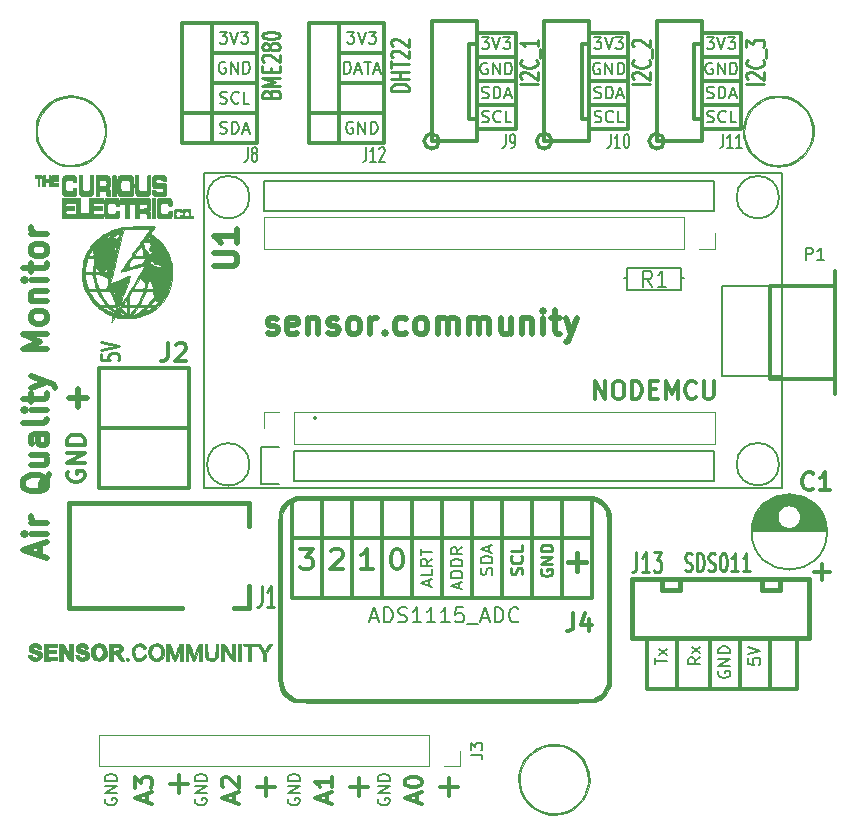
<source format=gbr>
G04 #@! TF.GenerationSoftware,KiCad,Pcbnew,(6.0.6)*
G04 #@! TF.CreationDate,2023-09-07T11:34:38+01:00*
G04 #@! TF.ProjectId,AirQualityPCB,41697251-7561-46c6-9974-795043422e6b,rev?*
G04 #@! TF.SameCoordinates,Original*
G04 #@! TF.FileFunction,Legend,Top*
G04 #@! TF.FilePolarity,Positive*
%FSLAX46Y46*%
G04 Gerber Fmt 4.6, Leading zero omitted, Abs format (unit mm)*
G04 Created by KiCad (PCBNEW (6.0.6)) date 2023-09-07 11:34:38*
%MOMM*%
%LPD*%
G01*
G04 APERTURE LIST*
%ADD10C,0.500000*%
%ADD11C,0.271780*%
%ADD12C,0.304800*%
%ADD13C,0.254000*%
%ADD14C,0.375000*%
%ADD15C,0.150000*%
%ADD16C,0.203200*%
%ADD17C,0.300000*%
%ADD18C,0.250000*%
%ADD19C,0.400000*%
%ADD20C,0.200000*%
%ADD21C,0.010000*%
%ADD22C,0.120000*%
%ADD23C,0.381000*%
G04 APERTURE END LIST*
D10*
X108029333Y-106646523D02*
X108029333Y-105694142D01*
X108600761Y-106837000D02*
X106600761Y-106170333D01*
X108600761Y-105503666D01*
X108600761Y-104837000D02*
X107267428Y-104837000D01*
X106600761Y-104837000D02*
X106696000Y-104932238D01*
X106791238Y-104837000D01*
X106696000Y-104741761D01*
X106600761Y-104837000D01*
X106791238Y-104837000D01*
X108600761Y-103884619D02*
X107267428Y-103884619D01*
X107648380Y-103884619D02*
X107457904Y-103789380D01*
X107362666Y-103694142D01*
X107267428Y-103503666D01*
X107267428Y-103313190D01*
X108791238Y-99789380D02*
X108696000Y-99979857D01*
X108505523Y-100170333D01*
X108219809Y-100456047D01*
X108124571Y-100646523D01*
X108124571Y-100837000D01*
X108600761Y-100741761D02*
X108505523Y-100932238D01*
X108315047Y-101122714D01*
X107934095Y-101217952D01*
X107267428Y-101217952D01*
X106886476Y-101122714D01*
X106696000Y-100932238D01*
X106600761Y-100741761D01*
X106600761Y-100360809D01*
X106696000Y-100170333D01*
X106886476Y-99979857D01*
X107267428Y-99884619D01*
X107934095Y-99884619D01*
X108315047Y-99979857D01*
X108505523Y-100170333D01*
X108600761Y-100360809D01*
X108600761Y-100741761D01*
X107267428Y-98170333D02*
X108600761Y-98170333D01*
X107267428Y-99027476D02*
X108315047Y-99027476D01*
X108505523Y-98932238D01*
X108600761Y-98741761D01*
X108600761Y-98456047D01*
X108505523Y-98265571D01*
X108410285Y-98170333D01*
X108600761Y-96360809D02*
X107553142Y-96360809D01*
X107362666Y-96456047D01*
X107267428Y-96646523D01*
X107267428Y-97027476D01*
X107362666Y-97217952D01*
X108505523Y-96360809D02*
X108600761Y-96551285D01*
X108600761Y-97027476D01*
X108505523Y-97217952D01*
X108315047Y-97313190D01*
X108124571Y-97313190D01*
X107934095Y-97217952D01*
X107838857Y-97027476D01*
X107838857Y-96551285D01*
X107743619Y-96360809D01*
X108600761Y-95122714D02*
X108505523Y-95313190D01*
X108315047Y-95408428D01*
X106600761Y-95408428D01*
X108600761Y-94360809D02*
X107267428Y-94360809D01*
X106600761Y-94360809D02*
X106696000Y-94456047D01*
X106791238Y-94360809D01*
X106696000Y-94265571D01*
X106600761Y-94360809D01*
X106791238Y-94360809D01*
X107267428Y-93694142D02*
X107267428Y-92932238D01*
X106600761Y-93408428D02*
X108315047Y-93408428D01*
X108505523Y-93313190D01*
X108600761Y-93122714D01*
X108600761Y-92932238D01*
X107267428Y-92456047D02*
X108600761Y-91979857D01*
X107267428Y-91503666D02*
X108600761Y-91979857D01*
X109076952Y-92170333D01*
X109172190Y-92265571D01*
X109267428Y-92456047D01*
X108600761Y-89217952D02*
X106600761Y-89217952D01*
X108029333Y-88551285D01*
X106600761Y-87884619D01*
X108600761Y-87884619D01*
X108600761Y-86646523D02*
X108505523Y-86837000D01*
X108410285Y-86932238D01*
X108219809Y-87027476D01*
X107648380Y-87027476D01*
X107457904Y-86932238D01*
X107362666Y-86837000D01*
X107267428Y-86646523D01*
X107267428Y-86360809D01*
X107362666Y-86170333D01*
X107457904Y-86075095D01*
X107648380Y-85979857D01*
X108219809Y-85979857D01*
X108410285Y-86075095D01*
X108505523Y-86170333D01*
X108600761Y-86360809D01*
X108600761Y-86646523D01*
X107267428Y-85122714D02*
X108600761Y-85122714D01*
X107457904Y-85122714D02*
X107362666Y-85027476D01*
X107267428Y-84837000D01*
X107267428Y-84551285D01*
X107362666Y-84360809D01*
X107553142Y-84265571D01*
X108600761Y-84265571D01*
X108600761Y-83313190D02*
X107267428Y-83313190D01*
X106600761Y-83313190D02*
X106696000Y-83408428D01*
X106791238Y-83313190D01*
X106696000Y-83217952D01*
X106600761Y-83313190D01*
X106791238Y-83313190D01*
X107267428Y-82646523D02*
X107267428Y-81884619D01*
X106600761Y-82360809D02*
X108315047Y-82360809D01*
X108505523Y-82265571D01*
X108600761Y-82075095D01*
X108600761Y-81884619D01*
X108600761Y-80932238D02*
X108505523Y-81122714D01*
X108410285Y-81217952D01*
X108219809Y-81313190D01*
X107648380Y-81313190D01*
X107457904Y-81217952D01*
X107362666Y-81122714D01*
X107267428Y-80932238D01*
X107267428Y-80646523D01*
X107362666Y-80456047D01*
X107457904Y-80360809D01*
X107648380Y-80265571D01*
X108219809Y-80265571D01*
X108410285Y-80360809D01*
X108505523Y-80456047D01*
X108600761Y-80646523D01*
X108600761Y-80932238D01*
X108600761Y-79408428D02*
X107267428Y-79408428D01*
X107648380Y-79408428D02*
X107457904Y-79313190D01*
X107362666Y-79217952D01*
X107267428Y-79027476D01*
X107267428Y-78837000D01*
X127287380Y-87804523D02*
X127477857Y-87899761D01*
X127858809Y-87899761D01*
X128049285Y-87804523D01*
X128144523Y-87614047D01*
X128144523Y-87518809D01*
X128049285Y-87328333D01*
X127858809Y-87233095D01*
X127573095Y-87233095D01*
X127382619Y-87137857D01*
X127287380Y-86947380D01*
X127287380Y-86852142D01*
X127382619Y-86661666D01*
X127573095Y-86566428D01*
X127858809Y-86566428D01*
X128049285Y-86661666D01*
X129763571Y-87804523D02*
X129573095Y-87899761D01*
X129192142Y-87899761D01*
X129001666Y-87804523D01*
X128906428Y-87614047D01*
X128906428Y-86852142D01*
X129001666Y-86661666D01*
X129192142Y-86566428D01*
X129573095Y-86566428D01*
X129763571Y-86661666D01*
X129858809Y-86852142D01*
X129858809Y-87042619D01*
X128906428Y-87233095D01*
X130715952Y-86566428D02*
X130715952Y-87899761D01*
X130715952Y-86756904D02*
X130811190Y-86661666D01*
X131001666Y-86566428D01*
X131287380Y-86566428D01*
X131477857Y-86661666D01*
X131573095Y-86852142D01*
X131573095Y-87899761D01*
X132430238Y-87804523D02*
X132620714Y-87899761D01*
X133001666Y-87899761D01*
X133192142Y-87804523D01*
X133287380Y-87614047D01*
X133287380Y-87518809D01*
X133192142Y-87328333D01*
X133001666Y-87233095D01*
X132715952Y-87233095D01*
X132525476Y-87137857D01*
X132430238Y-86947380D01*
X132430238Y-86852142D01*
X132525476Y-86661666D01*
X132715952Y-86566428D01*
X133001666Y-86566428D01*
X133192142Y-86661666D01*
X134430238Y-87899761D02*
X134239761Y-87804523D01*
X134144523Y-87709285D01*
X134049285Y-87518809D01*
X134049285Y-86947380D01*
X134144523Y-86756904D01*
X134239761Y-86661666D01*
X134430238Y-86566428D01*
X134715952Y-86566428D01*
X134906428Y-86661666D01*
X135001666Y-86756904D01*
X135096904Y-86947380D01*
X135096904Y-87518809D01*
X135001666Y-87709285D01*
X134906428Y-87804523D01*
X134715952Y-87899761D01*
X134430238Y-87899761D01*
X135954047Y-87899761D02*
X135954047Y-86566428D01*
X135954047Y-86947380D02*
X136049285Y-86756904D01*
X136144523Y-86661666D01*
X136335000Y-86566428D01*
X136525476Y-86566428D01*
X137192142Y-87709285D02*
X137287380Y-87804523D01*
X137192142Y-87899761D01*
X137096904Y-87804523D01*
X137192142Y-87709285D01*
X137192142Y-87899761D01*
X139001666Y-87804523D02*
X138811190Y-87899761D01*
X138430238Y-87899761D01*
X138239761Y-87804523D01*
X138144523Y-87709285D01*
X138049285Y-87518809D01*
X138049285Y-86947380D01*
X138144523Y-86756904D01*
X138239761Y-86661666D01*
X138430238Y-86566428D01*
X138811190Y-86566428D01*
X139001666Y-86661666D01*
X140144523Y-87899761D02*
X139954047Y-87804523D01*
X139858809Y-87709285D01*
X139763571Y-87518809D01*
X139763571Y-86947380D01*
X139858809Y-86756904D01*
X139954047Y-86661666D01*
X140144523Y-86566428D01*
X140430238Y-86566428D01*
X140620714Y-86661666D01*
X140715952Y-86756904D01*
X140811190Y-86947380D01*
X140811190Y-87518809D01*
X140715952Y-87709285D01*
X140620714Y-87804523D01*
X140430238Y-87899761D01*
X140144523Y-87899761D01*
X141668333Y-87899761D02*
X141668333Y-86566428D01*
X141668333Y-86756904D02*
X141763571Y-86661666D01*
X141954047Y-86566428D01*
X142239761Y-86566428D01*
X142430238Y-86661666D01*
X142525476Y-86852142D01*
X142525476Y-87899761D01*
X142525476Y-86852142D02*
X142620714Y-86661666D01*
X142811190Y-86566428D01*
X143096904Y-86566428D01*
X143287380Y-86661666D01*
X143382619Y-86852142D01*
X143382619Y-87899761D01*
X144335000Y-87899761D02*
X144335000Y-86566428D01*
X144335000Y-86756904D02*
X144430238Y-86661666D01*
X144620714Y-86566428D01*
X144906428Y-86566428D01*
X145096904Y-86661666D01*
X145192142Y-86852142D01*
X145192142Y-87899761D01*
X145192142Y-86852142D02*
X145287380Y-86661666D01*
X145477857Y-86566428D01*
X145763571Y-86566428D01*
X145954047Y-86661666D01*
X146049285Y-86852142D01*
X146049285Y-87899761D01*
X147858809Y-86566428D02*
X147858809Y-87899761D01*
X147001666Y-86566428D02*
X147001666Y-87614047D01*
X147096904Y-87804523D01*
X147287380Y-87899761D01*
X147573095Y-87899761D01*
X147763571Y-87804523D01*
X147858809Y-87709285D01*
X148811190Y-86566428D02*
X148811190Y-87899761D01*
X148811190Y-86756904D02*
X148906428Y-86661666D01*
X149096904Y-86566428D01*
X149382619Y-86566428D01*
X149573095Y-86661666D01*
X149668333Y-86852142D01*
X149668333Y-87899761D01*
X150620714Y-87899761D02*
X150620714Y-86566428D01*
X150620714Y-85899761D02*
X150525476Y-85995000D01*
X150620714Y-86090238D01*
X150715952Y-85995000D01*
X150620714Y-85899761D01*
X150620714Y-86090238D01*
X151287380Y-86566428D02*
X152049285Y-86566428D01*
X151573095Y-85899761D02*
X151573095Y-87614047D01*
X151668333Y-87804523D01*
X151858809Y-87899761D01*
X152049285Y-87899761D01*
X152525476Y-86566428D02*
X153001666Y-87899761D01*
X153477857Y-86566428D02*
X153001666Y-87899761D01*
X152811190Y-88375952D01*
X152715952Y-88471190D01*
X152525476Y-88566428D01*
D11*
X126764626Y-109288761D02*
X126764626Y-110524290D01*
X126712859Y-110771395D01*
X126609323Y-110936132D01*
X126454020Y-111018501D01*
X126350485Y-111018501D01*
X127851746Y-111018501D02*
X127230535Y-111018501D01*
X127541140Y-111018501D02*
X127541140Y-109288761D01*
X127437605Y-109535867D01*
X127334070Y-109700604D01*
X127230535Y-109782972D01*
D12*
X118872000Y-88700428D02*
X118872000Y-89789000D01*
X118799428Y-90006714D01*
X118654285Y-90151857D01*
X118436571Y-90224428D01*
X118291428Y-90224428D01*
X119525142Y-88845571D02*
X119597714Y-88773000D01*
X119742857Y-88700428D01*
X120105714Y-88700428D01*
X120250857Y-88773000D01*
X120323428Y-88845571D01*
X120396000Y-88990714D01*
X120396000Y-89135857D01*
X120323428Y-89353571D01*
X119452571Y-90224428D01*
X120396000Y-90224428D01*
D13*
X113211428Y-89601523D02*
X113211428Y-90085333D01*
X113937142Y-90133714D01*
X113864571Y-90085333D01*
X113792000Y-89988571D01*
X113792000Y-89746666D01*
X113864571Y-89649904D01*
X113937142Y-89601523D01*
X114082285Y-89553142D01*
X114445142Y-89553142D01*
X114590285Y-89601523D01*
X114662857Y-89649904D01*
X114735428Y-89746666D01*
X114735428Y-89988571D01*
X114662857Y-90085333D01*
X114590285Y-90133714D01*
X113211428Y-89262857D02*
X114735428Y-88924190D01*
X113211428Y-88585523D01*
D10*
X111267857Y-94106904D02*
X111267857Y-92583095D01*
X112029761Y-93345000D02*
X110505952Y-93345000D01*
D14*
X110375000Y-99567857D02*
X110303571Y-99710714D01*
X110303571Y-99925000D01*
X110375000Y-100139285D01*
X110517857Y-100282142D01*
X110660714Y-100353571D01*
X110946428Y-100425000D01*
X111160714Y-100425000D01*
X111446428Y-100353571D01*
X111589285Y-100282142D01*
X111732142Y-100139285D01*
X111803571Y-99925000D01*
X111803571Y-99782142D01*
X111732142Y-99567857D01*
X111660714Y-99496428D01*
X111160714Y-99496428D01*
X111160714Y-99782142D01*
X111803571Y-98853571D02*
X110303571Y-98853571D01*
X111803571Y-97996428D01*
X110303571Y-97996428D01*
X111803571Y-97282142D02*
X110303571Y-97282142D01*
X110303571Y-96925000D01*
X110375000Y-96710714D01*
X110517857Y-96567857D01*
X110660714Y-96496428D01*
X110946428Y-96425000D01*
X111160714Y-96425000D01*
X111446428Y-96496428D01*
X111589285Y-96567857D01*
X111732142Y-96710714D01*
X111803571Y-96925000D01*
X111803571Y-97282142D01*
D15*
X172870904Y-81605380D02*
X172870904Y-80605380D01*
X173251857Y-80605380D01*
X173347095Y-80653000D01*
X173394714Y-80700619D01*
X173442333Y-80795857D01*
X173442333Y-80938714D01*
X173394714Y-81033952D01*
X173347095Y-81081571D01*
X173251857Y-81129190D01*
X172870904Y-81129190D01*
X174394714Y-81605380D02*
X173823285Y-81605380D01*
X174109000Y-81605380D02*
X174109000Y-80605380D01*
X174013761Y-80748238D01*
X173918523Y-80843476D01*
X173823285Y-80891095D01*
D16*
X159808333Y-83943976D02*
X159385000Y-83278738D01*
X159082619Y-83943976D02*
X159082619Y-82546976D01*
X159566428Y-82546976D01*
X159687380Y-82613500D01*
X159747857Y-82680023D01*
X159808333Y-82813071D01*
X159808333Y-83012642D01*
X159747857Y-83145690D01*
X159687380Y-83212214D01*
X159566428Y-83278738D01*
X159082619Y-83278738D01*
X161017857Y-83943976D02*
X160292142Y-83943976D01*
X160655000Y-83943976D02*
X160655000Y-82546976D01*
X160534047Y-82746547D01*
X160413095Y-82879595D01*
X160292142Y-82946119D01*
D10*
X122729761Y-82168809D02*
X124348809Y-82168809D01*
X124539285Y-82073571D01*
X124634523Y-81978333D01*
X124729761Y-81787857D01*
X124729761Y-81406904D01*
X124634523Y-81216428D01*
X124539285Y-81121190D01*
X124348809Y-81025952D01*
X122729761Y-81025952D01*
X124729761Y-79025952D02*
X124729761Y-80168809D01*
X124729761Y-79597380D02*
X122729761Y-79597380D01*
X123015476Y-79787857D01*
X123205952Y-79978333D01*
X123301190Y-80168809D01*
D14*
X154984285Y-93388571D02*
X154984285Y-91888571D01*
X155841428Y-93388571D01*
X155841428Y-91888571D01*
X156841428Y-91888571D02*
X157127142Y-91888571D01*
X157270000Y-91960000D01*
X157412857Y-92102857D01*
X157484285Y-92388571D01*
X157484285Y-92888571D01*
X157412857Y-93174285D01*
X157270000Y-93317142D01*
X157127142Y-93388571D01*
X156841428Y-93388571D01*
X156698571Y-93317142D01*
X156555714Y-93174285D01*
X156484285Y-92888571D01*
X156484285Y-92388571D01*
X156555714Y-92102857D01*
X156698571Y-91960000D01*
X156841428Y-91888571D01*
X158127142Y-93388571D02*
X158127142Y-91888571D01*
X158484285Y-91888571D01*
X158698571Y-91960000D01*
X158841428Y-92102857D01*
X158912857Y-92245714D01*
X158984285Y-92531428D01*
X158984285Y-92745714D01*
X158912857Y-93031428D01*
X158841428Y-93174285D01*
X158698571Y-93317142D01*
X158484285Y-93388571D01*
X158127142Y-93388571D01*
X159627142Y-92602857D02*
X160127142Y-92602857D01*
X160341428Y-93388571D02*
X159627142Y-93388571D01*
X159627142Y-91888571D01*
X160341428Y-91888571D01*
X160984285Y-93388571D02*
X160984285Y-91888571D01*
X161484285Y-92960000D01*
X161984285Y-91888571D01*
X161984285Y-93388571D01*
X163555714Y-93245714D02*
X163484285Y-93317142D01*
X163270000Y-93388571D01*
X163127142Y-93388571D01*
X162912857Y-93317142D01*
X162770000Y-93174285D01*
X162698571Y-93031428D01*
X162627142Y-92745714D01*
X162627142Y-92531428D01*
X162698571Y-92245714D01*
X162770000Y-92102857D01*
X162912857Y-91960000D01*
X163127142Y-91888571D01*
X163270000Y-91888571D01*
X163484285Y-91960000D01*
X163555714Y-92031428D01*
X164198571Y-91888571D02*
X164198571Y-93102857D01*
X164270000Y-93245714D01*
X164341428Y-93317142D01*
X164484285Y-93388571D01*
X164770000Y-93388571D01*
X164912857Y-93317142D01*
X164984285Y-93245714D01*
X165055714Y-93102857D01*
X165055714Y-91888571D01*
D17*
X153170000Y-111573571D02*
X153170000Y-112645000D01*
X153098571Y-112859285D01*
X152955714Y-113002142D01*
X152741428Y-113073571D01*
X152598571Y-113073571D01*
X154527142Y-112073571D02*
X154527142Y-113073571D01*
X154170000Y-111502142D02*
X153812857Y-112573571D01*
X154741428Y-112573571D01*
D15*
X135980714Y-111971666D02*
X136585476Y-111971666D01*
X135859761Y-112334523D02*
X136283095Y-111064523D01*
X136706428Y-112334523D01*
X137129761Y-112334523D02*
X137129761Y-111064523D01*
X137432142Y-111064523D01*
X137613571Y-111125000D01*
X137734523Y-111245952D01*
X137795000Y-111366904D01*
X137855476Y-111608809D01*
X137855476Y-111790238D01*
X137795000Y-112032142D01*
X137734523Y-112153095D01*
X137613571Y-112274047D01*
X137432142Y-112334523D01*
X137129761Y-112334523D01*
X138339285Y-112274047D02*
X138520714Y-112334523D01*
X138823095Y-112334523D01*
X138944047Y-112274047D01*
X139004523Y-112213571D01*
X139065000Y-112092619D01*
X139065000Y-111971666D01*
X139004523Y-111850714D01*
X138944047Y-111790238D01*
X138823095Y-111729761D01*
X138581190Y-111669285D01*
X138460238Y-111608809D01*
X138399761Y-111548333D01*
X138339285Y-111427380D01*
X138339285Y-111306428D01*
X138399761Y-111185476D01*
X138460238Y-111125000D01*
X138581190Y-111064523D01*
X138883571Y-111064523D01*
X139065000Y-111125000D01*
X140274523Y-112334523D02*
X139548809Y-112334523D01*
X139911666Y-112334523D02*
X139911666Y-111064523D01*
X139790714Y-111245952D01*
X139669761Y-111366904D01*
X139548809Y-111427380D01*
X141484047Y-112334523D02*
X140758333Y-112334523D01*
X141121190Y-112334523D02*
X141121190Y-111064523D01*
X141000238Y-111245952D01*
X140879285Y-111366904D01*
X140758333Y-111427380D01*
X142693571Y-112334523D02*
X141967857Y-112334523D01*
X142330714Y-112334523D02*
X142330714Y-111064523D01*
X142209761Y-111245952D01*
X142088809Y-111366904D01*
X141967857Y-111427380D01*
X143842619Y-111064523D02*
X143237857Y-111064523D01*
X143177380Y-111669285D01*
X143237857Y-111608809D01*
X143358809Y-111548333D01*
X143661190Y-111548333D01*
X143782142Y-111608809D01*
X143842619Y-111669285D01*
X143903095Y-111790238D01*
X143903095Y-112092619D01*
X143842619Y-112213571D01*
X143782142Y-112274047D01*
X143661190Y-112334523D01*
X143358809Y-112334523D01*
X143237857Y-112274047D01*
X143177380Y-112213571D01*
X144145000Y-112455476D02*
X145112619Y-112455476D01*
X145354523Y-111971666D02*
X145959285Y-111971666D01*
X145233571Y-112334523D02*
X145656904Y-111064523D01*
X146080238Y-112334523D01*
X146503571Y-112334523D02*
X146503571Y-111064523D01*
X146805952Y-111064523D01*
X146987380Y-111125000D01*
X147108333Y-111245952D01*
X147168809Y-111366904D01*
X147229285Y-111608809D01*
X147229285Y-111790238D01*
X147168809Y-112032142D01*
X147108333Y-112153095D01*
X146987380Y-112274047D01*
X146805952Y-112334523D01*
X146503571Y-112334523D01*
X148499285Y-112213571D02*
X148438809Y-112274047D01*
X148257380Y-112334523D01*
X148136428Y-112334523D01*
X147955000Y-112274047D01*
X147834047Y-112153095D01*
X147773571Y-112032142D01*
X147713095Y-111790238D01*
X147713095Y-111608809D01*
X147773571Y-111366904D01*
X147834047Y-111245952D01*
X147955000Y-111125000D01*
X148136428Y-111064523D01*
X148257380Y-111064523D01*
X148438809Y-111125000D01*
X148499285Y-111185476D01*
D18*
X150445006Y-107831903D02*
X150397386Y-107927141D01*
X150397386Y-108069999D01*
X150445006Y-108212856D01*
X150540244Y-108308094D01*
X150635482Y-108355713D01*
X150825958Y-108403332D01*
X150968815Y-108403332D01*
X151159291Y-108355713D01*
X151254529Y-108308094D01*
X151349767Y-108212856D01*
X151397386Y-108069999D01*
X151397386Y-107974760D01*
X151349767Y-107831903D01*
X151302148Y-107784284D01*
X150968815Y-107784284D01*
X150968815Y-107974760D01*
X151397386Y-107355713D02*
X150397386Y-107355713D01*
X151397386Y-106784284D01*
X150397386Y-106784284D01*
X151397386Y-106308094D02*
X150397386Y-106308094D01*
X150397386Y-106069999D01*
X150445006Y-105927141D01*
X150540244Y-105831903D01*
X150635482Y-105784284D01*
X150825958Y-105736665D01*
X150968815Y-105736665D01*
X151159291Y-105784284D01*
X151254529Y-105831903D01*
X151349767Y-105927141D01*
X151397386Y-106069999D01*
X151397386Y-106308094D01*
D17*
X138164053Y-106139046D02*
X138325958Y-106139046D01*
X138487863Y-106219999D01*
X138568815Y-106300951D01*
X138649767Y-106462856D01*
X138730720Y-106786665D01*
X138730720Y-107191427D01*
X138649767Y-107515237D01*
X138568815Y-107677141D01*
X138487863Y-107758094D01*
X138325958Y-107839046D01*
X138164053Y-107839046D01*
X138002148Y-107758094D01*
X137921196Y-107677141D01*
X137840244Y-107515237D01*
X137759291Y-107191427D01*
X137759291Y-106786665D01*
X137840244Y-106462856D01*
X137921196Y-106300951D01*
X138002148Y-106219999D01*
X138164053Y-106139046D01*
X136190720Y-107839046D02*
X135219291Y-107839046D01*
X135705006Y-107839046D02*
X135705006Y-106139046D01*
X135543101Y-106381903D01*
X135381196Y-106543808D01*
X135219291Y-106624760D01*
D19*
X152723101Y-107212856D02*
X154246910Y-107212856D01*
X153485006Y-107974760D02*
X153485006Y-106450951D01*
D15*
X140951672Y-109228808D02*
X140951672Y-108752618D01*
X141237386Y-109324046D02*
X140237386Y-108990713D01*
X141237386Y-108657379D01*
X141237386Y-107847856D02*
X141237386Y-108324046D01*
X140237386Y-108324046D01*
X141237386Y-106943094D02*
X140761196Y-107276427D01*
X141237386Y-107514522D02*
X140237386Y-107514522D01*
X140237386Y-107133570D01*
X140285006Y-107038332D01*
X140332625Y-106990713D01*
X140427863Y-106943094D01*
X140570720Y-106943094D01*
X140665958Y-106990713D01*
X140713577Y-107038332D01*
X140761196Y-107133570D01*
X140761196Y-107514522D01*
X140237386Y-106657379D02*
X140237386Y-106085951D01*
X141237386Y-106371665D02*
X140237386Y-106371665D01*
X146269767Y-108284284D02*
X146317386Y-108141427D01*
X146317386Y-107903332D01*
X146269767Y-107808094D01*
X146222148Y-107760475D01*
X146126910Y-107712856D01*
X146031672Y-107712856D01*
X145936434Y-107760475D01*
X145888815Y-107808094D01*
X145841196Y-107903332D01*
X145793577Y-108093808D01*
X145745958Y-108189046D01*
X145698339Y-108236665D01*
X145603101Y-108284284D01*
X145507863Y-108284284D01*
X145412625Y-108236665D01*
X145365006Y-108189046D01*
X145317386Y-108093808D01*
X145317386Y-107855713D01*
X145365006Y-107712856D01*
X146317386Y-107284284D02*
X145317386Y-107284284D01*
X145317386Y-107046189D01*
X145365006Y-106903332D01*
X145460244Y-106808094D01*
X145555482Y-106760475D01*
X145745958Y-106712856D01*
X145888815Y-106712856D01*
X146079291Y-106760475D01*
X146174529Y-106808094D01*
X146269767Y-106903332D01*
X146317386Y-107046189D01*
X146317386Y-107284284D01*
X146031672Y-106331903D02*
X146031672Y-105855713D01*
X146317386Y-106427141D02*
X145317386Y-106093808D01*
X146317386Y-105760475D01*
D18*
X148809767Y-108260475D02*
X148857386Y-108117618D01*
X148857386Y-107879522D01*
X148809767Y-107784284D01*
X148762148Y-107736665D01*
X148666910Y-107689046D01*
X148571672Y-107689046D01*
X148476434Y-107736665D01*
X148428815Y-107784284D01*
X148381196Y-107879522D01*
X148333577Y-108069999D01*
X148285958Y-108165237D01*
X148238339Y-108212856D01*
X148143101Y-108260475D01*
X148047863Y-108260475D01*
X147952625Y-108212856D01*
X147905006Y-108165237D01*
X147857386Y-108069999D01*
X147857386Y-107831903D01*
X147905006Y-107689046D01*
X148762148Y-106689046D02*
X148809767Y-106736665D01*
X148857386Y-106879522D01*
X148857386Y-106974760D01*
X148809767Y-107117618D01*
X148714529Y-107212856D01*
X148619291Y-107260475D01*
X148428815Y-107308094D01*
X148285958Y-107308094D01*
X148095482Y-107260475D01*
X148000244Y-107212856D01*
X147905006Y-107117618D01*
X147857386Y-106974760D01*
X147857386Y-106879522D01*
X147905006Y-106736665D01*
X147952625Y-106689046D01*
X148857386Y-105784284D02*
X148857386Y-106260475D01*
X147857386Y-106260475D01*
D17*
X132679291Y-106300951D02*
X132760244Y-106219999D01*
X132922148Y-106139046D01*
X133326910Y-106139046D01*
X133488815Y-106219999D01*
X133569767Y-106300951D01*
X133650720Y-106462856D01*
X133650720Y-106624760D01*
X133569767Y-106867618D01*
X132598339Y-107839046D01*
X133650720Y-107839046D01*
D15*
X143491672Y-109443094D02*
X143491672Y-108966903D01*
X143777386Y-109538332D02*
X142777386Y-109204999D01*
X143777386Y-108871665D01*
X143777386Y-108538332D02*
X142777386Y-108538332D01*
X142777386Y-108300237D01*
X142825006Y-108157379D01*
X142920244Y-108062141D01*
X143015482Y-108014522D01*
X143205958Y-107966903D01*
X143348815Y-107966903D01*
X143539291Y-108014522D01*
X143634529Y-108062141D01*
X143729767Y-108157379D01*
X143777386Y-108300237D01*
X143777386Y-108538332D01*
X143777386Y-107538332D02*
X142777386Y-107538332D01*
X142777386Y-107300237D01*
X142825006Y-107157379D01*
X142920244Y-107062141D01*
X143015482Y-107014522D01*
X143205958Y-106966903D01*
X143348815Y-106966903D01*
X143539291Y-107014522D01*
X143634529Y-107062141D01*
X143729767Y-107157379D01*
X143777386Y-107300237D01*
X143777386Y-107538332D01*
X143777386Y-105966903D02*
X143301196Y-106300237D01*
X143777386Y-106538332D02*
X142777386Y-106538332D01*
X142777386Y-106157379D01*
X142825006Y-106062141D01*
X142872625Y-106014522D01*
X142967863Y-105966903D01*
X143110720Y-105966903D01*
X143205958Y-106014522D01*
X143253577Y-106062141D01*
X143301196Y-106157379D01*
X143301196Y-106538332D01*
D17*
X130058339Y-106139046D02*
X131110720Y-106139046D01*
X130544053Y-106786665D01*
X130786910Y-106786665D01*
X130948815Y-106867618D01*
X131029767Y-106948570D01*
X131110720Y-107110475D01*
X131110720Y-107515237D01*
X131029767Y-107677141D01*
X130948815Y-107758094D01*
X130786910Y-107839046D01*
X130301196Y-107839046D01*
X130139291Y-107758094D01*
X130058339Y-107677141D01*
D20*
X125590333Y-72113857D02*
X125590333Y-72971000D01*
X125552238Y-73142428D01*
X125476047Y-73256714D01*
X125361761Y-73313857D01*
X125285571Y-73313857D01*
X126085571Y-72628142D02*
X126009380Y-72571000D01*
X125971285Y-72513857D01*
X125933190Y-72399571D01*
X125933190Y-72342428D01*
X125971285Y-72228142D01*
X126009380Y-72171000D01*
X126085571Y-72113857D01*
X126237952Y-72113857D01*
X126314142Y-72171000D01*
X126352238Y-72228142D01*
X126390333Y-72342428D01*
X126390333Y-72399571D01*
X126352238Y-72513857D01*
X126314142Y-72571000D01*
X126237952Y-72628142D01*
X126085571Y-72628142D01*
X126009380Y-72685285D01*
X125971285Y-72742428D01*
X125933190Y-72856714D01*
X125933190Y-73085285D01*
X125971285Y-73199571D01*
X126009380Y-73256714D01*
X126085571Y-73313857D01*
X126237952Y-73313857D01*
X126314142Y-73256714D01*
X126352238Y-73199571D01*
X126390333Y-73085285D01*
X126390333Y-72856714D01*
X126352238Y-72742428D01*
X126314142Y-72685285D01*
X126237952Y-72628142D01*
D13*
X127526142Y-67570047D02*
X127598714Y-67424904D01*
X127671285Y-67376523D01*
X127816428Y-67328142D01*
X128034142Y-67328142D01*
X128179285Y-67376523D01*
X128251857Y-67424904D01*
X128324428Y-67521666D01*
X128324428Y-67908714D01*
X126800428Y-67908714D01*
X126800428Y-67570047D01*
X126873000Y-67473285D01*
X126945571Y-67424904D01*
X127090714Y-67376523D01*
X127235857Y-67376523D01*
X127381000Y-67424904D01*
X127453571Y-67473285D01*
X127526142Y-67570047D01*
X127526142Y-67908714D01*
X128324428Y-66892714D02*
X126800428Y-66892714D01*
X127889000Y-66554047D01*
X126800428Y-66215380D01*
X128324428Y-66215380D01*
X127526142Y-65731571D02*
X127526142Y-65392904D01*
X128324428Y-65247761D02*
X128324428Y-65731571D01*
X126800428Y-65731571D01*
X126800428Y-65247761D01*
X126945571Y-64860714D02*
X126873000Y-64812333D01*
X126800428Y-64715571D01*
X126800428Y-64473666D01*
X126873000Y-64376904D01*
X126945571Y-64328523D01*
X127090714Y-64280142D01*
X127235857Y-64280142D01*
X127453571Y-64328523D01*
X128324428Y-64909095D01*
X128324428Y-64280142D01*
X127453571Y-63699571D02*
X127381000Y-63796333D01*
X127308428Y-63844714D01*
X127163285Y-63893095D01*
X127090714Y-63893095D01*
X126945571Y-63844714D01*
X126873000Y-63796333D01*
X126800428Y-63699571D01*
X126800428Y-63506047D01*
X126873000Y-63409285D01*
X126945571Y-63360904D01*
X127090714Y-63312523D01*
X127163285Y-63312523D01*
X127308428Y-63360904D01*
X127381000Y-63409285D01*
X127453571Y-63506047D01*
X127453571Y-63699571D01*
X127526142Y-63796333D01*
X127598714Y-63844714D01*
X127743857Y-63893095D01*
X128034142Y-63893095D01*
X128179285Y-63844714D01*
X128251857Y-63796333D01*
X128324428Y-63699571D01*
X128324428Y-63506047D01*
X128251857Y-63409285D01*
X128179285Y-63360904D01*
X128034142Y-63312523D01*
X127743857Y-63312523D01*
X127598714Y-63360904D01*
X127526142Y-63409285D01*
X127453571Y-63506047D01*
X126800428Y-62683571D02*
X126800428Y-62586809D01*
X126873000Y-62490047D01*
X126945571Y-62441666D01*
X127090714Y-62393285D01*
X127381000Y-62344904D01*
X127743857Y-62344904D01*
X128034142Y-62393285D01*
X128179285Y-62441666D01*
X128251857Y-62490047D01*
X128324428Y-62586809D01*
X128324428Y-62683571D01*
X128251857Y-62780333D01*
X128179285Y-62828714D01*
X128034142Y-62877095D01*
X127743857Y-62925476D01*
X127381000Y-62925476D01*
X127090714Y-62877095D01*
X126945571Y-62828714D01*
X126873000Y-62780333D01*
X126800428Y-62683571D01*
D15*
X123221904Y-62317380D02*
X123840952Y-62317380D01*
X123507619Y-62698333D01*
X123650476Y-62698333D01*
X123745714Y-62745952D01*
X123793333Y-62793571D01*
X123840952Y-62888809D01*
X123840952Y-63126904D01*
X123793333Y-63222142D01*
X123745714Y-63269761D01*
X123650476Y-63317380D01*
X123364761Y-63317380D01*
X123269523Y-63269761D01*
X123221904Y-63222142D01*
X124126666Y-62317380D02*
X124460000Y-63317380D01*
X124793333Y-62317380D01*
X125031428Y-62317380D02*
X125650476Y-62317380D01*
X125317142Y-62698333D01*
X125460000Y-62698333D01*
X125555238Y-62745952D01*
X125602857Y-62793571D01*
X125650476Y-62888809D01*
X125650476Y-63126904D01*
X125602857Y-63222142D01*
X125555238Y-63269761D01*
X125460000Y-63317380D01*
X125174285Y-63317380D01*
X125079047Y-63269761D01*
X125031428Y-63222142D01*
X123245714Y-70889761D02*
X123388571Y-70937380D01*
X123626666Y-70937380D01*
X123721904Y-70889761D01*
X123769523Y-70842142D01*
X123817142Y-70746904D01*
X123817142Y-70651666D01*
X123769523Y-70556428D01*
X123721904Y-70508809D01*
X123626666Y-70461190D01*
X123436190Y-70413571D01*
X123340952Y-70365952D01*
X123293333Y-70318333D01*
X123245714Y-70223095D01*
X123245714Y-70127857D01*
X123293333Y-70032619D01*
X123340952Y-69985000D01*
X123436190Y-69937380D01*
X123674285Y-69937380D01*
X123817142Y-69985000D01*
X124245714Y-70937380D02*
X124245714Y-69937380D01*
X124483809Y-69937380D01*
X124626666Y-69985000D01*
X124721904Y-70080238D01*
X124769523Y-70175476D01*
X124817142Y-70365952D01*
X124817142Y-70508809D01*
X124769523Y-70699285D01*
X124721904Y-70794523D01*
X124626666Y-70889761D01*
X124483809Y-70937380D01*
X124245714Y-70937380D01*
X125198095Y-70651666D02*
X125674285Y-70651666D01*
X125102857Y-70937380D02*
X125436190Y-69937380D01*
X125769523Y-70937380D01*
X123698095Y-64905000D02*
X123602857Y-64857380D01*
X123460000Y-64857380D01*
X123317142Y-64905000D01*
X123221904Y-65000238D01*
X123174285Y-65095476D01*
X123126666Y-65285952D01*
X123126666Y-65428809D01*
X123174285Y-65619285D01*
X123221904Y-65714523D01*
X123317142Y-65809761D01*
X123460000Y-65857380D01*
X123555238Y-65857380D01*
X123698095Y-65809761D01*
X123745714Y-65762142D01*
X123745714Y-65428809D01*
X123555238Y-65428809D01*
X124174285Y-65857380D02*
X124174285Y-64857380D01*
X124745714Y-65857380D01*
X124745714Y-64857380D01*
X125221904Y-65857380D02*
X125221904Y-64857380D01*
X125460000Y-64857380D01*
X125602857Y-64905000D01*
X125698095Y-65000238D01*
X125745714Y-65095476D01*
X125793333Y-65285952D01*
X125793333Y-65428809D01*
X125745714Y-65619285D01*
X125698095Y-65714523D01*
X125602857Y-65809761D01*
X125460000Y-65857380D01*
X125221904Y-65857380D01*
X123269523Y-68349761D02*
X123412380Y-68397380D01*
X123650476Y-68397380D01*
X123745714Y-68349761D01*
X123793333Y-68302142D01*
X123840952Y-68206904D01*
X123840952Y-68111666D01*
X123793333Y-68016428D01*
X123745714Y-67968809D01*
X123650476Y-67921190D01*
X123460000Y-67873571D01*
X123364761Y-67825952D01*
X123317142Y-67778333D01*
X123269523Y-67683095D01*
X123269523Y-67587857D01*
X123317142Y-67492619D01*
X123364761Y-67445000D01*
X123460000Y-67397380D01*
X123698095Y-67397380D01*
X123840952Y-67445000D01*
X124840952Y-68302142D02*
X124793333Y-68349761D01*
X124650476Y-68397380D01*
X124555238Y-68397380D01*
X124412380Y-68349761D01*
X124317142Y-68254523D01*
X124269523Y-68159285D01*
X124221904Y-67968809D01*
X124221904Y-67825952D01*
X124269523Y-67635476D01*
X124317142Y-67540238D01*
X124412380Y-67445000D01*
X124555238Y-67397380D01*
X124650476Y-67397380D01*
X124793333Y-67445000D01*
X124840952Y-67492619D01*
X125745714Y-68397380D02*
X125269523Y-68397380D01*
X125269523Y-67397380D01*
D20*
X147434333Y-70970857D02*
X147434333Y-71828000D01*
X147396238Y-71999428D01*
X147320047Y-72113714D01*
X147205761Y-72170857D01*
X147129571Y-72170857D01*
X147853380Y-72170857D02*
X148005761Y-72170857D01*
X148081952Y-72113714D01*
X148120047Y-72056571D01*
X148196238Y-71885142D01*
X148234333Y-71656571D01*
X148234333Y-71199428D01*
X148196238Y-71085142D01*
X148158142Y-71028000D01*
X148081952Y-70970857D01*
X147929571Y-70970857D01*
X147853380Y-71028000D01*
X147815285Y-71085142D01*
X147777190Y-71199428D01*
X147777190Y-71485142D01*
X147815285Y-71599428D01*
X147853380Y-71656571D01*
X147929571Y-71713714D01*
X148081952Y-71713714D01*
X148158142Y-71656571D01*
X148196238Y-71599428D01*
X148234333Y-71485142D01*
D13*
X150168428Y-66759666D02*
X148644428Y-66759666D01*
X148789571Y-66324238D02*
X148717000Y-66275857D01*
X148644428Y-66179095D01*
X148644428Y-65937190D01*
X148717000Y-65840428D01*
X148789571Y-65792047D01*
X148934714Y-65743666D01*
X149079857Y-65743666D01*
X149297571Y-65792047D01*
X150168428Y-66372619D01*
X150168428Y-65743666D01*
X150023285Y-64727666D02*
X150095857Y-64776047D01*
X150168428Y-64921190D01*
X150168428Y-65017952D01*
X150095857Y-65163095D01*
X149950714Y-65259857D01*
X149805571Y-65308238D01*
X149515285Y-65356619D01*
X149297571Y-65356619D01*
X149007285Y-65308238D01*
X148862142Y-65259857D01*
X148717000Y-65163095D01*
X148644428Y-65017952D01*
X148644428Y-64921190D01*
X148717000Y-64776047D01*
X148789571Y-64727666D01*
X150313571Y-64534142D02*
X150313571Y-63760047D01*
X150168428Y-62985952D02*
X150168428Y-63566523D01*
X150168428Y-63276238D02*
X148644428Y-63276238D01*
X148862142Y-63373000D01*
X149007285Y-63469761D01*
X149079857Y-63566523D01*
D15*
X145446523Y-69952761D02*
X145589380Y-70000380D01*
X145827476Y-70000380D01*
X145922714Y-69952761D01*
X145970333Y-69905142D01*
X146017952Y-69809904D01*
X146017952Y-69714666D01*
X145970333Y-69619428D01*
X145922714Y-69571809D01*
X145827476Y-69524190D01*
X145637000Y-69476571D01*
X145541761Y-69428952D01*
X145494142Y-69381333D01*
X145446523Y-69286095D01*
X145446523Y-69190857D01*
X145494142Y-69095619D01*
X145541761Y-69048000D01*
X145637000Y-69000380D01*
X145875095Y-69000380D01*
X146017952Y-69048000D01*
X147017952Y-69905142D02*
X146970333Y-69952761D01*
X146827476Y-70000380D01*
X146732238Y-70000380D01*
X146589380Y-69952761D01*
X146494142Y-69857523D01*
X146446523Y-69762285D01*
X146398904Y-69571809D01*
X146398904Y-69428952D01*
X146446523Y-69238476D01*
X146494142Y-69143238D01*
X146589380Y-69048000D01*
X146732238Y-69000380D01*
X146827476Y-69000380D01*
X146970333Y-69048000D01*
X147017952Y-69095619D01*
X147922714Y-70000380D02*
X147446523Y-70000380D01*
X147446523Y-69000380D01*
X145875095Y-64984000D02*
X145779857Y-64936380D01*
X145637000Y-64936380D01*
X145494142Y-64984000D01*
X145398904Y-65079238D01*
X145351285Y-65174476D01*
X145303666Y-65364952D01*
X145303666Y-65507809D01*
X145351285Y-65698285D01*
X145398904Y-65793523D01*
X145494142Y-65888761D01*
X145637000Y-65936380D01*
X145732238Y-65936380D01*
X145875095Y-65888761D01*
X145922714Y-65841142D01*
X145922714Y-65507809D01*
X145732238Y-65507809D01*
X146351285Y-65936380D02*
X146351285Y-64936380D01*
X146922714Y-65936380D01*
X146922714Y-64936380D01*
X147398904Y-65936380D02*
X147398904Y-64936380D01*
X147637000Y-64936380D01*
X147779857Y-64984000D01*
X147875095Y-65079238D01*
X147922714Y-65174476D01*
X147970333Y-65364952D01*
X147970333Y-65507809D01*
X147922714Y-65698285D01*
X147875095Y-65793523D01*
X147779857Y-65888761D01*
X147637000Y-65936380D01*
X147398904Y-65936380D01*
X145398904Y-62777380D02*
X146017952Y-62777380D01*
X145684619Y-63158333D01*
X145827476Y-63158333D01*
X145922714Y-63205952D01*
X145970333Y-63253571D01*
X146017952Y-63348809D01*
X146017952Y-63586904D01*
X145970333Y-63682142D01*
X145922714Y-63729761D01*
X145827476Y-63777380D01*
X145541761Y-63777380D01*
X145446523Y-63729761D01*
X145398904Y-63682142D01*
X146303666Y-62777380D02*
X146637000Y-63777380D01*
X146970333Y-62777380D01*
X147208428Y-62777380D02*
X147827476Y-62777380D01*
X147494142Y-63158333D01*
X147637000Y-63158333D01*
X147732238Y-63205952D01*
X147779857Y-63253571D01*
X147827476Y-63348809D01*
X147827476Y-63586904D01*
X147779857Y-63682142D01*
X147732238Y-63729761D01*
X147637000Y-63777380D01*
X147351285Y-63777380D01*
X147256047Y-63729761D01*
X147208428Y-63682142D01*
X145422714Y-67920761D02*
X145565571Y-67968380D01*
X145803666Y-67968380D01*
X145898904Y-67920761D01*
X145946523Y-67873142D01*
X145994142Y-67777904D01*
X145994142Y-67682666D01*
X145946523Y-67587428D01*
X145898904Y-67539809D01*
X145803666Y-67492190D01*
X145613190Y-67444571D01*
X145517952Y-67396952D01*
X145470333Y-67349333D01*
X145422714Y-67254095D01*
X145422714Y-67158857D01*
X145470333Y-67063619D01*
X145517952Y-67016000D01*
X145613190Y-66968380D01*
X145851285Y-66968380D01*
X145994142Y-67016000D01*
X146422714Y-67968380D02*
X146422714Y-66968380D01*
X146660809Y-66968380D01*
X146803666Y-67016000D01*
X146898904Y-67111238D01*
X146946523Y-67206476D01*
X146994142Y-67396952D01*
X146994142Y-67539809D01*
X146946523Y-67730285D01*
X146898904Y-67825523D01*
X146803666Y-67920761D01*
X146660809Y-67968380D01*
X146422714Y-67968380D01*
X147375095Y-67682666D02*
X147851285Y-67682666D01*
X147279857Y-67968380D02*
X147613190Y-66968380D01*
X147946523Y-67968380D01*
D20*
X156324380Y-70970857D02*
X156324380Y-71828000D01*
X156286285Y-71999428D01*
X156210095Y-72113714D01*
X156095809Y-72170857D01*
X156019619Y-72170857D01*
X157124380Y-72170857D02*
X156667238Y-72170857D01*
X156895809Y-72170857D02*
X156895809Y-70970857D01*
X156819619Y-71142285D01*
X156743428Y-71256571D01*
X156667238Y-71313714D01*
X157619619Y-70970857D02*
X157695809Y-70970857D01*
X157772000Y-71028000D01*
X157810095Y-71085142D01*
X157848190Y-71199428D01*
X157886285Y-71428000D01*
X157886285Y-71713714D01*
X157848190Y-71942285D01*
X157810095Y-72056571D01*
X157772000Y-72113714D01*
X157695809Y-72170857D01*
X157619619Y-72170857D01*
X157543428Y-72113714D01*
X157505333Y-72056571D01*
X157467238Y-71942285D01*
X157429142Y-71713714D01*
X157429142Y-71428000D01*
X157467238Y-71199428D01*
X157505333Y-71085142D01*
X157543428Y-71028000D01*
X157619619Y-70970857D01*
D13*
X159693428Y-66759666D02*
X158169428Y-66759666D01*
X158314571Y-66324238D02*
X158242000Y-66275857D01*
X158169428Y-66179095D01*
X158169428Y-65937190D01*
X158242000Y-65840428D01*
X158314571Y-65792047D01*
X158459714Y-65743666D01*
X158604857Y-65743666D01*
X158822571Y-65792047D01*
X159693428Y-66372619D01*
X159693428Y-65743666D01*
X159548285Y-64727666D02*
X159620857Y-64776047D01*
X159693428Y-64921190D01*
X159693428Y-65017952D01*
X159620857Y-65163095D01*
X159475714Y-65259857D01*
X159330571Y-65308238D01*
X159040285Y-65356619D01*
X158822571Y-65356619D01*
X158532285Y-65308238D01*
X158387142Y-65259857D01*
X158242000Y-65163095D01*
X158169428Y-65017952D01*
X158169428Y-64921190D01*
X158242000Y-64776047D01*
X158314571Y-64727666D01*
X159838571Y-64534142D02*
X159838571Y-63760047D01*
X158314571Y-63566523D02*
X158242000Y-63518142D01*
X158169428Y-63421380D01*
X158169428Y-63179476D01*
X158242000Y-63082714D01*
X158314571Y-63034333D01*
X158459714Y-62985952D01*
X158604857Y-62985952D01*
X158822571Y-63034333D01*
X159693428Y-63614904D01*
X159693428Y-62985952D01*
D15*
X154971523Y-69952761D02*
X155114380Y-70000380D01*
X155352476Y-70000380D01*
X155447714Y-69952761D01*
X155495333Y-69905142D01*
X155542952Y-69809904D01*
X155542952Y-69714666D01*
X155495333Y-69619428D01*
X155447714Y-69571809D01*
X155352476Y-69524190D01*
X155162000Y-69476571D01*
X155066761Y-69428952D01*
X155019142Y-69381333D01*
X154971523Y-69286095D01*
X154971523Y-69190857D01*
X155019142Y-69095619D01*
X155066761Y-69048000D01*
X155162000Y-69000380D01*
X155400095Y-69000380D01*
X155542952Y-69048000D01*
X156542952Y-69905142D02*
X156495333Y-69952761D01*
X156352476Y-70000380D01*
X156257238Y-70000380D01*
X156114380Y-69952761D01*
X156019142Y-69857523D01*
X155971523Y-69762285D01*
X155923904Y-69571809D01*
X155923904Y-69428952D01*
X155971523Y-69238476D01*
X156019142Y-69143238D01*
X156114380Y-69048000D01*
X156257238Y-69000380D01*
X156352476Y-69000380D01*
X156495333Y-69048000D01*
X156542952Y-69095619D01*
X157447714Y-70000380D02*
X156971523Y-70000380D01*
X156971523Y-69000380D01*
X154947714Y-67920761D02*
X155090571Y-67968380D01*
X155328666Y-67968380D01*
X155423904Y-67920761D01*
X155471523Y-67873142D01*
X155519142Y-67777904D01*
X155519142Y-67682666D01*
X155471523Y-67587428D01*
X155423904Y-67539809D01*
X155328666Y-67492190D01*
X155138190Y-67444571D01*
X155042952Y-67396952D01*
X154995333Y-67349333D01*
X154947714Y-67254095D01*
X154947714Y-67158857D01*
X154995333Y-67063619D01*
X155042952Y-67016000D01*
X155138190Y-66968380D01*
X155376285Y-66968380D01*
X155519142Y-67016000D01*
X155947714Y-67968380D02*
X155947714Y-66968380D01*
X156185809Y-66968380D01*
X156328666Y-67016000D01*
X156423904Y-67111238D01*
X156471523Y-67206476D01*
X156519142Y-67396952D01*
X156519142Y-67539809D01*
X156471523Y-67730285D01*
X156423904Y-67825523D01*
X156328666Y-67920761D01*
X156185809Y-67968380D01*
X155947714Y-67968380D01*
X156900095Y-67682666D02*
X157376285Y-67682666D01*
X156804857Y-67968380D02*
X157138190Y-66968380D01*
X157471523Y-67968380D01*
X155400095Y-64984000D02*
X155304857Y-64936380D01*
X155162000Y-64936380D01*
X155019142Y-64984000D01*
X154923904Y-65079238D01*
X154876285Y-65174476D01*
X154828666Y-65364952D01*
X154828666Y-65507809D01*
X154876285Y-65698285D01*
X154923904Y-65793523D01*
X155019142Y-65888761D01*
X155162000Y-65936380D01*
X155257238Y-65936380D01*
X155400095Y-65888761D01*
X155447714Y-65841142D01*
X155447714Y-65507809D01*
X155257238Y-65507809D01*
X155876285Y-65936380D02*
X155876285Y-64936380D01*
X156447714Y-65936380D01*
X156447714Y-64936380D01*
X156923904Y-65936380D02*
X156923904Y-64936380D01*
X157162000Y-64936380D01*
X157304857Y-64984000D01*
X157400095Y-65079238D01*
X157447714Y-65174476D01*
X157495333Y-65364952D01*
X157495333Y-65507809D01*
X157447714Y-65698285D01*
X157400095Y-65793523D01*
X157304857Y-65888761D01*
X157162000Y-65936380D01*
X156923904Y-65936380D01*
X154923904Y-62777380D02*
X155542952Y-62777380D01*
X155209619Y-63158333D01*
X155352476Y-63158333D01*
X155447714Y-63205952D01*
X155495333Y-63253571D01*
X155542952Y-63348809D01*
X155542952Y-63586904D01*
X155495333Y-63682142D01*
X155447714Y-63729761D01*
X155352476Y-63777380D01*
X155066761Y-63777380D01*
X154971523Y-63729761D01*
X154923904Y-63682142D01*
X155828666Y-62777380D02*
X156162000Y-63777380D01*
X156495333Y-62777380D01*
X156733428Y-62777380D02*
X157352476Y-62777380D01*
X157019142Y-63158333D01*
X157162000Y-63158333D01*
X157257238Y-63205952D01*
X157304857Y-63253571D01*
X157352476Y-63348809D01*
X157352476Y-63586904D01*
X157304857Y-63682142D01*
X157257238Y-63729761D01*
X157162000Y-63777380D01*
X156876285Y-63777380D01*
X156781047Y-63729761D01*
X156733428Y-63682142D01*
D20*
X165849380Y-70970857D02*
X165849380Y-71828000D01*
X165811285Y-71999428D01*
X165735095Y-72113714D01*
X165620809Y-72170857D01*
X165544619Y-72170857D01*
X166649380Y-72170857D02*
X166192238Y-72170857D01*
X166420809Y-72170857D02*
X166420809Y-70970857D01*
X166344619Y-71142285D01*
X166268428Y-71256571D01*
X166192238Y-71313714D01*
X167411285Y-72170857D02*
X166954142Y-72170857D01*
X167182714Y-72170857D02*
X167182714Y-70970857D01*
X167106523Y-71142285D01*
X167030333Y-71256571D01*
X166954142Y-71313714D01*
D13*
X169345428Y-66759666D02*
X167821428Y-66759666D01*
X167966571Y-66324238D02*
X167894000Y-66275857D01*
X167821428Y-66179095D01*
X167821428Y-65937190D01*
X167894000Y-65840428D01*
X167966571Y-65792047D01*
X168111714Y-65743666D01*
X168256857Y-65743666D01*
X168474571Y-65792047D01*
X169345428Y-66372619D01*
X169345428Y-65743666D01*
X169200285Y-64727666D02*
X169272857Y-64776047D01*
X169345428Y-64921190D01*
X169345428Y-65017952D01*
X169272857Y-65163095D01*
X169127714Y-65259857D01*
X168982571Y-65308238D01*
X168692285Y-65356619D01*
X168474571Y-65356619D01*
X168184285Y-65308238D01*
X168039142Y-65259857D01*
X167894000Y-65163095D01*
X167821428Y-65017952D01*
X167821428Y-64921190D01*
X167894000Y-64776047D01*
X167966571Y-64727666D01*
X169490571Y-64534142D02*
X169490571Y-63760047D01*
X167821428Y-63614904D02*
X167821428Y-62985952D01*
X168402000Y-63324619D01*
X168402000Y-63179476D01*
X168474571Y-63082714D01*
X168547142Y-63034333D01*
X168692285Y-62985952D01*
X169055142Y-62985952D01*
X169200285Y-63034333D01*
X169272857Y-63082714D01*
X169345428Y-63179476D01*
X169345428Y-63469761D01*
X169272857Y-63566523D01*
X169200285Y-63614904D01*
D15*
X164496523Y-69952761D02*
X164639380Y-70000380D01*
X164877476Y-70000380D01*
X164972714Y-69952761D01*
X165020333Y-69905142D01*
X165067952Y-69809904D01*
X165067952Y-69714666D01*
X165020333Y-69619428D01*
X164972714Y-69571809D01*
X164877476Y-69524190D01*
X164687000Y-69476571D01*
X164591761Y-69428952D01*
X164544142Y-69381333D01*
X164496523Y-69286095D01*
X164496523Y-69190857D01*
X164544142Y-69095619D01*
X164591761Y-69048000D01*
X164687000Y-69000380D01*
X164925095Y-69000380D01*
X165067952Y-69048000D01*
X166067952Y-69905142D02*
X166020333Y-69952761D01*
X165877476Y-70000380D01*
X165782238Y-70000380D01*
X165639380Y-69952761D01*
X165544142Y-69857523D01*
X165496523Y-69762285D01*
X165448904Y-69571809D01*
X165448904Y-69428952D01*
X165496523Y-69238476D01*
X165544142Y-69143238D01*
X165639380Y-69048000D01*
X165782238Y-69000380D01*
X165877476Y-69000380D01*
X166020333Y-69048000D01*
X166067952Y-69095619D01*
X166972714Y-70000380D02*
X166496523Y-70000380D01*
X166496523Y-69000380D01*
X164925095Y-64984000D02*
X164829857Y-64936380D01*
X164687000Y-64936380D01*
X164544142Y-64984000D01*
X164448904Y-65079238D01*
X164401285Y-65174476D01*
X164353666Y-65364952D01*
X164353666Y-65507809D01*
X164401285Y-65698285D01*
X164448904Y-65793523D01*
X164544142Y-65888761D01*
X164687000Y-65936380D01*
X164782238Y-65936380D01*
X164925095Y-65888761D01*
X164972714Y-65841142D01*
X164972714Y-65507809D01*
X164782238Y-65507809D01*
X165401285Y-65936380D02*
X165401285Y-64936380D01*
X165972714Y-65936380D01*
X165972714Y-64936380D01*
X166448904Y-65936380D02*
X166448904Y-64936380D01*
X166687000Y-64936380D01*
X166829857Y-64984000D01*
X166925095Y-65079238D01*
X166972714Y-65174476D01*
X167020333Y-65364952D01*
X167020333Y-65507809D01*
X166972714Y-65698285D01*
X166925095Y-65793523D01*
X166829857Y-65888761D01*
X166687000Y-65936380D01*
X166448904Y-65936380D01*
X164472714Y-67920761D02*
X164615571Y-67968380D01*
X164853666Y-67968380D01*
X164948904Y-67920761D01*
X164996523Y-67873142D01*
X165044142Y-67777904D01*
X165044142Y-67682666D01*
X164996523Y-67587428D01*
X164948904Y-67539809D01*
X164853666Y-67492190D01*
X164663190Y-67444571D01*
X164567952Y-67396952D01*
X164520333Y-67349333D01*
X164472714Y-67254095D01*
X164472714Y-67158857D01*
X164520333Y-67063619D01*
X164567952Y-67016000D01*
X164663190Y-66968380D01*
X164901285Y-66968380D01*
X165044142Y-67016000D01*
X165472714Y-67968380D02*
X165472714Y-66968380D01*
X165710809Y-66968380D01*
X165853666Y-67016000D01*
X165948904Y-67111238D01*
X165996523Y-67206476D01*
X166044142Y-67396952D01*
X166044142Y-67539809D01*
X165996523Y-67730285D01*
X165948904Y-67825523D01*
X165853666Y-67920761D01*
X165710809Y-67968380D01*
X165472714Y-67968380D01*
X166425095Y-67682666D02*
X166901285Y-67682666D01*
X166329857Y-67968380D02*
X166663190Y-66968380D01*
X166996523Y-67968380D01*
X164448904Y-62777380D02*
X165067952Y-62777380D01*
X164734619Y-63158333D01*
X164877476Y-63158333D01*
X164972714Y-63205952D01*
X165020333Y-63253571D01*
X165067952Y-63348809D01*
X165067952Y-63586904D01*
X165020333Y-63682142D01*
X164972714Y-63729761D01*
X164877476Y-63777380D01*
X164591761Y-63777380D01*
X164496523Y-63729761D01*
X164448904Y-63682142D01*
X165353666Y-62777380D02*
X165687000Y-63777380D01*
X166020333Y-62777380D01*
X166258428Y-62777380D02*
X166877476Y-62777380D01*
X166544142Y-63158333D01*
X166687000Y-63158333D01*
X166782238Y-63205952D01*
X166829857Y-63253571D01*
X166877476Y-63348809D01*
X166877476Y-63586904D01*
X166829857Y-63682142D01*
X166782238Y-63729761D01*
X166687000Y-63777380D01*
X166401285Y-63777380D01*
X166306047Y-63729761D01*
X166258428Y-63682142D01*
D20*
X135623380Y-72113857D02*
X135623380Y-72971000D01*
X135585285Y-73142428D01*
X135509095Y-73256714D01*
X135394809Y-73313857D01*
X135318619Y-73313857D01*
X136423380Y-73313857D02*
X135966238Y-73313857D01*
X136194809Y-73313857D02*
X136194809Y-72113857D01*
X136118619Y-72285285D01*
X136042428Y-72399571D01*
X135966238Y-72456714D01*
X136728142Y-72228142D02*
X136766238Y-72171000D01*
X136842428Y-72113857D01*
X137032904Y-72113857D01*
X137109095Y-72171000D01*
X137147190Y-72228142D01*
X137185285Y-72342428D01*
X137185285Y-72456714D01*
X137147190Y-72628142D01*
X136690047Y-73313857D01*
X137185285Y-73313857D01*
D13*
X139246428Y-67303952D02*
X137722428Y-67303952D01*
X137722428Y-67062047D01*
X137795000Y-66916904D01*
X137940142Y-66820142D01*
X138085285Y-66771761D01*
X138375571Y-66723380D01*
X138593285Y-66723380D01*
X138883571Y-66771761D01*
X139028714Y-66820142D01*
X139173857Y-66916904D01*
X139246428Y-67062047D01*
X139246428Y-67303952D01*
X139246428Y-66287952D02*
X137722428Y-66287952D01*
X138448142Y-66287952D02*
X138448142Y-65707380D01*
X139246428Y-65707380D02*
X137722428Y-65707380D01*
X137722428Y-65368714D02*
X137722428Y-64788142D01*
X139246428Y-65078428D02*
X137722428Y-65078428D01*
X137867571Y-64497857D02*
X137795000Y-64449476D01*
X137722428Y-64352714D01*
X137722428Y-64110809D01*
X137795000Y-64014047D01*
X137867571Y-63965666D01*
X138012714Y-63917285D01*
X138157857Y-63917285D01*
X138375571Y-63965666D01*
X139246428Y-64546238D01*
X139246428Y-63917285D01*
X137867571Y-63530238D02*
X137795000Y-63481857D01*
X137722428Y-63385095D01*
X137722428Y-63143190D01*
X137795000Y-63046428D01*
X137867571Y-62998047D01*
X138012714Y-62949666D01*
X138157857Y-62949666D01*
X138375571Y-62998047D01*
X139246428Y-63578619D01*
X139246428Y-62949666D01*
D15*
X134493095Y-69985000D02*
X134397857Y-69937380D01*
X134255000Y-69937380D01*
X134112142Y-69985000D01*
X134016904Y-70080238D01*
X133969285Y-70175476D01*
X133921666Y-70365952D01*
X133921666Y-70508809D01*
X133969285Y-70699285D01*
X134016904Y-70794523D01*
X134112142Y-70889761D01*
X134255000Y-70937380D01*
X134350238Y-70937380D01*
X134493095Y-70889761D01*
X134540714Y-70842142D01*
X134540714Y-70508809D01*
X134350238Y-70508809D01*
X134969285Y-70937380D02*
X134969285Y-69937380D01*
X135540714Y-70937380D01*
X135540714Y-69937380D01*
X136016904Y-70937380D02*
X136016904Y-69937380D01*
X136255000Y-69937380D01*
X136397857Y-69985000D01*
X136493095Y-70080238D01*
X136540714Y-70175476D01*
X136588333Y-70365952D01*
X136588333Y-70508809D01*
X136540714Y-70699285D01*
X136493095Y-70794523D01*
X136397857Y-70889761D01*
X136255000Y-70937380D01*
X136016904Y-70937380D01*
X133755000Y-65857380D02*
X133755000Y-64857380D01*
X133993095Y-64857380D01*
X134135952Y-64905000D01*
X134231190Y-65000238D01*
X134278809Y-65095476D01*
X134326428Y-65285952D01*
X134326428Y-65428809D01*
X134278809Y-65619285D01*
X134231190Y-65714523D01*
X134135952Y-65809761D01*
X133993095Y-65857380D01*
X133755000Y-65857380D01*
X134707380Y-65571666D02*
X135183571Y-65571666D01*
X134612142Y-65857380D02*
X134945476Y-64857380D01*
X135278809Y-65857380D01*
X135469285Y-64857380D02*
X136040714Y-64857380D01*
X135755000Y-65857380D02*
X135755000Y-64857380D01*
X136326428Y-65571666D02*
X136802619Y-65571666D01*
X136231190Y-65857380D02*
X136564523Y-64857380D01*
X136897857Y-65857380D01*
X134016904Y-62317380D02*
X134635952Y-62317380D01*
X134302619Y-62698333D01*
X134445476Y-62698333D01*
X134540714Y-62745952D01*
X134588333Y-62793571D01*
X134635952Y-62888809D01*
X134635952Y-63126904D01*
X134588333Y-63222142D01*
X134540714Y-63269761D01*
X134445476Y-63317380D01*
X134159761Y-63317380D01*
X134064523Y-63269761D01*
X134016904Y-63222142D01*
X134921666Y-62317380D02*
X135255000Y-63317380D01*
X135588333Y-62317380D01*
X135826428Y-62317380D02*
X136445476Y-62317380D01*
X136112142Y-62698333D01*
X136255000Y-62698333D01*
X136350238Y-62745952D01*
X136397857Y-62793571D01*
X136445476Y-62888809D01*
X136445476Y-63126904D01*
X136397857Y-63222142D01*
X136350238Y-63269761D01*
X136255000Y-63317380D01*
X135969285Y-63317380D01*
X135874047Y-63269761D01*
X135826428Y-63222142D01*
D11*
X158504950Y-106367761D02*
X158504950Y-107603290D01*
X158453182Y-107850395D01*
X158349647Y-108015132D01*
X158194344Y-108097501D01*
X158090809Y-108097501D01*
X159592070Y-108097501D02*
X158970859Y-108097501D01*
X159281464Y-108097501D02*
X159281464Y-106367761D01*
X159177929Y-106614867D01*
X159074394Y-106779604D01*
X158970859Y-106861972D01*
X159954443Y-106367761D02*
X160627422Y-106367761D01*
X160265049Y-107026710D01*
X160420352Y-107026710D01*
X160523887Y-107109078D01*
X160575655Y-107191447D01*
X160627422Y-107356184D01*
X160627422Y-107768027D01*
X160575655Y-107932764D01*
X160523887Y-108015132D01*
X160420352Y-108097501D01*
X160109746Y-108097501D01*
X160006211Y-108015132D01*
X159954443Y-107932764D01*
D13*
X162620476Y-107931857D02*
X162765619Y-108004428D01*
X163007523Y-108004428D01*
X163104285Y-107931857D01*
X163152666Y-107859285D01*
X163201047Y-107714142D01*
X163201047Y-107569000D01*
X163152666Y-107423857D01*
X163104285Y-107351285D01*
X163007523Y-107278714D01*
X162814000Y-107206142D01*
X162717238Y-107133571D01*
X162668857Y-107061000D01*
X162620476Y-106915857D01*
X162620476Y-106770714D01*
X162668857Y-106625571D01*
X162717238Y-106553000D01*
X162814000Y-106480428D01*
X163055904Y-106480428D01*
X163201047Y-106553000D01*
X163636476Y-108004428D02*
X163636476Y-106480428D01*
X163878380Y-106480428D01*
X164023523Y-106553000D01*
X164120285Y-106698142D01*
X164168666Y-106843285D01*
X164217047Y-107133571D01*
X164217047Y-107351285D01*
X164168666Y-107641571D01*
X164120285Y-107786714D01*
X164023523Y-107931857D01*
X163878380Y-108004428D01*
X163636476Y-108004428D01*
X164604095Y-107931857D02*
X164749238Y-108004428D01*
X164991142Y-108004428D01*
X165087904Y-107931857D01*
X165136285Y-107859285D01*
X165184666Y-107714142D01*
X165184666Y-107569000D01*
X165136285Y-107423857D01*
X165087904Y-107351285D01*
X164991142Y-107278714D01*
X164797619Y-107206142D01*
X164700857Y-107133571D01*
X164652476Y-107061000D01*
X164604095Y-106915857D01*
X164604095Y-106770714D01*
X164652476Y-106625571D01*
X164700857Y-106553000D01*
X164797619Y-106480428D01*
X165039523Y-106480428D01*
X165184666Y-106553000D01*
X165813619Y-106480428D02*
X165910380Y-106480428D01*
X166007142Y-106553000D01*
X166055523Y-106625571D01*
X166103904Y-106770714D01*
X166152285Y-107061000D01*
X166152285Y-107423857D01*
X166103904Y-107714142D01*
X166055523Y-107859285D01*
X166007142Y-107931857D01*
X165910380Y-108004428D01*
X165813619Y-108004428D01*
X165716857Y-107931857D01*
X165668476Y-107859285D01*
X165620095Y-107714142D01*
X165571714Y-107423857D01*
X165571714Y-107061000D01*
X165620095Y-106770714D01*
X165668476Y-106625571D01*
X165716857Y-106553000D01*
X165813619Y-106480428D01*
X167119904Y-108004428D02*
X166539333Y-108004428D01*
X166829619Y-108004428D02*
X166829619Y-106480428D01*
X166732857Y-106698142D01*
X166636095Y-106843285D01*
X166539333Y-106915857D01*
X168087523Y-108004428D02*
X167506952Y-108004428D01*
X167797238Y-108004428D02*
X167797238Y-106480428D01*
X167700476Y-106698142D01*
X167603714Y-106843285D01*
X167506952Y-106915857D01*
D15*
X163901380Y-115284238D02*
X163425190Y-115617571D01*
X163901380Y-115855666D02*
X162901380Y-115855666D01*
X162901380Y-115474714D01*
X162949000Y-115379476D01*
X162996619Y-115331857D01*
X163091857Y-115284238D01*
X163234714Y-115284238D01*
X163329952Y-115331857D01*
X163377571Y-115379476D01*
X163425190Y-115474714D01*
X163425190Y-115855666D01*
X163901380Y-114950904D02*
X163234714Y-114427095D01*
X163234714Y-114950904D02*
X163901380Y-114427095D01*
X167981380Y-115379476D02*
X167981380Y-115855666D01*
X168457571Y-115903285D01*
X168409952Y-115855666D01*
X168362333Y-115760428D01*
X168362333Y-115522333D01*
X168409952Y-115427095D01*
X168457571Y-115379476D01*
X168552809Y-115331857D01*
X168790904Y-115331857D01*
X168886142Y-115379476D01*
X168933761Y-115427095D01*
X168981380Y-115522333D01*
X168981380Y-115760428D01*
X168933761Y-115855666D01*
X168886142Y-115903285D01*
X167981380Y-115046142D02*
X168981380Y-114712809D01*
X167981380Y-114379476D01*
X165489000Y-116458904D02*
X165441380Y-116554142D01*
X165441380Y-116697000D01*
X165489000Y-116839857D01*
X165584238Y-116935095D01*
X165679476Y-116982714D01*
X165869952Y-117030333D01*
X166012809Y-117030333D01*
X166203285Y-116982714D01*
X166298523Y-116935095D01*
X166393761Y-116839857D01*
X166441380Y-116697000D01*
X166441380Y-116601761D01*
X166393761Y-116458904D01*
X166346142Y-116411285D01*
X166012809Y-116411285D01*
X166012809Y-116601761D01*
X166441380Y-115982714D02*
X165441380Y-115982714D01*
X166441380Y-115411285D01*
X165441380Y-115411285D01*
X166441380Y-114935095D02*
X165441380Y-114935095D01*
X165441380Y-114697000D01*
X165489000Y-114554142D01*
X165584238Y-114458904D01*
X165679476Y-114411285D01*
X165869952Y-114363666D01*
X166012809Y-114363666D01*
X166203285Y-114411285D01*
X166298523Y-114458904D01*
X166393761Y-114554142D01*
X166441380Y-114697000D01*
X166441380Y-114935095D01*
X160107380Y-115879476D02*
X160107380Y-115308047D01*
X161107380Y-115593761D02*
X160107380Y-115593761D01*
X161107380Y-115069952D02*
X160440714Y-114546142D01*
X160440714Y-115069952D02*
X161107380Y-114546142D01*
D17*
X173486000Y-100992714D02*
X173414571Y-101064142D01*
X173200285Y-101135571D01*
X173057428Y-101135571D01*
X172843142Y-101064142D01*
X172700285Y-100921285D01*
X172628857Y-100778428D01*
X172557428Y-100492714D01*
X172557428Y-100278428D01*
X172628857Y-99992714D01*
X172700285Y-99849857D01*
X172843142Y-99707000D01*
X173057428Y-99635571D01*
X173200285Y-99635571D01*
X173414571Y-99707000D01*
X173486000Y-99778428D01*
X174914571Y-101135571D02*
X174057428Y-101135571D01*
X174486000Y-101135571D02*
X174486000Y-99635571D01*
X174343142Y-99849857D01*
X174200285Y-99992714D01*
X174057428Y-100064142D01*
X174245571Y-108762714D02*
X174245571Y-107391285D01*
X174931285Y-108077000D02*
X173559857Y-108077000D01*
D15*
X144462380Y-123523333D02*
X145176666Y-123523333D01*
X145319523Y-123570952D01*
X145414761Y-123666190D01*
X145462380Y-123809047D01*
X145462380Y-123904285D01*
X144462380Y-123142380D02*
X144462380Y-122523333D01*
X144843333Y-122856666D01*
X144843333Y-122713809D01*
X144890952Y-122618571D01*
X144938571Y-122570952D01*
X145033809Y-122523333D01*
X145271904Y-122523333D01*
X145367142Y-122570952D01*
X145414761Y-122618571D01*
X145462380Y-122713809D01*
X145462380Y-122999523D01*
X145414761Y-123094761D01*
X145367142Y-123142380D01*
D17*
X139950000Y-127563428D02*
X139950000Y-126849142D01*
X140378571Y-127706285D02*
X138878571Y-127206285D01*
X140378571Y-126706285D01*
X138878571Y-125920571D02*
X138878571Y-125777714D01*
X138950000Y-125634857D01*
X139021428Y-125563428D01*
X139164285Y-125492000D01*
X139450000Y-125420571D01*
X139807142Y-125420571D01*
X140092857Y-125492000D01*
X140235714Y-125563428D01*
X140307142Y-125634857D01*
X140378571Y-125777714D01*
X140378571Y-125920571D01*
X140307142Y-126063428D01*
X140235714Y-126134857D01*
X140092857Y-126206285D01*
X139807142Y-126277714D01*
X139450000Y-126277714D01*
X139164285Y-126206285D01*
X139021428Y-126134857D01*
X138950000Y-126063428D01*
X138878571Y-125920571D01*
X127142857Y-126999904D02*
X127142857Y-125476095D01*
X127904761Y-126238000D02*
X126380952Y-126238000D01*
D15*
X136660000Y-127253904D02*
X136612380Y-127349142D01*
X136612380Y-127492000D01*
X136660000Y-127634857D01*
X136755238Y-127730095D01*
X136850476Y-127777714D01*
X137040952Y-127825333D01*
X137183809Y-127825333D01*
X137374285Y-127777714D01*
X137469523Y-127730095D01*
X137564761Y-127634857D01*
X137612380Y-127492000D01*
X137612380Y-127396761D01*
X137564761Y-127253904D01*
X137517142Y-127206285D01*
X137183809Y-127206285D01*
X137183809Y-127396761D01*
X137612380Y-126777714D02*
X136612380Y-126777714D01*
X137612380Y-126206285D01*
X136612380Y-126206285D01*
X137612380Y-125730095D02*
X136612380Y-125730095D01*
X136612380Y-125492000D01*
X136660000Y-125349142D01*
X136755238Y-125253904D01*
X136850476Y-125206285D01*
X137040952Y-125158666D01*
X137183809Y-125158666D01*
X137374285Y-125206285D01*
X137469523Y-125253904D01*
X137564761Y-125349142D01*
X137612380Y-125492000D01*
X137612380Y-125730095D01*
D17*
X117090000Y-127563428D02*
X117090000Y-126849142D01*
X117518571Y-127706285D02*
X116018571Y-127206285D01*
X117518571Y-126706285D01*
X116018571Y-126349142D02*
X116018571Y-125420571D01*
X116590000Y-125920571D01*
X116590000Y-125706285D01*
X116661428Y-125563428D01*
X116732857Y-125492000D01*
X116875714Y-125420571D01*
X117232857Y-125420571D01*
X117375714Y-125492000D01*
X117447142Y-125563428D01*
X117518571Y-125706285D01*
X117518571Y-126134857D01*
X117447142Y-126277714D01*
X117375714Y-126349142D01*
X119776857Y-126745904D02*
X119776857Y-125222095D01*
X120538761Y-125984000D02*
X119014952Y-125984000D01*
X142636857Y-126999904D02*
X142636857Y-125476095D01*
X143398761Y-126238000D02*
X141874952Y-126238000D01*
X135016857Y-126999904D02*
X135016857Y-125476095D01*
X135778761Y-126238000D02*
X134254952Y-126238000D01*
D15*
X113546000Y-127253904D02*
X113498380Y-127349142D01*
X113498380Y-127492000D01*
X113546000Y-127634857D01*
X113641238Y-127730095D01*
X113736476Y-127777714D01*
X113926952Y-127825333D01*
X114069809Y-127825333D01*
X114260285Y-127777714D01*
X114355523Y-127730095D01*
X114450761Y-127634857D01*
X114498380Y-127492000D01*
X114498380Y-127396761D01*
X114450761Y-127253904D01*
X114403142Y-127206285D01*
X114069809Y-127206285D01*
X114069809Y-127396761D01*
X114498380Y-126777714D02*
X113498380Y-126777714D01*
X114498380Y-126206285D01*
X113498380Y-126206285D01*
X114498380Y-125730095D02*
X113498380Y-125730095D01*
X113498380Y-125492000D01*
X113546000Y-125349142D01*
X113641238Y-125253904D01*
X113736476Y-125206285D01*
X113926952Y-125158666D01*
X114069809Y-125158666D01*
X114260285Y-125206285D01*
X114355523Y-125253904D01*
X114450761Y-125349142D01*
X114498380Y-125492000D01*
X114498380Y-125730095D01*
D17*
X124456000Y-127563428D02*
X124456000Y-126849142D01*
X124884571Y-127706285D02*
X123384571Y-127206285D01*
X124884571Y-126706285D01*
X123527428Y-126277714D02*
X123456000Y-126206285D01*
X123384571Y-126063428D01*
X123384571Y-125706285D01*
X123456000Y-125563428D01*
X123527428Y-125492000D01*
X123670285Y-125420571D01*
X123813142Y-125420571D01*
X124027428Y-125492000D01*
X124884571Y-126349142D01*
X124884571Y-125420571D01*
D15*
X121166000Y-127253904D02*
X121118380Y-127349142D01*
X121118380Y-127492000D01*
X121166000Y-127634857D01*
X121261238Y-127730095D01*
X121356476Y-127777714D01*
X121546952Y-127825333D01*
X121689809Y-127825333D01*
X121880285Y-127777714D01*
X121975523Y-127730095D01*
X122070761Y-127634857D01*
X122118380Y-127492000D01*
X122118380Y-127396761D01*
X122070761Y-127253904D01*
X122023142Y-127206285D01*
X121689809Y-127206285D01*
X121689809Y-127396761D01*
X122118380Y-126777714D02*
X121118380Y-126777714D01*
X122118380Y-126206285D01*
X121118380Y-126206285D01*
X122118380Y-125730095D02*
X121118380Y-125730095D01*
X121118380Y-125492000D01*
X121166000Y-125349142D01*
X121261238Y-125253904D01*
X121356476Y-125206285D01*
X121546952Y-125158666D01*
X121689809Y-125158666D01*
X121880285Y-125206285D01*
X121975523Y-125253904D01*
X122070761Y-125349142D01*
X122118380Y-125492000D01*
X122118380Y-125730095D01*
D17*
X132330000Y-127563428D02*
X132330000Y-126849142D01*
X132758571Y-127706285D02*
X131258571Y-127206285D01*
X132758571Y-126706285D01*
X132758571Y-125420571D02*
X132758571Y-126277714D01*
X132758571Y-125849142D02*
X131258571Y-125849142D01*
X131472857Y-125992000D01*
X131615714Y-126134857D01*
X131687142Y-126277714D01*
D15*
X129040000Y-127253904D02*
X128992380Y-127349142D01*
X128992380Y-127492000D01*
X129040000Y-127634857D01*
X129135238Y-127730095D01*
X129230476Y-127777714D01*
X129420952Y-127825333D01*
X129563809Y-127825333D01*
X129754285Y-127777714D01*
X129849523Y-127730095D01*
X129944761Y-127634857D01*
X129992380Y-127492000D01*
X129992380Y-127396761D01*
X129944761Y-127253904D01*
X129897142Y-127206285D01*
X129563809Y-127206285D01*
X129563809Y-127396761D01*
X129992380Y-126777714D02*
X128992380Y-126777714D01*
X129992380Y-126206285D01*
X128992380Y-126206285D01*
X129992380Y-125730095D02*
X128992380Y-125730095D01*
X128992380Y-125492000D01*
X129040000Y-125349142D01*
X129135238Y-125253904D01*
X129230476Y-125206285D01*
X129420952Y-125158666D01*
X129563809Y-125158666D01*
X129754285Y-125206285D01*
X129849523Y-125253904D01*
X129944761Y-125349142D01*
X129992380Y-125492000D01*
X129992380Y-125730095D01*
D19*
X120015000Y-111125000D02*
X110490000Y-111125000D01*
X125730000Y-111125000D02*
X124460000Y-111125000D01*
X125730000Y-109220000D02*
X125730000Y-111125000D01*
D15*
X110490000Y-111125000D02*
X110490000Y-102235000D01*
X110490000Y-102235000D02*
X125730000Y-102235000D01*
D19*
X125730000Y-102235000D02*
X125730000Y-104140000D01*
D15*
X125730000Y-111125000D02*
X124460000Y-111125000D01*
X120015000Y-111125000D02*
X110490000Y-111125000D01*
D19*
X110490000Y-102235000D02*
X125730000Y-102235000D01*
D15*
X125730000Y-109220000D02*
X125730000Y-111125000D01*
X125730000Y-102235000D02*
X125730000Y-104140000D01*
D19*
X110490000Y-111125000D02*
X110490000Y-102235000D01*
D17*
X120650000Y-95885000D02*
X113030000Y-95885000D01*
X120650000Y-90805000D02*
X120650000Y-100965000D01*
X113030000Y-100965000D02*
X120650000Y-100965000D01*
X113030000Y-90805000D02*
X120650000Y-90805000D01*
X113030000Y-90805000D02*
X113030000Y-100965000D01*
X175305000Y-83810000D02*
X175305000Y-91710000D01*
X175305000Y-91660000D02*
X175305000Y-92960000D01*
X169805000Y-91710000D02*
X169805000Y-83810000D01*
X175305000Y-83860000D02*
X175305000Y-82560000D01*
X175305000Y-91710000D02*
X169805000Y-91710000D01*
X169805000Y-83810000D02*
X175305000Y-83810000D01*
D20*
X162306000Y-82296000D02*
X157734000Y-82296000D01*
X162306000Y-84201000D02*
X162306000Y-82296000D01*
X157734000Y-83185000D02*
X157480000Y-83185000D01*
X157734000Y-82296000D02*
X157734000Y-84201000D01*
X157734000Y-84201000D02*
X162306000Y-84201000D01*
X162306000Y-83185000D02*
X162560000Y-83185000D01*
D15*
X170815000Y-74295000D02*
X170815000Y-100965000D01*
X126720000Y-100610000D02*
X126720000Y-97510000D01*
X128270000Y-100610000D02*
X126720000Y-100610000D01*
X129540000Y-100330000D02*
X165100000Y-100330000D01*
X165100000Y-74930000D02*
X127000000Y-74930000D01*
X127000000Y-77470000D02*
X165100000Y-77470000D01*
X165100000Y-97790000D02*
X129540000Y-97790000D01*
X165735000Y-83820000D02*
X170815000Y-83820000D01*
X127000000Y-74930000D02*
X127000000Y-77470000D01*
X170815000Y-100965000D02*
X121920000Y-100965000D01*
X121920000Y-100965000D02*
X121920000Y-74295000D01*
X170815000Y-91440000D02*
X165735000Y-91440000D01*
X129540000Y-97790000D02*
X129540000Y-100330000D01*
X165100000Y-100330000D02*
X165100000Y-97790000D01*
X126720000Y-97510000D02*
X128270000Y-97510000D01*
X165735000Y-91440000D02*
X165735000Y-83820000D01*
X165100000Y-77470000D02*
X165100000Y-74930000D01*
X121920000Y-74295000D02*
X170815000Y-74295000D01*
X170579051Y-76327000D02*
G75*
G03*
X170579051Y-76327000I-1796051J0D01*
G01*
X125748051Y-76327000D02*
G75*
G03*
X125748051Y-76327000I-1796051J0D01*
G01*
X125748051Y-98951051D02*
G75*
G03*
X125748051Y-98951051I-1796051J0D01*
G01*
X170579051Y-98933000D02*
G75*
G03*
X170579051Y-98933000I-1796051J0D01*
G01*
D17*
X154755006Y-110244999D02*
X129355006Y-110244999D01*
X152215006Y-101989999D02*
X152215006Y-110244999D01*
X129355006Y-101989999D02*
X129355006Y-110244999D01*
D12*
X131260006Y-95004999D02*
X131260006Y-95004999D01*
D17*
X134435006Y-110244999D02*
X134435006Y-101989999D01*
X147135006Y-110244999D02*
X147135006Y-101989999D01*
D12*
X154755006Y-105164999D02*
X129355006Y-105164999D01*
D17*
X142055006Y-110244999D02*
X142055006Y-101989999D01*
X144595006Y-110244999D02*
X144595006Y-101989999D01*
X139515006Y-110244999D02*
X139515006Y-101989999D01*
X149675006Y-101989999D02*
X149675006Y-110244999D01*
X136975006Y-110244999D02*
X136975006Y-101989999D01*
X131895006Y-110244999D02*
X131926107Y-101989999D01*
X154755006Y-101989999D02*
X154755006Y-110244999D01*
G36*
X156363797Y-108673906D02*
G01*
X156364522Y-109348803D01*
X156364881Y-110031858D01*
X156364875Y-110717609D01*
X156364504Y-111400595D01*
X156363767Y-112075352D01*
X156362666Y-112736417D01*
X156361199Y-113378329D01*
X156359367Y-113995625D01*
X156357170Y-114582841D01*
X156354608Y-115134516D01*
X156351681Y-115645187D01*
X156348389Y-116109392D01*
X156344732Y-116521667D01*
X156340710Y-116876550D01*
X156336324Y-117168580D01*
X156331572Y-117392292D01*
X156326456Y-117542225D01*
X156321015Y-117612707D01*
X156219710Y-117943849D01*
X156050667Y-118262953D01*
X155828115Y-118550286D01*
X155566283Y-118786115D01*
X155396866Y-118894346D01*
X155356253Y-118917548D01*
X155320643Y-118939207D01*
X155287137Y-118959375D01*
X155252836Y-118978105D01*
X155214842Y-118995450D01*
X155170254Y-119011464D01*
X155116174Y-119026198D01*
X155049702Y-119039706D01*
X154967941Y-119052041D01*
X154867990Y-119063255D01*
X154746950Y-119073402D01*
X154601924Y-119082535D01*
X154430010Y-119090706D01*
X154228311Y-119097968D01*
X153993927Y-119104374D01*
X153723960Y-119109978D01*
X153415509Y-119114832D01*
X153065677Y-119118989D01*
X152671563Y-119122502D01*
X152230270Y-119125423D01*
X151738897Y-119127807D01*
X151194546Y-119129705D01*
X150594318Y-119131171D01*
X149935314Y-119132257D01*
X149214634Y-119133017D01*
X148429380Y-119133503D01*
X147576652Y-119133768D01*
X146653551Y-119133866D01*
X145657179Y-119133849D01*
X144584636Y-119133770D01*
X143433023Y-119133682D01*
X142287839Y-119133638D01*
X141058678Y-119133586D01*
X139911370Y-119133442D01*
X138843099Y-119133193D01*
X137851053Y-119132825D01*
X136932416Y-119132324D01*
X136084374Y-119131676D01*
X135304113Y-119130868D01*
X134588820Y-119129885D01*
X133935678Y-119128714D01*
X133341875Y-119127341D01*
X132804596Y-119125752D01*
X132321027Y-119123933D01*
X131888353Y-119121871D01*
X131503760Y-119119551D01*
X131164434Y-119116960D01*
X130867561Y-119114083D01*
X130610327Y-119110908D01*
X130389916Y-119107420D01*
X130203516Y-119103605D01*
X130048311Y-119099450D01*
X129921487Y-119094941D01*
X129820230Y-119090063D01*
X129741727Y-119084803D01*
X129683161Y-119079148D01*
X129641720Y-119073082D01*
X129633306Y-119071416D01*
X129279601Y-118954673D01*
X128958941Y-118766724D01*
X128681105Y-118517770D01*
X128455868Y-118218013D01*
X128293008Y-117877652D01*
X128215954Y-117592641D01*
X128209237Y-117522731D01*
X128203090Y-117388022D01*
X128197504Y-117186967D01*
X128192470Y-116918018D01*
X128187978Y-116579625D01*
X128184018Y-116170241D01*
X128180580Y-115688318D01*
X128177655Y-115132308D01*
X128175232Y-114500662D01*
X128173302Y-113791833D01*
X128173069Y-113664983D01*
X128513626Y-113664983D01*
X128514156Y-114337574D01*
X128515248Y-114937951D01*
X128516912Y-115468602D01*
X128519162Y-115932018D01*
X128522010Y-116330689D01*
X128525466Y-116667104D01*
X128529545Y-116943755D01*
X128534258Y-117163130D01*
X128539616Y-117327721D01*
X128545633Y-117440016D01*
X128552321Y-117502506D01*
X128552554Y-117503755D01*
X128660216Y-117856872D01*
X128837817Y-118162966D01*
X129082807Y-118418756D01*
X129392636Y-118620967D01*
X129439672Y-118644163D01*
X129714839Y-118775165D01*
X154818506Y-118775165D01*
X155102169Y-118640783D01*
X155421747Y-118446735D01*
X155676233Y-118199112D01*
X155863858Y-117900090D01*
X155981030Y-117559835D01*
X155986878Y-117491588D01*
X155992335Y-117340269D01*
X155997393Y-117107472D01*
X156002042Y-116794792D01*
X156006272Y-116403821D01*
X156010075Y-115936154D01*
X156013440Y-115393385D01*
X156016358Y-114777109D01*
X156018819Y-114088918D01*
X156020815Y-113330406D01*
X156022335Y-112503169D01*
X156023370Y-111608800D01*
X156023910Y-110648892D01*
X156023971Y-110370310D01*
X156024177Y-109447468D01*
X156024415Y-108605401D01*
X156024540Y-107840216D01*
X156024409Y-107148021D01*
X156023878Y-106524924D01*
X156022804Y-105967032D01*
X156021042Y-105470455D01*
X156018448Y-105031298D01*
X156014880Y-104645672D01*
X156010192Y-104309682D01*
X156004241Y-104019437D01*
X155996884Y-103771046D01*
X155987976Y-103560615D01*
X155977374Y-103384253D01*
X155964934Y-103238067D01*
X155950512Y-103118166D01*
X155933965Y-103020657D01*
X155915147Y-102941648D01*
X155893916Y-102877247D01*
X155870128Y-102823562D01*
X155843639Y-102776700D01*
X155814306Y-102732770D01*
X155781983Y-102687880D01*
X155746528Y-102638136D01*
X155737793Y-102625419D01*
X155534188Y-102390418D01*
X155277720Y-102192492D01*
X154995647Y-102051089D01*
X154882006Y-102014777D01*
X154850406Y-102008656D01*
X154801632Y-102002940D01*
X154732892Y-101997615D01*
X154641397Y-101992667D01*
X154524355Y-101988081D01*
X154378976Y-101983843D01*
X154202470Y-101979939D01*
X153992047Y-101976355D01*
X153744915Y-101973075D01*
X153458284Y-101970087D01*
X153129364Y-101967376D01*
X152755364Y-101964927D01*
X152333493Y-101962727D01*
X151860962Y-101960761D01*
X151334979Y-101959015D01*
X150752754Y-101957474D01*
X150111497Y-101956124D01*
X149408417Y-101954952D01*
X148640724Y-101953942D01*
X147805626Y-101953081D01*
X146900334Y-101952354D01*
X145922058Y-101951748D01*
X144868005Y-101951247D01*
X143735387Y-101950838D01*
X142521412Y-101950506D01*
X142286150Y-101950452D01*
X141063455Y-101950210D01*
X139922575Y-101950065D01*
X138860660Y-101950031D01*
X137874858Y-101950121D01*
X136962319Y-101950350D01*
X136120191Y-101950732D01*
X135345624Y-101951281D01*
X134635767Y-101952011D01*
X133987768Y-101952936D01*
X133398776Y-101954070D01*
X132865941Y-101955428D01*
X132386411Y-101957024D01*
X131957336Y-101958871D01*
X131575864Y-101960984D01*
X131239145Y-101963377D01*
X130944327Y-101966064D01*
X130688559Y-101969058D01*
X130468990Y-101972375D01*
X130282770Y-101976029D01*
X130127047Y-101980032D01*
X129998971Y-101984401D01*
X129895689Y-101989147D01*
X129814352Y-101994287D01*
X129752108Y-101999833D01*
X129706106Y-102005801D01*
X129673496Y-102012203D01*
X129670817Y-102012880D01*
X129427596Y-102101384D01*
X129189090Y-102232880D01*
X128984507Y-102389214D01*
X128873555Y-102508346D01*
X128796368Y-102625107D01*
X128708382Y-102780719D01*
X128647608Y-102901952D01*
X128529506Y-103154165D01*
X128516869Y-110202665D01*
X128515278Y-111189018D01*
X128514199Y-112093195D01*
X128513644Y-112917686D01*
X128513626Y-113664983D01*
X128173069Y-113664983D01*
X128171856Y-113004271D01*
X128170884Y-112136430D01*
X128170375Y-111186760D01*
X128170298Y-110332474D01*
X128170343Y-109410479D01*
X128170387Y-108569233D01*
X128170551Y-107804822D01*
X128170956Y-107113327D01*
X128171723Y-106490834D01*
X128172974Y-105933424D01*
X128174830Y-105437183D01*
X128177411Y-104998192D01*
X128180840Y-104612537D01*
X128185237Y-104276299D01*
X128190724Y-103985564D01*
X128197421Y-103736414D01*
X128205450Y-103524934D01*
X128214933Y-103347205D01*
X128225989Y-103199313D01*
X128238742Y-103077340D01*
X128253311Y-102977371D01*
X128269817Y-102895488D01*
X128288383Y-102827775D01*
X128309129Y-102770316D01*
X128332177Y-102719194D01*
X128357647Y-102670493D01*
X128385661Y-102620296D01*
X128410326Y-102575805D01*
X128605936Y-102297286D01*
X128864849Y-102049539D01*
X129167330Y-101846795D01*
X129493647Y-101703281D01*
X129691964Y-101651656D01*
X129760089Y-101646900D01*
X129912510Y-101642440D01*
X130148857Y-101638275D01*
X130468760Y-101634408D01*
X130871850Y-101630839D01*
X131357755Y-101627571D01*
X131926107Y-101624603D01*
X132576535Y-101621937D01*
X133308670Y-101619574D01*
X134122141Y-101617516D01*
X135016578Y-101615764D01*
X135991611Y-101614318D01*
X137046871Y-101613180D01*
X138181987Y-101612351D01*
X139396589Y-101611833D01*
X140690308Y-101611625D01*
X142062773Y-101611731D01*
X142325367Y-101611785D01*
X143557289Y-101612103D01*
X144707326Y-101612497D01*
X145778260Y-101612979D01*
X146772875Y-101613564D01*
X147693951Y-101614267D01*
X148544272Y-101615100D01*
X149326618Y-101616079D01*
X150043774Y-101617218D01*
X150698520Y-101618530D01*
X151293638Y-101620030D01*
X151831912Y-101621732D01*
X152316122Y-101623650D01*
X152749052Y-101625799D01*
X153133483Y-101628192D01*
X153472198Y-101630843D01*
X153767979Y-101633767D01*
X154023607Y-101636977D01*
X154241865Y-101640489D01*
X154425536Y-101644315D01*
X154577400Y-101648471D01*
X154700241Y-101652970D01*
X154796841Y-101657826D01*
X154869982Y-101663054D01*
X154922445Y-101668668D01*
X154957014Y-101674682D01*
X154962243Y-101675992D01*
X155319476Y-101813695D01*
X155639181Y-102019304D01*
X155911463Y-102282247D01*
X156126428Y-102591950D01*
X156274185Y-102937841D01*
X156321116Y-103128194D01*
X156326593Y-103199929D01*
X156331704Y-103350837D01*
X156336450Y-103575455D01*
X156340830Y-103868320D01*
X156344844Y-104223970D01*
X156348493Y-104636941D01*
X156351776Y-105101773D01*
X156354693Y-105613001D01*
X156357245Y-106165163D01*
X156359431Y-106752798D01*
X156361252Y-107370442D01*
X156362316Y-107840216D01*
X156362707Y-108012632D01*
X156363797Y-108673906D01*
G37*
D21*
X156363797Y-108673906D02*
X156364522Y-109348803D01*
X156364881Y-110031858D01*
X156364875Y-110717609D01*
X156364504Y-111400595D01*
X156363767Y-112075352D01*
X156362666Y-112736417D01*
X156361199Y-113378329D01*
X156359367Y-113995625D01*
X156357170Y-114582841D01*
X156354608Y-115134516D01*
X156351681Y-115645187D01*
X156348389Y-116109392D01*
X156344732Y-116521667D01*
X156340710Y-116876550D01*
X156336324Y-117168580D01*
X156331572Y-117392292D01*
X156326456Y-117542225D01*
X156321015Y-117612707D01*
X156219710Y-117943849D01*
X156050667Y-118262953D01*
X155828115Y-118550286D01*
X155566283Y-118786115D01*
X155396866Y-118894346D01*
X155356253Y-118917548D01*
X155320643Y-118939207D01*
X155287137Y-118959375D01*
X155252836Y-118978105D01*
X155214842Y-118995450D01*
X155170254Y-119011464D01*
X155116174Y-119026198D01*
X155049702Y-119039706D01*
X154967941Y-119052041D01*
X154867990Y-119063255D01*
X154746950Y-119073402D01*
X154601924Y-119082535D01*
X154430010Y-119090706D01*
X154228311Y-119097968D01*
X153993927Y-119104374D01*
X153723960Y-119109978D01*
X153415509Y-119114832D01*
X153065677Y-119118989D01*
X152671563Y-119122502D01*
X152230270Y-119125423D01*
X151738897Y-119127807D01*
X151194546Y-119129705D01*
X150594318Y-119131171D01*
X149935314Y-119132257D01*
X149214634Y-119133017D01*
X148429380Y-119133503D01*
X147576652Y-119133768D01*
X146653551Y-119133866D01*
X145657179Y-119133849D01*
X144584636Y-119133770D01*
X143433023Y-119133682D01*
X142287839Y-119133638D01*
X141058678Y-119133586D01*
X139911370Y-119133442D01*
X138843099Y-119133193D01*
X137851053Y-119132825D01*
X136932416Y-119132324D01*
X136084374Y-119131676D01*
X135304113Y-119130868D01*
X134588820Y-119129885D01*
X133935678Y-119128714D01*
X133341875Y-119127341D01*
X132804596Y-119125752D01*
X132321027Y-119123933D01*
X131888353Y-119121871D01*
X131503760Y-119119551D01*
X131164434Y-119116960D01*
X130867561Y-119114083D01*
X130610327Y-119110908D01*
X130389916Y-119107420D01*
X130203516Y-119103605D01*
X130048311Y-119099450D01*
X129921487Y-119094941D01*
X129820230Y-119090063D01*
X129741727Y-119084803D01*
X129683161Y-119079148D01*
X129641720Y-119073082D01*
X129633306Y-119071416D01*
X129279601Y-118954673D01*
X128958941Y-118766724D01*
X128681105Y-118517770D01*
X128455868Y-118218013D01*
X128293008Y-117877652D01*
X128215954Y-117592641D01*
X128209237Y-117522731D01*
X128203090Y-117388022D01*
X128197504Y-117186967D01*
X128192470Y-116918018D01*
X128187978Y-116579625D01*
X128184018Y-116170241D01*
X128180580Y-115688318D01*
X128177655Y-115132308D01*
X128175232Y-114500662D01*
X128173302Y-113791833D01*
X128173069Y-113664983D01*
X128513626Y-113664983D01*
X128514156Y-114337574D01*
X128515248Y-114937951D01*
X128516912Y-115468602D01*
X128519162Y-115932018D01*
X128522010Y-116330689D01*
X128525466Y-116667104D01*
X128529545Y-116943755D01*
X128534258Y-117163130D01*
X128539616Y-117327721D01*
X128545633Y-117440016D01*
X128552321Y-117502506D01*
X128552554Y-117503755D01*
X128660216Y-117856872D01*
X128837817Y-118162966D01*
X129082807Y-118418756D01*
X129392636Y-118620967D01*
X129439672Y-118644163D01*
X129714839Y-118775165D01*
X154818506Y-118775165D01*
X155102169Y-118640783D01*
X155421747Y-118446735D01*
X155676233Y-118199112D01*
X155863858Y-117900090D01*
X155981030Y-117559835D01*
X155986878Y-117491588D01*
X155992335Y-117340269D01*
X155997393Y-117107472D01*
X156002042Y-116794792D01*
X156006272Y-116403821D01*
X156010075Y-115936154D01*
X156013440Y-115393385D01*
X156016358Y-114777109D01*
X156018819Y-114088918D01*
X156020815Y-113330406D01*
X156022335Y-112503169D01*
X156023370Y-111608800D01*
X156023910Y-110648892D01*
X156023971Y-110370310D01*
X156024177Y-109447468D01*
X156024415Y-108605401D01*
X156024540Y-107840216D01*
X156024409Y-107148021D01*
X156023878Y-106524924D01*
X156022804Y-105967032D01*
X156021042Y-105470455D01*
X156018448Y-105031298D01*
X156014880Y-104645672D01*
X156010192Y-104309682D01*
X156004241Y-104019437D01*
X155996884Y-103771046D01*
X155987976Y-103560615D01*
X155977374Y-103384253D01*
X155964934Y-103238067D01*
X155950512Y-103118166D01*
X155933965Y-103020657D01*
X155915147Y-102941648D01*
X155893916Y-102877247D01*
X155870128Y-102823562D01*
X155843639Y-102776700D01*
X155814306Y-102732770D01*
X155781983Y-102687880D01*
X155746528Y-102638136D01*
X155737793Y-102625419D01*
X155534188Y-102390418D01*
X155277720Y-102192492D01*
X154995647Y-102051089D01*
X154882006Y-102014777D01*
X154850406Y-102008656D01*
X154801632Y-102002940D01*
X154732892Y-101997615D01*
X154641397Y-101992667D01*
X154524355Y-101988081D01*
X154378976Y-101983843D01*
X154202470Y-101979939D01*
X153992047Y-101976355D01*
X153744915Y-101973075D01*
X153458284Y-101970087D01*
X153129364Y-101967376D01*
X152755364Y-101964927D01*
X152333493Y-101962727D01*
X151860962Y-101960761D01*
X151334979Y-101959015D01*
X150752754Y-101957474D01*
X150111497Y-101956124D01*
X149408417Y-101954952D01*
X148640724Y-101953942D01*
X147805626Y-101953081D01*
X146900334Y-101952354D01*
X145922058Y-101951748D01*
X144868005Y-101951247D01*
X143735387Y-101950838D01*
X142521412Y-101950506D01*
X142286150Y-101950452D01*
X141063455Y-101950210D01*
X139922575Y-101950065D01*
X138860660Y-101950031D01*
X137874858Y-101950121D01*
X136962319Y-101950350D01*
X136120191Y-101950732D01*
X135345624Y-101951281D01*
X134635767Y-101952011D01*
X133987768Y-101952936D01*
X133398776Y-101954070D01*
X132865941Y-101955428D01*
X132386411Y-101957024D01*
X131957336Y-101958871D01*
X131575864Y-101960984D01*
X131239145Y-101963377D01*
X130944327Y-101966064D01*
X130688559Y-101969058D01*
X130468990Y-101972375D01*
X130282770Y-101976029D01*
X130127047Y-101980032D01*
X129998971Y-101984401D01*
X129895689Y-101989147D01*
X129814352Y-101994287D01*
X129752108Y-101999833D01*
X129706106Y-102005801D01*
X129673496Y-102012203D01*
X129670817Y-102012880D01*
X129427596Y-102101384D01*
X129189090Y-102232880D01*
X128984507Y-102389214D01*
X128873555Y-102508346D01*
X128796368Y-102625107D01*
X128708382Y-102780719D01*
X128647608Y-102901952D01*
X128529506Y-103154165D01*
X128516869Y-110202665D01*
X128515278Y-111189018D01*
X128514199Y-112093195D01*
X128513644Y-112917686D01*
X128513626Y-113664983D01*
X128173069Y-113664983D01*
X128171856Y-113004271D01*
X128170884Y-112136430D01*
X128170375Y-111186760D01*
X128170298Y-110332474D01*
X128170343Y-109410479D01*
X128170387Y-108569233D01*
X128170551Y-107804822D01*
X128170956Y-107113327D01*
X128171723Y-106490834D01*
X128172974Y-105933424D01*
X128174830Y-105437183D01*
X128177411Y-104998192D01*
X128180840Y-104612537D01*
X128185237Y-104276299D01*
X128190724Y-103985564D01*
X128197421Y-103736414D01*
X128205450Y-103524934D01*
X128214933Y-103347205D01*
X128225989Y-103199313D01*
X128238742Y-103077340D01*
X128253311Y-102977371D01*
X128269817Y-102895488D01*
X128288383Y-102827775D01*
X128309129Y-102770316D01*
X128332177Y-102719194D01*
X128357647Y-102670493D01*
X128385661Y-102620296D01*
X128410326Y-102575805D01*
X128605936Y-102297286D01*
X128864849Y-102049539D01*
X129167330Y-101846795D01*
X129493647Y-101703281D01*
X129691964Y-101651656D01*
X129760089Y-101646900D01*
X129912510Y-101642440D01*
X130148857Y-101638275D01*
X130468760Y-101634408D01*
X130871850Y-101630839D01*
X131357755Y-101627571D01*
X131926107Y-101624603D01*
X132576535Y-101621937D01*
X133308670Y-101619574D01*
X134122141Y-101617516D01*
X135016578Y-101615764D01*
X135991611Y-101614318D01*
X137046871Y-101613180D01*
X138181987Y-101612351D01*
X139396589Y-101611833D01*
X140690308Y-101611625D01*
X142062773Y-101611731D01*
X142325367Y-101611785D01*
X143557289Y-101612103D01*
X144707326Y-101612497D01*
X145778260Y-101612979D01*
X146772875Y-101613564D01*
X147693951Y-101614267D01*
X148544272Y-101615100D01*
X149326618Y-101616079D01*
X150043774Y-101617218D01*
X150698520Y-101618530D01*
X151293638Y-101620030D01*
X151831912Y-101621732D01*
X152316122Y-101623650D01*
X152749052Y-101625799D01*
X153133483Y-101628192D01*
X153472198Y-101630843D01*
X153767979Y-101633767D01*
X154023607Y-101636977D01*
X154241865Y-101640489D01*
X154425536Y-101644315D01*
X154577400Y-101648471D01*
X154700241Y-101652970D01*
X154796841Y-101657826D01*
X154869982Y-101663054D01*
X154922445Y-101668668D01*
X154957014Y-101674682D01*
X154962243Y-101675992D01*
X155319476Y-101813695D01*
X155639181Y-102019304D01*
X155911463Y-102282247D01*
X156126428Y-102591950D01*
X156274185Y-102937841D01*
X156321116Y-103128194D01*
X156326593Y-103199929D01*
X156331704Y-103350837D01*
X156336450Y-103575455D01*
X156340830Y-103868320D01*
X156344844Y-104223970D01*
X156348493Y-104636941D01*
X156351776Y-105101773D01*
X156354693Y-105613001D01*
X156357245Y-106165163D01*
X156359431Y-106752798D01*
X156361252Y-107370442D01*
X156362316Y-107840216D01*
X156362707Y-108012632D01*
X156363797Y-108673906D01*
D22*
X129540000Y-97215000D02*
X165160000Y-97215000D01*
X165160000Y-97215000D02*
X165160000Y-94555000D01*
X126940000Y-94555000D02*
X128270000Y-94555000D01*
X129540000Y-97215000D02*
X129540000Y-94555000D01*
X129540000Y-94555000D02*
X165160000Y-94555000D01*
X126940000Y-95885000D02*
X126940000Y-94555000D01*
X162560000Y-78045000D02*
X126940000Y-78045000D01*
X162560000Y-78045000D02*
X162560000Y-80705000D01*
X165160000Y-79375000D02*
X165160000Y-80705000D01*
X165160000Y-80705000D02*
X163830000Y-80705000D01*
X126940000Y-78045000D02*
X126940000Y-80705000D01*
X162560000Y-80705000D02*
X126940000Y-80705000D01*
D12*
X120015000Y-71755000D02*
X120015000Y-71755000D01*
X122555000Y-69215000D02*
X120015000Y-69215000D01*
D17*
X122555000Y-71755000D02*
X126365000Y-71755000D01*
X126365000Y-61595000D02*
X122555000Y-61595000D01*
D12*
X122555000Y-61595000D02*
X122555000Y-71755000D01*
X120015000Y-61595000D02*
X122555000Y-61595000D01*
X122555000Y-71755000D02*
X120015000Y-71755000D01*
X120015000Y-71755000D02*
X120015000Y-61595000D01*
D17*
X126365000Y-64135000D02*
X122555000Y-64135000D01*
X126365000Y-69215000D02*
X122555000Y-69215000D01*
D12*
X120015000Y-71755000D02*
X120015000Y-71755000D01*
D17*
X126365000Y-66675000D02*
X122555000Y-66675000D01*
X126365000Y-71755000D02*
X126365000Y-61595000D01*
X148288000Y-68532000D02*
X144986000Y-68532000D01*
X144351000Y-63325000D02*
X144986000Y-63325000D01*
X144986000Y-69675000D02*
X144351000Y-69675000D01*
X148288000Y-62436000D02*
X148288000Y-70564000D01*
X148288000Y-66500000D02*
X144986000Y-66500000D01*
X144351000Y-69675000D02*
X144351000Y-63325000D01*
X148034000Y-64468000D02*
X145240000Y-64468000D01*
X144986000Y-62436000D02*
X148288000Y-62436000D01*
X141176000Y-61420000D02*
X144986000Y-61420000D01*
X141176000Y-71580000D02*
X144986000Y-71580000D01*
X144986000Y-61420000D02*
X144986000Y-71580000D01*
X141176000Y-71580000D02*
X141176000Y-61420000D01*
X148288000Y-70564000D02*
X144986000Y-70564000D01*
X141811000Y-71580000D02*
G75*
G03*
X141811000Y-71580000I-635000J0D01*
G01*
X157813000Y-70564000D02*
X154511000Y-70564000D01*
X154511000Y-62436000D02*
X157813000Y-62436000D01*
X154511000Y-69675000D02*
X153876000Y-69675000D01*
X150701000Y-71580000D02*
X154511000Y-71580000D01*
X153876000Y-63325000D02*
X154511000Y-63325000D01*
X150701000Y-61420000D02*
X154511000Y-61420000D01*
X157813000Y-68532000D02*
X154511000Y-68532000D01*
X157813000Y-62436000D02*
X157813000Y-70564000D01*
X157813000Y-66500000D02*
X154511000Y-66500000D01*
X153876000Y-69675000D02*
X153876000Y-63325000D01*
X150701000Y-71580000D02*
X150701000Y-61420000D01*
X154511000Y-61420000D02*
X154511000Y-71580000D01*
X157559000Y-64468000D02*
X154765000Y-64468000D01*
X151336000Y-71580000D02*
G75*
G03*
X151336000Y-71580000I-635000J0D01*
G01*
X160226000Y-71580000D02*
X164036000Y-71580000D01*
X167338000Y-68532000D02*
X164036000Y-68532000D01*
X167084000Y-64468000D02*
X164290000Y-64468000D01*
X164036000Y-61420000D02*
X164036000Y-71580000D01*
X160226000Y-61420000D02*
X164036000Y-61420000D01*
X163401000Y-69675000D02*
X163401000Y-63325000D01*
X167338000Y-70564000D02*
X164036000Y-70564000D01*
X167338000Y-66500000D02*
X164036000Y-66500000D01*
X163401000Y-63325000D02*
X164036000Y-63325000D01*
X164036000Y-62436000D02*
X167338000Y-62436000D01*
X167338000Y-62436000D02*
X167338000Y-70564000D01*
X164036000Y-69675000D02*
X163401000Y-69675000D01*
X160226000Y-71580000D02*
X160226000Y-61420000D01*
X160861000Y-71580000D02*
G75*
G03*
X160861000Y-71580000I-635000J0D01*
G01*
X137160000Y-66675000D02*
X133350000Y-66675000D01*
D12*
X130810000Y-71755000D02*
X130810000Y-71755000D01*
X130810000Y-61595000D02*
X133350000Y-61595000D01*
D17*
X137160000Y-71755000D02*
X137160000Y-61595000D01*
D12*
X133350000Y-71755000D02*
X130810000Y-71755000D01*
X130810000Y-71755000D02*
X130810000Y-61595000D01*
D17*
X133350000Y-71755000D02*
X137160000Y-71755000D01*
X137160000Y-61595000D02*
X133350000Y-61595000D01*
X137160000Y-64135000D02*
X133350000Y-64135000D01*
D12*
X133350000Y-61595000D02*
X133350000Y-71755000D01*
X130810000Y-71755000D02*
X130810000Y-71755000D01*
X133350000Y-69215000D02*
X130810000Y-69215000D01*
D17*
X137160000Y-69215000D02*
X133350000Y-69215000D01*
D23*
X173155000Y-113625000D02*
X173155000Y-108625000D01*
D17*
X161925000Y-113665000D02*
X161925000Y-117983000D01*
X159385000Y-117983000D02*
X172085000Y-117983000D01*
D23*
X160655000Y-108625000D02*
X160655000Y-109625000D01*
X162155000Y-109625000D02*
X162155000Y-108625000D01*
D17*
X164719000Y-117983000D02*
X164719000Y-117221000D01*
D23*
X170655000Y-108625000D02*
X170655000Y-109625000D01*
D17*
X167259000Y-113665000D02*
X167259000Y-117983000D01*
D23*
X158155000Y-108625000D02*
X173155000Y-108625000D01*
D17*
X169799000Y-113665000D02*
X169799000Y-117983000D01*
D23*
X170655000Y-109625000D02*
X169155000Y-109625000D01*
X169155000Y-109625000D02*
X169155000Y-108625000D01*
D17*
X159385000Y-113665000D02*
X159385000Y-117983000D01*
D23*
X160655000Y-109625000D02*
X162155000Y-109625000D01*
X158155000Y-113625000D02*
X173155000Y-113625000D01*
X158155000Y-108625000D02*
X158155000Y-113625000D01*
D17*
X164719000Y-113665000D02*
X164719000Y-117729000D01*
X172085000Y-117983000D02*
X172085000Y-113665000D01*
G36*
X113795000Y-76598000D02*
G01*
X113705000Y-76598000D01*
X113705000Y-76508000D01*
X113795000Y-76508000D01*
X113795000Y-76598000D01*
G37*
D21*
X113795000Y-76598000D02*
X113705000Y-76598000D01*
X113705000Y-76508000D01*
X113795000Y-76508000D01*
X113795000Y-76598000D01*
G36*
X112445000Y-77138000D02*
G01*
X112355000Y-77138000D01*
X112355000Y-77048000D01*
X112445000Y-77048000D01*
X112445000Y-77138000D01*
G37*
X112445000Y-77138000D02*
X112355000Y-77138000D01*
X112355000Y-77048000D01*
X112445000Y-77048000D01*
X112445000Y-77138000D01*
G36*
X113795000Y-75788000D02*
G01*
X113705000Y-75788000D01*
X113705000Y-75698000D01*
X113795000Y-75698000D01*
X113795000Y-75788000D01*
G37*
X113795000Y-75788000D02*
X113705000Y-75788000D01*
X113705000Y-75698000D01*
X113795000Y-75698000D01*
X113795000Y-75788000D01*
G36*
X110465000Y-76148000D02*
G01*
X110375000Y-76148000D01*
X110375000Y-76058000D01*
X110465000Y-76058000D01*
X110465000Y-76148000D01*
G37*
X110465000Y-76148000D02*
X110375000Y-76148000D01*
X110375000Y-76058000D01*
X110465000Y-76058000D01*
X110465000Y-76148000D01*
G36*
X117305000Y-75698000D02*
G01*
X117215000Y-75698000D01*
X117215000Y-75608000D01*
X117305000Y-75608000D01*
X117305000Y-75698000D01*
G37*
X117305000Y-75698000D02*
X117215000Y-75698000D01*
X117215000Y-75608000D01*
X117305000Y-75608000D01*
X117305000Y-75698000D01*
G36*
X114965000Y-75968000D02*
G01*
X114875000Y-75968000D01*
X114875000Y-75878000D01*
X114965000Y-75878000D01*
X114965000Y-75968000D01*
G37*
X114965000Y-75968000D02*
X114875000Y-75968000D01*
X114875000Y-75878000D01*
X114965000Y-75878000D01*
X114965000Y-75968000D01*
G36*
X112805000Y-78038000D02*
G01*
X112715000Y-78038000D01*
X112715000Y-77948000D01*
X112805000Y-77948000D01*
X112805000Y-78038000D01*
G37*
X112805000Y-78038000D02*
X112715000Y-78038000D01*
X112715000Y-77948000D01*
X112805000Y-77948000D01*
X112805000Y-78038000D01*
G36*
X116675000Y-77678000D02*
G01*
X116585000Y-77678000D01*
X116585000Y-77588000D01*
X116675000Y-77588000D01*
X116675000Y-77678000D01*
G37*
X116675000Y-77678000D02*
X116585000Y-77678000D01*
X116585000Y-77588000D01*
X116675000Y-77588000D01*
X116675000Y-77678000D01*
G36*
X115415000Y-78128000D02*
G01*
X115325000Y-78128000D01*
X115325000Y-78038000D01*
X115415000Y-78038000D01*
X115415000Y-78128000D01*
G37*
X115415000Y-78128000D02*
X115325000Y-78128000D01*
X115325000Y-78038000D01*
X115415000Y-78038000D01*
X115415000Y-78128000D01*
G36*
X117215000Y-74978000D02*
G01*
X117125000Y-74978000D01*
X117125000Y-74888000D01*
X117215000Y-74888000D01*
X117215000Y-74978000D01*
G37*
X117215000Y-74978000D02*
X117125000Y-74978000D01*
X117125000Y-74888000D01*
X117215000Y-74888000D01*
X117215000Y-74978000D01*
G36*
X117665000Y-77678000D02*
G01*
X117575000Y-77678000D01*
X117575000Y-77588000D01*
X117665000Y-77588000D01*
X117665000Y-77678000D01*
G37*
X117665000Y-77678000D02*
X117575000Y-77678000D01*
X117575000Y-77588000D01*
X117665000Y-77588000D01*
X117665000Y-77678000D01*
G36*
X115145000Y-74708000D02*
G01*
X115055000Y-74708000D01*
X115055000Y-74618000D01*
X115145000Y-74618000D01*
X115145000Y-74708000D01*
G37*
X115145000Y-74708000D02*
X115055000Y-74708000D01*
X115055000Y-74618000D01*
X115145000Y-74618000D01*
X115145000Y-74708000D01*
G36*
X112895000Y-75788000D02*
G01*
X112805000Y-75788000D01*
X112805000Y-75698000D01*
X112895000Y-75698000D01*
X112895000Y-75788000D01*
G37*
X112895000Y-75788000D02*
X112805000Y-75788000D01*
X112805000Y-75698000D01*
X112895000Y-75698000D01*
X112895000Y-75788000D01*
G36*
X112445000Y-76508000D02*
G01*
X112355000Y-76508000D01*
X112355000Y-76418000D01*
X112445000Y-76418000D01*
X112445000Y-76508000D01*
G37*
X112445000Y-76508000D02*
X112355000Y-76508000D01*
X112355000Y-76418000D01*
X112445000Y-76418000D01*
X112445000Y-76508000D01*
G36*
X119195000Y-77768000D02*
G01*
X119105000Y-77768000D01*
X119105000Y-77678000D01*
X119195000Y-77678000D01*
X119195000Y-77768000D01*
G37*
X119195000Y-77768000D02*
X119105000Y-77768000D01*
X119105000Y-77678000D01*
X119195000Y-77678000D01*
X119195000Y-77768000D01*
G36*
X112895000Y-76058000D02*
G01*
X112805000Y-76058000D01*
X112805000Y-75968000D01*
X112895000Y-75968000D01*
X112895000Y-76058000D01*
G37*
X112895000Y-76058000D02*
X112805000Y-76058000D01*
X112805000Y-75968000D01*
X112895000Y-75968000D01*
X112895000Y-76058000D01*
G36*
X112805000Y-76148000D02*
G01*
X112715000Y-76148000D01*
X112715000Y-76058000D01*
X112805000Y-76058000D01*
X112805000Y-76148000D01*
G37*
X112805000Y-76148000D02*
X112715000Y-76148000D01*
X112715000Y-76058000D01*
X112805000Y-76058000D01*
X112805000Y-76148000D01*
G36*
X115415000Y-76958000D02*
G01*
X115325000Y-76958000D01*
X115325000Y-76868000D01*
X115415000Y-76868000D01*
X115415000Y-76958000D01*
G37*
X115415000Y-76958000D02*
X115325000Y-76958000D01*
X115325000Y-76868000D01*
X115415000Y-76868000D01*
X115415000Y-76958000D01*
G36*
X118115000Y-76958000D02*
G01*
X118025000Y-76958000D01*
X118025000Y-76868000D01*
X118115000Y-76868000D01*
X118115000Y-76958000D01*
G37*
X118115000Y-76958000D02*
X118025000Y-76958000D01*
X118025000Y-76868000D01*
X118115000Y-76868000D01*
X118115000Y-76958000D01*
G36*
X116315000Y-76958000D02*
G01*
X116225000Y-76958000D01*
X116225000Y-76868000D01*
X116315000Y-76868000D01*
X116315000Y-76958000D01*
G37*
X116315000Y-76958000D02*
X116225000Y-76958000D01*
X116225000Y-76868000D01*
X116315000Y-76868000D01*
X116315000Y-76958000D01*
G36*
X113165000Y-76778000D02*
G01*
X113075000Y-76778000D01*
X113075000Y-76688000D01*
X113165000Y-76688000D01*
X113165000Y-76778000D01*
G37*
X113165000Y-76778000D02*
X113075000Y-76778000D01*
X113075000Y-76688000D01*
X113165000Y-76688000D01*
X113165000Y-76778000D01*
G36*
X113435000Y-75788000D02*
G01*
X113345000Y-75788000D01*
X113345000Y-75698000D01*
X113435000Y-75698000D01*
X113435000Y-75788000D01*
G37*
X113435000Y-75788000D02*
X113345000Y-75788000D01*
X113345000Y-75698000D01*
X113435000Y-75698000D01*
X113435000Y-75788000D01*
G36*
X114515000Y-78128000D02*
G01*
X114425000Y-78128000D01*
X114425000Y-78038000D01*
X114515000Y-78038000D01*
X114515000Y-78128000D01*
G37*
X114515000Y-78128000D02*
X114425000Y-78128000D01*
X114425000Y-78038000D01*
X114515000Y-78038000D01*
X114515000Y-78128000D01*
G36*
X116135000Y-76778000D02*
G01*
X116045000Y-76778000D01*
X116045000Y-76688000D01*
X116135000Y-76688000D01*
X116135000Y-76778000D01*
G37*
X116135000Y-76778000D02*
X116045000Y-76778000D01*
X116045000Y-76688000D01*
X116135000Y-76688000D01*
X116135000Y-76778000D01*
G36*
X120545000Y-77408000D02*
G01*
X120455000Y-77408000D01*
X120455000Y-77318000D01*
X120545000Y-77318000D01*
X120545000Y-77408000D01*
G37*
X120545000Y-77408000D02*
X120455000Y-77408000D01*
X120455000Y-77318000D01*
X120545000Y-77318000D01*
X120545000Y-77408000D01*
G36*
X118295000Y-74708000D02*
G01*
X118205000Y-74708000D01*
X118205000Y-74618000D01*
X118295000Y-74618000D01*
X118295000Y-74708000D01*
G37*
X118295000Y-74708000D02*
X118205000Y-74708000D01*
X118205000Y-74618000D01*
X118295000Y-74618000D01*
X118295000Y-74708000D01*
G36*
X117125000Y-74708000D02*
G01*
X117035000Y-74708000D01*
X117035000Y-74618000D01*
X117125000Y-74618000D01*
X117125000Y-74708000D01*
G37*
X117125000Y-74708000D02*
X117035000Y-74708000D01*
X117035000Y-74618000D01*
X117125000Y-74618000D01*
X117125000Y-74708000D01*
G36*
X114605000Y-76508000D02*
G01*
X114515000Y-76508000D01*
X114515000Y-76418000D01*
X114605000Y-76418000D01*
X114605000Y-76508000D01*
G37*
X114605000Y-76508000D02*
X114515000Y-76508000D01*
X114515000Y-76418000D01*
X114605000Y-76418000D01*
X114605000Y-76508000D01*
G36*
X113525000Y-76958000D02*
G01*
X113435000Y-76958000D01*
X113435000Y-76868000D01*
X113525000Y-76868000D01*
X113525000Y-76958000D01*
G37*
X113525000Y-76958000D02*
X113435000Y-76958000D01*
X113435000Y-76868000D01*
X113525000Y-76868000D01*
X113525000Y-76958000D01*
G36*
X115325000Y-76778000D02*
G01*
X115235000Y-76778000D01*
X115235000Y-76688000D01*
X115325000Y-76688000D01*
X115325000Y-76778000D01*
G37*
X115325000Y-76778000D02*
X115235000Y-76778000D01*
X115235000Y-76688000D01*
X115325000Y-76688000D01*
X115325000Y-76778000D01*
G36*
X112355000Y-77948000D02*
G01*
X112265000Y-77948000D01*
X112265000Y-77858000D01*
X112355000Y-77858000D01*
X112355000Y-77948000D01*
G37*
X112355000Y-77948000D02*
X112265000Y-77948000D01*
X112265000Y-77858000D01*
X112355000Y-77858000D01*
X112355000Y-77948000D01*
G36*
X116495000Y-75878000D02*
G01*
X116405000Y-75878000D01*
X116405000Y-75788000D01*
X116495000Y-75788000D01*
X116495000Y-75878000D01*
G37*
X116495000Y-75878000D02*
X116405000Y-75878000D01*
X116405000Y-75788000D01*
X116495000Y-75788000D01*
X116495000Y-75878000D01*
G36*
X108935000Y-74798000D02*
G01*
X108845000Y-74798000D01*
X108845000Y-74708000D01*
X108935000Y-74708000D01*
X108935000Y-74798000D01*
G37*
X108935000Y-74798000D02*
X108845000Y-74798000D01*
X108845000Y-74708000D01*
X108935000Y-74708000D01*
X108935000Y-74798000D01*
G36*
X115775000Y-75428000D02*
G01*
X115685000Y-75428000D01*
X115685000Y-75338000D01*
X115775000Y-75338000D01*
X115775000Y-75428000D01*
G37*
X115775000Y-75428000D02*
X115685000Y-75428000D01*
X115685000Y-75338000D01*
X115775000Y-75338000D01*
X115775000Y-75428000D01*
G36*
X111185000Y-77858000D02*
G01*
X111095000Y-77858000D01*
X111095000Y-77768000D01*
X111185000Y-77768000D01*
X111185000Y-77858000D01*
G37*
X111185000Y-77858000D02*
X111095000Y-77858000D01*
X111095000Y-77768000D01*
X111185000Y-77768000D01*
X111185000Y-77858000D01*
G36*
X111365000Y-74618000D02*
G01*
X111275000Y-74618000D01*
X111275000Y-74528000D01*
X111365000Y-74528000D01*
X111365000Y-74618000D01*
G37*
X111365000Y-74618000D02*
X111275000Y-74618000D01*
X111275000Y-74528000D01*
X111365000Y-74528000D01*
X111365000Y-74618000D01*
G36*
X108035000Y-74528000D02*
G01*
X107945000Y-74528000D01*
X107945000Y-74438000D01*
X108035000Y-74438000D01*
X108035000Y-74528000D01*
G37*
X108035000Y-74528000D02*
X107945000Y-74528000D01*
X107945000Y-74438000D01*
X108035000Y-74438000D01*
X108035000Y-74528000D01*
G36*
X118655000Y-76598000D02*
G01*
X118565000Y-76598000D01*
X118565000Y-76508000D01*
X118655000Y-76508000D01*
X118655000Y-76598000D01*
G37*
X118655000Y-76598000D02*
X118565000Y-76598000D01*
X118565000Y-76508000D01*
X118655000Y-76508000D01*
X118655000Y-76598000D01*
G36*
X113705000Y-77498000D02*
G01*
X113615000Y-77498000D01*
X113615000Y-77408000D01*
X113705000Y-77408000D01*
X113705000Y-77498000D01*
G37*
X113705000Y-77498000D02*
X113615000Y-77498000D01*
X113615000Y-77408000D01*
X113705000Y-77408000D01*
X113705000Y-77498000D01*
G36*
X110105000Y-76058000D02*
G01*
X110015000Y-76058000D01*
X110015000Y-75968000D01*
X110105000Y-75968000D01*
X110105000Y-76058000D01*
G37*
X110105000Y-76058000D02*
X110015000Y-76058000D01*
X110015000Y-75968000D01*
X110105000Y-75968000D01*
X110105000Y-76058000D01*
G36*
X120185000Y-77408000D02*
G01*
X120095000Y-77408000D01*
X120095000Y-77318000D01*
X120185000Y-77318000D01*
X120185000Y-77408000D01*
G37*
X120185000Y-77408000D02*
X120095000Y-77408000D01*
X120095000Y-77318000D01*
X120185000Y-77318000D01*
X120185000Y-77408000D01*
G36*
X114425000Y-75518000D02*
G01*
X114335000Y-75518000D01*
X114335000Y-75428000D01*
X114425000Y-75428000D01*
X114425000Y-75518000D01*
G37*
X114425000Y-75518000D02*
X114335000Y-75518000D01*
X114335000Y-75428000D01*
X114425000Y-75428000D01*
X114425000Y-75518000D01*
G36*
X110645000Y-76778000D02*
G01*
X110555000Y-76778000D01*
X110555000Y-76688000D01*
X110645000Y-76688000D01*
X110645000Y-76778000D01*
G37*
X110645000Y-76778000D02*
X110555000Y-76778000D01*
X110555000Y-76688000D01*
X110645000Y-76688000D01*
X110645000Y-76778000D01*
G36*
X113975000Y-74798000D02*
G01*
X113885000Y-74798000D01*
X113885000Y-74708000D01*
X113975000Y-74708000D01*
X113975000Y-74798000D01*
G37*
X113975000Y-74798000D02*
X113885000Y-74798000D01*
X113885000Y-74708000D01*
X113975000Y-74708000D01*
X113975000Y-74798000D01*
G36*
X111635000Y-76238000D02*
G01*
X111545000Y-76238000D01*
X111545000Y-76148000D01*
X111635000Y-76148000D01*
X111635000Y-76238000D01*
G37*
X111635000Y-76238000D02*
X111545000Y-76238000D01*
X111545000Y-76148000D01*
X111635000Y-76148000D01*
X111635000Y-76238000D01*
G36*
X115415000Y-77498000D02*
G01*
X115325000Y-77498000D01*
X115325000Y-77408000D01*
X115415000Y-77408000D01*
X115415000Y-77498000D01*
G37*
X115415000Y-77498000D02*
X115325000Y-77498000D01*
X115325000Y-77408000D01*
X115415000Y-77408000D01*
X115415000Y-77498000D01*
G36*
X119555000Y-78128000D02*
G01*
X119465000Y-78128000D01*
X119465000Y-78038000D01*
X119555000Y-78038000D01*
X119555000Y-78128000D01*
G37*
X119555000Y-78128000D02*
X119465000Y-78128000D01*
X119465000Y-78038000D01*
X119555000Y-78038000D01*
X119555000Y-78128000D01*
G36*
X111905000Y-76058000D02*
G01*
X111815000Y-76058000D01*
X111815000Y-75968000D01*
X111905000Y-75968000D01*
X111905000Y-76058000D01*
G37*
X111905000Y-76058000D02*
X111815000Y-76058000D01*
X111815000Y-75968000D01*
X111905000Y-75968000D01*
X111905000Y-76058000D01*
G36*
X110015000Y-77498000D02*
G01*
X109925000Y-77498000D01*
X109925000Y-77408000D01*
X110015000Y-77408000D01*
X110015000Y-77498000D01*
G37*
X110015000Y-77498000D02*
X109925000Y-77498000D01*
X109925000Y-77408000D01*
X110015000Y-77408000D01*
X110015000Y-77498000D01*
G36*
X113705000Y-75608000D02*
G01*
X113615000Y-75608000D01*
X113615000Y-75518000D01*
X113705000Y-75518000D01*
X113705000Y-75608000D01*
G37*
X113705000Y-75608000D02*
X113615000Y-75608000D01*
X113615000Y-75518000D01*
X113705000Y-75518000D01*
X113705000Y-75608000D01*
G36*
X111185000Y-77498000D02*
G01*
X111095000Y-77498000D01*
X111095000Y-77408000D01*
X111185000Y-77408000D01*
X111185000Y-77498000D01*
G37*
X111185000Y-77498000D02*
X111095000Y-77498000D01*
X111095000Y-77408000D01*
X111185000Y-77408000D01*
X111185000Y-77498000D01*
G36*
X117125000Y-77318000D02*
G01*
X117035000Y-77318000D01*
X117035000Y-77228000D01*
X117125000Y-77228000D01*
X117125000Y-77318000D01*
G37*
X117125000Y-77318000D02*
X117035000Y-77318000D01*
X117035000Y-77228000D01*
X117125000Y-77228000D01*
X117125000Y-77318000D01*
G36*
X116225000Y-75518000D02*
G01*
X116135000Y-75518000D01*
X116135000Y-75428000D01*
X116225000Y-75428000D01*
X116225000Y-75518000D01*
G37*
X116225000Y-75518000D02*
X116135000Y-75518000D01*
X116135000Y-75428000D01*
X116225000Y-75428000D01*
X116225000Y-75518000D01*
G36*
X117575000Y-77318000D02*
G01*
X117485000Y-77318000D01*
X117485000Y-77228000D01*
X117575000Y-77228000D01*
X117575000Y-77318000D01*
G37*
X117575000Y-77318000D02*
X117485000Y-77318000D01*
X117485000Y-77228000D01*
X117575000Y-77228000D01*
X117575000Y-77318000D01*
G36*
X112805000Y-77408000D02*
G01*
X112715000Y-77408000D01*
X112715000Y-77318000D01*
X112805000Y-77318000D01*
X112805000Y-77408000D01*
G37*
X112805000Y-77408000D02*
X112715000Y-77408000D01*
X112715000Y-77318000D01*
X112805000Y-77318000D01*
X112805000Y-77408000D01*
G36*
X114695000Y-77768000D02*
G01*
X114605000Y-77768000D01*
X114605000Y-77678000D01*
X114695000Y-77678000D01*
X114695000Y-77768000D01*
G37*
X114695000Y-77768000D02*
X114605000Y-77768000D01*
X114605000Y-77678000D01*
X114695000Y-77678000D01*
X114695000Y-77768000D01*
G36*
X114695000Y-75248000D02*
G01*
X114605000Y-75248000D01*
X114605000Y-75158000D01*
X114695000Y-75158000D01*
X114695000Y-75248000D01*
G37*
X114695000Y-75248000D02*
X114605000Y-75248000D01*
X114605000Y-75158000D01*
X114695000Y-75158000D01*
X114695000Y-75248000D01*
G36*
X114965000Y-76778000D02*
G01*
X114875000Y-76778000D01*
X114875000Y-76688000D01*
X114965000Y-76688000D01*
X114965000Y-76778000D01*
G37*
X114965000Y-76778000D02*
X114875000Y-76778000D01*
X114875000Y-76688000D01*
X114965000Y-76688000D01*
X114965000Y-76778000D01*
G36*
X111005000Y-76778000D02*
G01*
X110915000Y-76778000D01*
X110915000Y-76688000D01*
X111005000Y-76688000D01*
X111005000Y-76778000D01*
G37*
X111005000Y-76778000D02*
X110915000Y-76778000D01*
X110915000Y-76688000D01*
X111005000Y-76688000D01*
X111005000Y-76778000D01*
G36*
X117305000Y-75158000D02*
G01*
X117215000Y-75158000D01*
X117215000Y-75068000D01*
X117305000Y-75068000D01*
X117305000Y-75158000D01*
G37*
X117305000Y-75158000D02*
X117215000Y-75158000D01*
X117215000Y-75068000D01*
X117305000Y-75068000D01*
X117305000Y-75158000D01*
G36*
X114515000Y-77948000D02*
G01*
X114425000Y-77948000D01*
X114425000Y-77858000D01*
X114515000Y-77858000D01*
X114515000Y-77948000D01*
G37*
X114515000Y-77948000D02*
X114425000Y-77948000D01*
X114425000Y-77858000D01*
X114515000Y-77858000D01*
X114515000Y-77948000D01*
G36*
X118115000Y-75968000D02*
G01*
X118025000Y-75968000D01*
X118025000Y-75878000D01*
X118115000Y-75878000D01*
X118115000Y-75968000D01*
G37*
X118115000Y-75968000D02*
X118025000Y-75968000D01*
X118025000Y-75878000D01*
X118115000Y-75878000D01*
X118115000Y-75968000D01*
G36*
X110105000Y-77318000D02*
G01*
X110015000Y-77318000D01*
X110015000Y-77228000D01*
X110105000Y-77228000D01*
X110105000Y-77318000D01*
G37*
X110105000Y-77318000D02*
X110015000Y-77318000D01*
X110015000Y-77228000D01*
X110105000Y-77228000D01*
X110105000Y-77318000D01*
G36*
X113885000Y-75518000D02*
G01*
X113795000Y-75518000D01*
X113795000Y-75428000D01*
X113885000Y-75428000D01*
X113885000Y-75518000D01*
G37*
X113885000Y-75518000D02*
X113795000Y-75518000D01*
X113795000Y-75428000D01*
X113885000Y-75428000D01*
X113885000Y-75518000D01*
G36*
X116225000Y-77318000D02*
G01*
X116135000Y-77318000D01*
X116135000Y-77228000D01*
X116225000Y-77228000D01*
X116225000Y-77318000D01*
G37*
X116225000Y-77318000D02*
X116135000Y-77318000D01*
X116135000Y-77228000D01*
X116225000Y-77228000D01*
X116225000Y-77318000D01*
G36*
X110195000Y-78128000D02*
G01*
X110105000Y-78128000D01*
X110105000Y-78038000D01*
X110195000Y-78038000D01*
X110195000Y-78128000D01*
G37*
X110195000Y-78128000D02*
X110105000Y-78128000D01*
X110105000Y-78038000D01*
X110195000Y-78038000D01*
X110195000Y-78128000D01*
G36*
X118115000Y-77678000D02*
G01*
X118025000Y-77678000D01*
X118025000Y-77588000D01*
X118115000Y-77588000D01*
X118115000Y-77678000D01*
G37*
X118115000Y-77678000D02*
X118025000Y-77678000D01*
X118025000Y-77588000D01*
X118115000Y-77588000D01*
X118115000Y-77678000D01*
G36*
X119645000Y-78128000D02*
G01*
X119555000Y-78128000D01*
X119555000Y-78038000D01*
X119645000Y-78038000D01*
X119645000Y-78128000D01*
G37*
X119645000Y-78128000D02*
X119555000Y-78128000D01*
X119555000Y-78038000D01*
X119645000Y-78038000D01*
X119645000Y-78128000D01*
G36*
X113165000Y-77858000D02*
G01*
X113075000Y-77858000D01*
X113075000Y-77768000D01*
X113165000Y-77768000D01*
X113165000Y-77858000D01*
G37*
X113165000Y-77858000D02*
X113075000Y-77858000D01*
X113075000Y-77768000D01*
X113165000Y-77768000D01*
X113165000Y-77858000D01*
G36*
X116585000Y-76058000D02*
G01*
X116495000Y-76058000D01*
X116495000Y-75968000D01*
X116585000Y-75968000D01*
X116585000Y-76058000D01*
G37*
X116585000Y-76058000D02*
X116495000Y-76058000D01*
X116495000Y-75968000D01*
X116585000Y-75968000D01*
X116585000Y-76058000D01*
G36*
X118205000Y-77588000D02*
G01*
X118115000Y-77588000D01*
X118115000Y-77498000D01*
X118205000Y-77498000D01*
X118205000Y-77588000D01*
G37*
X118205000Y-77588000D02*
X118115000Y-77588000D01*
X118115000Y-77498000D01*
X118205000Y-77498000D01*
X118205000Y-77588000D01*
G36*
X118385000Y-76508000D02*
G01*
X118295000Y-76508000D01*
X118295000Y-76418000D01*
X118385000Y-76418000D01*
X118385000Y-76508000D01*
G37*
X118385000Y-76508000D02*
X118295000Y-76508000D01*
X118295000Y-76418000D01*
X118385000Y-76418000D01*
X118385000Y-76508000D01*
G36*
X113795000Y-74888000D02*
G01*
X113705000Y-74888000D01*
X113705000Y-74798000D01*
X113795000Y-74798000D01*
X113795000Y-74888000D01*
G37*
X113795000Y-74888000D02*
X113705000Y-74888000D01*
X113705000Y-74798000D01*
X113795000Y-74798000D01*
X113795000Y-74888000D01*
G36*
X117665000Y-76868000D02*
G01*
X117575000Y-76868000D01*
X117575000Y-76778000D01*
X117665000Y-76778000D01*
X117665000Y-76868000D01*
G37*
X117665000Y-76868000D02*
X117575000Y-76868000D01*
X117575000Y-76778000D01*
X117665000Y-76778000D01*
X117665000Y-76868000D01*
G36*
X116225000Y-75878000D02*
G01*
X116135000Y-75878000D01*
X116135000Y-75788000D01*
X116225000Y-75788000D01*
X116225000Y-75878000D01*
G37*
X116225000Y-75878000D02*
X116135000Y-75878000D01*
X116135000Y-75788000D01*
X116225000Y-75788000D01*
X116225000Y-75878000D01*
G36*
X112355000Y-75608000D02*
G01*
X112265000Y-75608000D01*
X112265000Y-75518000D01*
X112355000Y-75518000D01*
X112355000Y-75608000D01*
G37*
X112355000Y-75608000D02*
X112265000Y-75608000D01*
X112265000Y-75518000D01*
X112355000Y-75518000D01*
X112355000Y-75608000D01*
G36*
X115685000Y-76598000D02*
G01*
X115595000Y-76598000D01*
X115595000Y-76508000D01*
X115685000Y-76508000D01*
X115685000Y-76598000D01*
G37*
X115685000Y-76598000D02*
X115595000Y-76598000D01*
X115595000Y-76508000D01*
X115685000Y-76508000D01*
X115685000Y-76598000D01*
G36*
X114155000Y-75608000D02*
G01*
X114065000Y-75608000D01*
X114065000Y-75518000D01*
X114155000Y-75518000D01*
X114155000Y-75608000D01*
G37*
X114155000Y-75608000D02*
X114065000Y-75608000D01*
X114065000Y-75518000D01*
X114155000Y-75518000D01*
X114155000Y-75608000D01*
G36*
X110825000Y-74708000D02*
G01*
X110735000Y-74708000D01*
X110735000Y-74618000D01*
X110825000Y-74618000D01*
X110825000Y-74708000D01*
G37*
X110825000Y-74708000D02*
X110735000Y-74708000D01*
X110735000Y-74618000D01*
X110825000Y-74618000D01*
X110825000Y-74708000D01*
G36*
X110195000Y-76058000D02*
G01*
X110105000Y-76058000D01*
X110105000Y-75968000D01*
X110195000Y-75968000D01*
X110195000Y-76058000D01*
G37*
X110195000Y-76058000D02*
X110105000Y-76058000D01*
X110105000Y-75968000D01*
X110195000Y-75968000D01*
X110195000Y-76058000D01*
G36*
X118295000Y-74618000D02*
G01*
X118205000Y-74618000D01*
X118205000Y-74528000D01*
X118295000Y-74528000D01*
X118295000Y-74618000D01*
G37*
X118295000Y-74618000D02*
X118205000Y-74618000D01*
X118205000Y-74528000D01*
X118295000Y-74528000D01*
X118295000Y-74618000D01*
G36*
X107675000Y-74708000D02*
G01*
X107585000Y-74708000D01*
X107585000Y-74618000D01*
X107675000Y-74618000D01*
X107675000Y-74708000D01*
G37*
X107675000Y-74708000D02*
X107585000Y-74708000D01*
X107585000Y-74618000D01*
X107675000Y-74618000D01*
X107675000Y-74708000D01*
G36*
X116135000Y-77858000D02*
G01*
X116045000Y-77858000D01*
X116045000Y-77768000D01*
X116135000Y-77768000D01*
X116135000Y-77858000D01*
G37*
X116135000Y-77858000D02*
X116045000Y-77858000D01*
X116045000Y-77768000D01*
X116135000Y-77768000D01*
X116135000Y-77858000D01*
G36*
X110465000Y-76508000D02*
G01*
X110375000Y-76508000D01*
X110375000Y-76418000D01*
X110465000Y-76418000D01*
X110465000Y-76508000D01*
G37*
X110465000Y-76508000D02*
X110375000Y-76508000D01*
X110375000Y-76418000D01*
X110465000Y-76418000D01*
X110465000Y-76508000D01*
G36*
X108305000Y-75338000D02*
G01*
X108215000Y-75338000D01*
X108215000Y-75248000D01*
X108305000Y-75248000D01*
X108305000Y-75338000D01*
G37*
X108305000Y-75338000D02*
X108215000Y-75338000D01*
X108215000Y-75248000D01*
X108305000Y-75248000D01*
X108305000Y-75338000D01*
G36*
X110915000Y-75698000D02*
G01*
X110825000Y-75698000D01*
X110825000Y-75608000D01*
X110915000Y-75608000D01*
X110915000Y-75698000D01*
G37*
X110915000Y-75698000D02*
X110825000Y-75698000D01*
X110825000Y-75608000D01*
X110915000Y-75608000D01*
X110915000Y-75698000D01*
G36*
X112445000Y-75158000D02*
G01*
X112355000Y-75158000D01*
X112355000Y-75068000D01*
X112445000Y-75068000D01*
X112445000Y-75158000D01*
G37*
X112445000Y-75158000D02*
X112355000Y-75158000D01*
X112355000Y-75068000D01*
X112445000Y-75068000D01*
X112445000Y-75158000D01*
G36*
X112535000Y-74528000D02*
G01*
X112445000Y-74528000D01*
X112445000Y-74438000D01*
X112535000Y-74438000D01*
X112535000Y-74528000D01*
G37*
X112535000Y-74528000D02*
X112445000Y-74528000D01*
X112445000Y-74438000D01*
X112535000Y-74438000D01*
X112535000Y-74528000D01*
G36*
X115235000Y-74708000D02*
G01*
X115145000Y-74708000D01*
X115145000Y-74618000D01*
X115235000Y-74618000D01*
X115235000Y-74708000D01*
G37*
X115235000Y-74708000D02*
X115145000Y-74708000D01*
X115145000Y-74618000D01*
X115235000Y-74618000D01*
X115235000Y-74708000D01*
G36*
X112985000Y-77948000D02*
G01*
X112895000Y-77948000D01*
X112895000Y-77858000D01*
X112985000Y-77858000D01*
X112985000Y-77948000D01*
G37*
X112985000Y-77948000D02*
X112895000Y-77948000D01*
X112895000Y-77858000D01*
X112985000Y-77858000D01*
X112985000Y-77948000D01*
G36*
X117575000Y-75248000D02*
G01*
X117485000Y-75248000D01*
X117485000Y-75158000D01*
X117575000Y-75158000D01*
X117575000Y-75248000D01*
G37*
X117575000Y-75248000D02*
X117485000Y-75248000D01*
X117485000Y-75158000D01*
X117575000Y-75158000D01*
X117575000Y-75248000D01*
G36*
X118115000Y-77498000D02*
G01*
X118025000Y-77498000D01*
X118025000Y-77408000D01*
X118115000Y-77408000D01*
X118115000Y-77498000D01*
G37*
X118115000Y-77498000D02*
X118025000Y-77498000D01*
X118025000Y-77408000D01*
X118115000Y-77408000D01*
X118115000Y-77498000D01*
G36*
X115685000Y-76688000D02*
G01*
X115595000Y-76688000D01*
X115595000Y-76598000D01*
X115685000Y-76598000D01*
X115685000Y-76688000D01*
G37*
X115685000Y-76688000D02*
X115595000Y-76688000D01*
X115595000Y-76598000D01*
X115685000Y-76598000D01*
X115685000Y-76688000D01*
G36*
X112985000Y-75158000D02*
G01*
X112895000Y-75158000D01*
X112895000Y-75068000D01*
X112985000Y-75068000D01*
X112985000Y-75158000D01*
G37*
X112985000Y-75158000D02*
X112895000Y-75158000D01*
X112895000Y-75068000D01*
X112985000Y-75068000D01*
X112985000Y-75158000D01*
G36*
X113255000Y-75788000D02*
G01*
X113165000Y-75788000D01*
X113165000Y-75698000D01*
X113255000Y-75698000D01*
X113255000Y-75788000D01*
G37*
X113255000Y-75788000D02*
X113165000Y-75788000D01*
X113165000Y-75698000D01*
X113255000Y-75698000D01*
X113255000Y-75788000D01*
G36*
X112355000Y-77318000D02*
G01*
X112265000Y-77318000D01*
X112265000Y-77228000D01*
X112355000Y-77228000D01*
X112355000Y-77318000D01*
G37*
X112355000Y-77318000D02*
X112265000Y-77318000D01*
X112265000Y-77228000D01*
X112355000Y-77228000D01*
X112355000Y-77318000D01*
G36*
X114425000Y-74618000D02*
G01*
X114335000Y-74618000D01*
X114335000Y-74528000D01*
X114425000Y-74528000D01*
X114425000Y-74618000D01*
G37*
X114425000Y-74618000D02*
X114335000Y-74618000D01*
X114335000Y-74528000D01*
X114425000Y-74528000D01*
X114425000Y-74618000D01*
G36*
X118475000Y-76238000D02*
G01*
X118385000Y-76238000D01*
X118385000Y-76148000D01*
X118475000Y-76148000D01*
X118475000Y-76238000D01*
G37*
X118475000Y-76238000D02*
X118385000Y-76238000D01*
X118385000Y-76148000D01*
X118475000Y-76148000D01*
X118475000Y-76238000D01*
G36*
X116225000Y-77768000D02*
G01*
X116135000Y-77768000D01*
X116135000Y-77678000D01*
X116225000Y-77678000D01*
X116225000Y-77768000D01*
G37*
X116225000Y-77768000D02*
X116135000Y-77768000D01*
X116135000Y-77678000D01*
X116225000Y-77678000D01*
X116225000Y-77768000D01*
G36*
X113975000Y-76778000D02*
G01*
X113885000Y-76778000D01*
X113885000Y-76688000D01*
X113975000Y-76688000D01*
X113975000Y-76778000D01*
G37*
X113975000Y-76778000D02*
X113885000Y-76778000D01*
X113885000Y-76688000D01*
X113975000Y-76688000D01*
X113975000Y-76778000D01*
G36*
X114245000Y-76778000D02*
G01*
X114155000Y-76778000D01*
X114155000Y-76688000D01*
X114245000Y-76688000D01*
X114245000Y-76778000D01*
G37*
X114245000Y-76778000D02*
X114155000Y-76778000D01*
X114155000Y-76688000D01*
X114245000Y-76688000D01*
X114245000Y-76778000D01*
G36*
X114155000Y-75428000D02*
G01*
X114065000Y-75428000D01*
X114065000Y-75338000D01*
X114155000Y-75338000D01*
X114155000Y-75428000D01*
G37*
X114155000Y-75428000D02*
X114065000Y-75428000D01*
X114065000Y-75338000D01*
X114155000Y-75338000D01*
X114155000Y-75428000D01*
G36*
X114155000Y-75788000D02*
G01*
X114065000Y-75788000D01*
X114065000Y-75698000D01*
X114155000Y-75698000D01*
X114155000Y-75788000D01*
G37*
X114155000Y-75788000D02*
X114065000Y-75788000D01*
X114065000Y-75698000D01*
X114155000Y-75698000D01*
X114155000Y-75788000D01*
G36*
X117125000Y-77678000D02*
G01*
X117035000Y-77678000D01*
X117035000Y-77588000D01*
X117125000Y-77588000D01*
X117125000Y-77678000D01*
G37*
X117125000Y-77678000D02*
X117035000Y-77678000D01*
X117035000Y-77588000D01*
X117125000Y-77588000D01*
X117125000Y-77678000D01*
G36*
X116315000Y-76508000D02*
G01*
X116225000Y-76508000D01*
X116225000Y-76418000D01*
X116315000Y-76418000D01*
X116315000Y-76508000D01*
G37*
X116315000Y-76508000D02*
X116225000Y-76508000D01*
X116225000Y-76418000D01*
X116315000Y-76418000D01*
X116315000Y-76508000D01*
G36*
X112445000Y-78038000D02*
G01*
X112355000Y-78038000D01*
X112355000Y-77948000D01*
X112445000Y-77948000D01*
X112445000Y-78038000D01*
G37*
X112445000Y-78038000D02*
X112355000Y-78038000D01*
X112355000Y-77948000D01*
X112445000Y-77948000D01*
X112445000Y-78038000D01*
G36*
X116135000Y-77768000D02*
G01*
X116045000Y-77768000D01*
X116045000Y-77678000D01*
X116135000Y-77678000D01*
X116135000Y-77768000D01*
G37*
X116135000Y-77768000D02*
X116045000Y-77768000D01*
X116045000Y-77678000D01*
X116135000Y-77678000D01*
X116135000Y-77768000D01*
G36*
X118295000Y-75968000D02*
G01*
X118205000Y-75968000D01*
X118205000Y-75878000D01*
X118295000Y-75878000D01*
X118295000Y-75968000D01*
G37*
X118295000Y-75968000D02*
X118205000Y-75968000D01*
X118205000Y-75878000D01*
X118295000Y-75878000D01*
X118295000Y-75968000D01*
G36*
X112355000Y-76868000D02*
G01*
X112265000Y-76868000D01*
X112265000Y-76778000D01*
X112355000Y-76778000D01*
X112355000Y-76868000D01*
G37*
X112355000Y-76868000D02*
X112265000Y-76868000D01*
X112265000Y-76778000D01*
X112355000Y-76778000D01*
X112355000Y-76868000D01*
G36*
X112895000Y-75338000D02*
G01*
X112805000Y-75338000D01*
X112805000Y-75248000D01*
X112895000Y-75248000D01*
X112895000Y-75338000D01*
G37*
X112895000Y-75338000D02*
X112805000Y-75338000D01*
X112805000Y-75248000D01*
X112895000Y-75248000D01*
X112895000Y-75338000D01*
G36*
X118025000Y-77048000D02*
G01*
X117935000Y-77048000D01*
X117935000Y-76958000D01*
X118025000Y-76958000D01*
X118025000Y-77048000D01*
G37*
X118025000Y-77048000D02*
X117935000Y-77048000D01*
X117935000Y-76958000D01*
X118025000Y-76958000D01*
X118025000Y-77048000D01*
G36*
X115955000Y-76868000D02*
G01*
X115865000Y-76868000D01*
X115865000Y-76778000D01*
X115955000Y-76778000D01*
X115955000Y-76868000D01*
G37*
X115955000Y-76868000D02*
X115865000Y-76868000D01*
X115865000Y-76778000D01*
X115955000Y-76778000D01*
X115955000Y-76868000D01*
G36*
X117305000Y-75248000D02*
G01*
X117215000Y-75248000D01*
X117215000Y-75158000D01*
X117305000Y-75158000D01*
X117305000Y-75248000D01*
G37*
X117305000Y-75248000D02*
X117215000Y-75248000D01*
X117215000Y-75158000D01*
X117305000Y-75158000D01*
X117305000Y-75248000D01*
G36*
X112535000Y-75158000D02*
G01*
X112445000Y-75158000D01*
X112445000Y-75068000D01*
X112535000Y-75068000D01*
X112535000Y-75158000D01*
G37*
X112535000Y-75158000D02*
X112445000Y-75158000D01*
X112445000Y-75068000D01*
X112535000Y-75068000D01*
X112535000Y-75158000D01*
G36*
X116585000Y-77498000D02*
G01*
X116495000Y-77498000D01*
X116495000Y-77408000D01*
X116585000Y-77408000D01*
X116585000Y-77498000D01*
G37*
X116585000Y-77498000D02*
X116495000Y-77498000D01*
X116495000Y-77408000D01*
X116585000Y-77408000D01*
X116585000Y-77498000D01*
G36*
X110465000Y-74798000D02*
G01*
X110375000Y-74798000D01*
X110375000Y-74708000D01*
X110465000Y-74708000D01*
X110465000Y-74798000D01*
G37*
X110465000Y-74798000D02*
X110375000Y-74798000D01*
X110375000Y-74708000D01*
X110465000Y-74708000D01*
X110465000Y-74798000D01*
G36*
X110555000Y-74528000D02*
G01*
X110465000Y-74528000D01*
X110465000Y-74438000D01*
X110555000Y-74438000D01*
X110555000Y-74528000D01*
G37*
X110555000Y-74528000D02*
X110465000Y-74528000D01*
X110465000Y-74438000D01*
X110555000Y-74438000D01*
X110555000Y-74528000D01*
G36*
X118115000Y-74708000D02*
G01*
X118025000Y-74708000D01*
X118025000Y-74618000D01*
X118115000Y-74618000D01*
X118115000Y-74708000D01*
G37*
X118115000Y-74708000D02*
X118025000Y-74708000D01*
X118025000Y-74618000D01*
X118115000Y-74618000D01*
X118115000Y-74708000D01*
G36*
X112265000Y-76238000D02*
G01*
X112175000Y-76238000D01*
X112175000Y-76148000D01*
X112265000Y-76148000D01*
X112265000Y-76238000D01*
G37*
X112265000Y-76238000D02*
X112175000Y-76238000D01*
X112175000Y-76148000D01*
X112265000Y-76148000D01*
X112265000Y-76238000D01*
G36*
X109925000Y-78128000D02*
G01*
X109835000Y-78128000D01*
X109835000Y-78038000D01*
X109925000Y-78038000D01*
X109925000Y-78128000D01*
G37*
X109925000Y-78128000D02*
X109835000Y-78128000D01*
X109835000Y-78038000D01*
X109925000Y-78038000D01*
X109925000Y-78128000D01*
G36*
X118115000Y-77228000D02*
G01*
X118025000Y-77228000D01*
X118025000Y-77138000D01*
X118115000Y-77138000D01*
X118115000Y-77228000D01*
G37*
X118115000Y-77228000D02*
X118025000Y-77228000D01*
X118025000Y-77138000D01*
X118115000Y-77138000D01*
X118115000Y-77228000D01*
G36*
X113885000Y-77948000D02*
G01*
X113795000Y-77948000D01*
X113795000Y-77858000D01*
X113885000Y-77858000D01*
X113885000Y-77948000D01*
G37*
X113885000Y-77948000D02*
X113795000Y-77948000D01*
X113795000Y-77858000D01*
X113885000Y-77858000D01*
X113885000Y-77948000D01*
G36*
X117665000Y-74798000D02*
G01*
X117575000Y-74798000D01*
X117575000Y-74708000D01*
X117665000Y-74708000D01*
X117665000Y-74798000D01*
G37*
X117665000Y-74798000D02*
X117575000Y-74798000D01*
X117575000Y-74708000D01*
X117665000Y-74708000D01*
X117665000Y-74798000D01*
G36*
X111365000Y-78128000D02*
G01*
X111275000Y-78128000D01*
X111275000Y-78038000D01*
X111365000Y-78038000D01*
X111365000Y-78128000D01*
G37*
X111365000Y-78128000D02*
X111275000Y-78128000D01*
X111275000Y-78038000D01*
X111365000Y-78038000D01*
X111365000Y-78128000D01*
G36*
X115505000Y-77048000D02*
G01*
X115415000Y-77048000D01*
X115415000Y-76958000D01*
X115505000Y-76958000D01*
X115505000Y-77048000D01*
G37*
X115505000Y-77048000D02*
X115415000Y-77048000D01*
X115415000Y-76958000D01*
X115505000Y-76958000D01*
X115505000Y-77048000D01*
G36*
X117215000Y-77858000D02*
G01*
X117125000Y-77858000D01*
X117125000Y-77768000D01*
X117215000Y-77768000D01*
X117215000Y-77858000D01*
G37*
X117215000Y-77858000D02*
X117125000Y-77858000D01*
X117125000Y-77768000D01*
X117215000Y-77768000D01*
X117215000Y-77858000D01*
G36*
X113795000Y-75068000D02*
G01*
X113705000Y-75068000D01*
X113705000Y-74978000D01*
X113795000Y-74978000D01*
X113795000Y-75068000D01*
G37*
X113795000Y-75068000D02*
X113705000Y-75068000D01*
X113705000Y-74978000D01*
X113795000Y-74978000D01*
X113795000Y-75068000D01*
G36*
X108575000Y-74888000D02*
G01*
X108485000Y-74888000D01*
X108485000Y-74798000D01*
X108575000Y-74798000D01*
X108575000Y-74888000D01*
G37*
X108575000Y-74888000D02*
X108485000Y-74888000D01*
X108485000Y-74798000D01*
X108575000Y-74798000D01*
X108575000Y-74888000D01*
G36*
X110555000Y-76058000D02*
G01*
X110465000Y-76058000D01*
X110465000Y-75968000D01*
X110555000Y-75968000D01*
X110555000Y-76058000D01*
G37*
X110555000Y-76058000D02*
X110465000Y-76058000D01*
X110465000Y-75968000D01*
X110555000Y-75968000D01*
X110555000Y-76058000D01*
G36*
X110285000Y-76598000D02*
G01*
X110195000Y-76598000D01*
X110195000Y-76508000D01*
X110285000Y-76508000D01*
X110285000Y-76598000D01*
G37*
X110285000Y-76598000D02*
X110195000Y-76598000D01*
X110195000Y-76508000D01*
X110285000Y-76508000D01*
X110285000Y-76598000D01*
G36*
X110015000Y-74798000D02*
G01*
X109925000Y-74798000D01*
X109925000Y-74708000D01*
X110015000Y-74708000D01*
X110015000Y-74798000D01*
G37*
X110015000Y-74798000D02*
X109925000Y-74798000D01*
X109925000Y-74708000D01*
X110015000Y-74708000D01*
X110015000Y-74798000D01*
G36*
X111365000Y-76688000D02*
G01*
X111275000Y-76688000D01*
X111275000Y-76598000D01*
X111365000Y-76598000D01*
X111365000Y-76688000D01*
G37*
X111365000Y-76688000D02*
X111275000Y-76688000D01*
X111275000Y-76598000D01*
X111365000Y-76598000D01*
X111365000Y-76688000D01*
G36*
X110015000Y-77408000D02*
G01*
X109925000Y-77408000D01*
X109925000Y-77318000D01*
X110015000Y-77318000D01*
X110015000Y-77408000D01*
G37*
X110015000Y-77408000D02*
X109925000Y-77408000D01*
X109925000Y-77318000D01*
X110015000Y-77318000D01*
X110015000Y-77408000D01*
G36*
X116405000Y-77678000D02*
G01*
X116315000Y-77678000D01*
X116315000Y-77588000D01*
X116405000Y-77588000D01*
X116405000Y-77678000D01*
G37*
X116405000Y-77678000D02*
X116315000Y-77678000D01*
X116315000Y-77588000D01*
X116405000Y-77588000D01*
X116405000Y-77678000D01*
G36*
X117035000Y-76058000D02*
G01*
X116945000Y-76058000D01*
X116945000Y-75968000D01*
X117035000Y-75968000D01*
X117035000Y-76058000D01*
G37*
X117035000Y-76058000D02*
X116945000Y-76058000D01*
X116945000Y-75968000D01*
X117035000Y-75968000D01*
X117035000Y-76058000D01*
G36*
X114155000Y-77948000D02*
G01*
X114065000Y-77948000D01*
X114065000Y-77858000D01*
X114155000Y-77858000D01*
X114155000Y-77948000D01*
G37*
X114155000Y-77948000D02*
X114065000Y-77948000D01*
X114065000Y-77858000D01*
X114155000Y-77858000D01*
X114155000Y-77948000D01*
G36*
X110015000Y-76868000D02*
G01*
X109925000Y-76868000D01*
X109925000Y-76778000D01*
X110015000Y-76778000D01*
X110015000Y-76868000D01*
G37*
X110015000Y-76868000D02*
X109925000Y-76868000D01*
X109925000Y-76778000D01*
X110015000Y-76778000D01*
X110015000Y-76868000D01*
G36*
X116135000Y-77228000D02*
G01*
X116045000Y-77228000D01*
X116045000Y-77138000D01*
X116135000Y-77138000D01*
X116135000Y-77228000D01*
G37*
X116135000Y-77228000D02*
X116045000Y-77228000D01*
X116045000Y-77138000D01*
X116135000Y-77138000D01*
X116135000Y-77228000D01*
G36*
X114605000Y-76958000D02*
G01*
X114515000Y-76958000D01*
X114515000Y-76868000D01*
X114605000Y-76868000D01*
X114605000Y-76958000D01*
G37*
X114605000Y-76958000D02*
X114515000Y-76958000D01*
X114515000Y-76868000D01*
X114605000Y-76868000D01*
X114605000Y-76958000D01*
G36*
X115325000Y-77498000D02*
G01*
X115235000Y-77498000D01*
X115235000Y-77408000D01*
X115325000Y-77408000D01*
X115325000Y-77498000D01*
G37*
X115325000Y-77498000D02*
X115235000Y-77498000D01*
X115235000Y-77408000D01*
X115325000Y-77408000D01*
X115325000Y-77498000D01*
G36*
X108845000Y-74798000D02*
G01*
X108755000Y-74798000D01*
X108755000Y-74708000D01*
X108845000Y-74708000D01*
X108845000Y-74798000D01*
G37*
X108845000Y-74798000D02*
X108755000Y-74798000D01*
X108755000Y-74708000D01*
X108845000Y-74708000D01*
X108845000Y-74798000D01*
G36*
X112895000Y-77858000D02*
G01*
X112805000Y-77858000D01*
X112805000Y-77768000D01*
X112895000Y-77768000D01*
X112895000Y-77858000D01*
G37*
X112895000Y-77858000D02*
X112805000Y-77858000D01*
X112805000Y-77768000D01*
X112895000Y-77768000D01*
X112895000Y-77858000D01*
G36*
X111455000Y-75428000D02*
G01*
X111365000Y-75428000D01*
X111365000Y-75338000D01*
X111455000Y-75338000D01*
X111455000Y-75428000D01*
G37*
X111455000Y-75428000D02*
X111365000Y-75428000D01*
X111365000Y-75338000D01*
X111455000Y-75338000D01*
X111455000Y-75428000D01*
G36*
X115325000Y-77768000D02*
G01*
X115235000Y-77768000D01*
X115235000Y-77678000D01*
X115325000Y-77678000D01*
X115325000Y-77768000D01*
G37*
X115325000Y-77768000D02*
X115235000Y-77768000D01*
X115235000Y-77678000D01*
X115325000Y-77678000D01*
X115325000Y-77768000D01*
G36*
X118835000Y-76688000D02*
G01*
X118745000Y-76688000D01*
X118745000Y-76598000D01*
X118835000Y-76598000D01*
X118835000Y-76688000D01*
G37*
X118835000Y-76688000D02*
X118745000Y-76688000D01*
X118745000Y-76598000D01*
X118835000Y-76598000D01*
X118835000Y-76688000D01*
G36*
X118475000Y-74798000D02*
G01*
X118385000Y-74798000D01*
X118385000Y-74708000D01*
X118475000Y-74708000D01*
X118475000Y-74798000D01*
G37*
X118475000Y-74798000D02*
X118385000Y-74798000D01*
X118385000Y-74708000D01*
X118475000Y-74708000D01*
X118475000Y-74798000D01*
G36*
X112355000Y-75518000D02*
G01*
X112265000Y-75518000D01*
X112265000Y-75428000D01*
X112355000Y-75428000D01*
X112355000Y-75518000D01*
G37*
X112355000Y-75518000D02*
X112265000Y-75518000D01*
X112265000Y-75428000D01*
X112355000Y-75428000D01*
X112355000Y-75518000D01*
G36*
X110285000Y-76058000D02*
G01*
X110195000Y-76058000D01*
X110195000Y-75968000D01*
X110285000Y-75968000D01*
X110285000Y-76058000D01*
G37*
X110285000Y-76058000D02*
X110195000Y-76058000D01*
X110195000Y-75968000D01*
X110285000Y-75968000D01*
X110285000Y-76058000D01*
G36*
X115325000Y-75878000D02*
G01*
X115235000Y-75878000D01*
X115235000Y-75788000D01*
X115325000Y-75788000D01*
X115325000Y-75878000D01*
G37*
X115325000Y-75878000D02*
X115235000Y-75878000D01*
X115235000Y-75788000D01*
X115325000Y-75788000D01*
X115325000Y-75878000D01*
G36*
X117215000Y-75518000D02*
G01*
X117125000Y-75518000D01*
X117125000Y-75428000D01*
X117215000Y-75428000D01*
X117215000Y-75518000D01*
G37*
X117215000Y-75518000D02*
X117125000Y-75518000D01*
X117125000Y-75428000D01*
X117215000Y-75428000D01*
X117215000Y-75518000D01*
G36*
X116585000Y-77408000D02*
G01*
X116495000Y-77408000D01*
X116495000Y-77318000D01*
X116585000Y-77318000D01*
X116585000Y-77408000D01*
G37*
X116585000Y-77408000D02*
X116495000Y-77408000D01*
X116495000Y-77318000D01*
X116585000Y-77318000D01*
X116585000Y-77408000D01*
G36*
X110555000Y-76778000D02*
G01*
X110465000Y-76778000D01*
X110465000Y-76688000D01*
X110555000Y-76688000D01*
X110555000Y-76778000D01*
G37*
X110555000Y-76778000D02*
X110465000Y-76778000D01*
X110465000Y-76688000D01*
X110555000Y-76688000D01*
X110555000Y-76778000D01*
G36*
X110105000Y-75788000D02*
G01*
X110015000Y-75788000D01*
X110015000Y-75698000D01*
X110105000Y-75698000D01*
X110105000Y-75788000D01*
G37*
X110105000Y-75788000D02*
X110015000Y-75788000D01*
X110015000Y-75698000D01*
X110105000Y-75698000D01*
X110105000Y-75788000D01*
G36*
X112265000Y-76958000D02*
G01*
X112175000Y-76958000D01*
X112175000Y-76868000D01*
X112265000Y-76868000D01*
X112265000Y-76958000D01*
G37*
X112265000Y-76958000D02*
X112175000Y-76958000D01*
X112175000Y-76868000D01*
X112265000Y-76868000D01*
X112265000Y-76958000D01*
G36*
X108845000Y-74978000D02*
G01*
X108755000Y-74978000D01*
X108755000Y-74888000D01*
X108845000Y-74888000D01*
X108845000Y-74978000D01*
G37*
X108845000Y-74978000D02*
X108755000Y-74978000D01*
X108755000Y-74888000D01*
X108845000Y-74888000D01*
X108845000Y-74978000D01*
G36*
X113525000Y-77588000D02*
G01*
X113435000Y-77588000D01*
X113435000Y-77498000D01*
X113525000Y-77498000D01*
X113525000Y-77588000D01*
G37*
X113525000Y-77588000D02*
X113435000Y-77588000D01*
X113435000Y-77498000D01*
X113525000Y-77498000D01*
X113525000Y-77588000D01*
G36*
X110015000Y-76058000D02*
G01*
X109925000Y-76058000D01*
X109925000Y-75968000D01*
X110015000Y-75968000D01*
X110015000Y-76058000D01*
G37*
X110015000Y-76058000D02*
X109925000Y-76058000D01*
X109925000Y-75968000D01*
X110015000Y-75968000D01*
X110015000Y-76058000D01*
G36*
X108575000Y-75068000D02*
G01*
X108485000Y-75068000D01*
X108485000Y-74978000D01*
X108575000Y-74978000D01*
X108575000Y-75068000D01*
G37*
X108575000Y-75068000D02*
X108485000Y-75068000D01*
X108485000Y-74978000D01*
X108575000Y-74978000D01*
X108575000Y-75068000D01*
G36*
X113345000Y-78128000D02*
G01*
X113255000Y-78128000D01*
X113255000Y-78038000D01*
X113345000Y-78038000D01*
X113345000Y-78128000D01*
G37*
X113345000Y-78128000D02*
X113255000Y-78128000D01*
X113255000Y-78038000D01*
X113345000Y-78038000D01*
X113345000Y-78128000D01*
G36*
X113255000Y-75608000D02*
G01*
X113165000Y-75608000D01*
X113165000Y-75518000D01*
X113255000Y-75518000D01*
X113255000Y-75608000D01*
G37*
X113255000Y-75608000D02*
X113165000Y-75608000D01*
X113165000Y-75518000D01*
X113255000Y-75518000D01*
X113255000Y-75608000D01*
G36*
X111005000Y-74798000D02*
G01*
X110915000Y-74798000D01*
X110915000Y-74708000D01*
X111005000Y-74708000D01*
X111005000Y-74798000D01*
G37*
X111005000Y-74798000D02*
X110915000Y-74798000D01*
X110915000Y-74708000D01*
X111005000Y-74708000D01*
X111005000Y-74798000D01*
G36*
X111545000Y-74528000D02*
G01*
X111455000Y-74528000D01*
X111455000Y-74438000D01*
X111545000Y-74438000D01*
X111545000Y-74528000D01*
G37*
X111545000Y-74528000D02*
X111455000Y-74528000D01*
X111455000Y-74438000D01*
X111545000Y-74438000D01*
X111545000Y-74528000D01*
G36*
X120455000Y-77408000D02*
G01*
X120365000Y-77408000D01*
X120365000Y-77318000D01*
X120455000Y-77318000D01*
X120455000Y-77408000D01*
G37*
X120455000Y-77408000D02*
X120365000Y-77408000D01*
X120365000Y-77318000D01*
X120455000Y-77318000D01*
X120455000Y-77408000D01*
G36*
X114245000Y-74888000D02*
G01*
X114155000Y-74888000D01*
X114155000Y-74798000D01*
X114245000Y-74798000D01*
X114245000Y-74888000D01*
G37*
X114245000Y-74888000D02*
X114155000Y-74888000D01*
X114155000Y-74798000D01*
X114245000Y-74798000D01*
X114245000Y-74888000D01*
G36*
X114335000Y-74978000D02*
G01*
X114245000Y-74978000D01*
X114245000Y-74888000D01*
X114335000Y-74888000D01*
X114335000Y-74978000D01*
G37*
X114335000Y-74978000D02*
X114245000Y-74978000D01*
X114245000Y-74888000D01*
X114335000Y-74888000D01*
X114335000Y-74978000D01*
G36*
X114875000Y-76598000D02*
G01*
X114785000Y-76598000D01*
X114785000Y-76508000D01*
X114875000Y-76508000D01*
X114875000Y-76598000D01*
G37*
X114875000Y-76598000D02*
X114785000Y-76598000D01*
X114785000Y-76508000D01*
X114875000Y-76508000D01*
X114875000Y-76598000D01*
G36*
X110105000Y-74978000D02*
G01*
X110015000Y-74978000D01*
X110015000Y-74888000D01*
X110105000Y-74888000D01*
X110105000Y-74978000D01*
G37*
X110105000Y-74978000D02*
X110015000Y-74978000D01*
X110015000Y-74888000D01*
X110105000Y-74888000D01*
X110105000Y-74978000D01*
G36*
X110015000Y-76778000D02*
G01*
X109925000Y-76778000D01*
X109925000Y-76688000D01*
X110015000Y-76688000D01*
X110015000Y-76778000D01*
G37*
X110015000Y-76778000D02*
X109925000Y-76778000D01*
X109925000Y-76688000D01*
X110015000Y-76688000D01*
X110015000Y-76778000D01*
G36*
X118025000Y-75518000D02*
G01*
X117935000Y-75518000D01*
X117935000Y-75428000D01*
X118025000Y-75428000D01*
X118025000Y-75518000D01*
G37*
X118025000Y-75518000D02*
X117935000Y-75518000D01*
X117935000Y-75428000D01*
X118025000Y-75428000D01*
X118025000Y-75518000D01*
G36*
X117755000Y-76238000D02*
G01*
X117665000Y-76238000D01*
X117665000Y-76148000D01*
X117755000Y-76148000D01*
X117755000Y-76238000D01*
G37*
X117755000Y-76238000D02*
X117665000Y-76238000D01*
X117665000Y-76148000D01*
X117755000Y-76148000D01*
X117755000Y-76238000D01*
G36*
X113615000Y-76688000D02*
G01*
X113525000Y-76688000D01*
X113525000Y-76598000D01*
X113615000Y-76598000D01*
X113615000Y-76688000D01*
G37*
X113615000Y-76688000D02*
X113525000Y-76688000D01*
X113525000Y-76598000D01*
X113615000Y-76598000D01*
X113615000Y-76688000D01*
G36*
X114695000Y-75158000D02*
G01*
X114605000Y-75158000D01*
X114605000Y-75068000D01*
X114695000Y-75068000D01*
X114695000Y-75158000D01*
G37*
X114695000Y-75158000D02*
X114605000Y-75158000D01*
X114605000Y-75068000D01*
X114695000Y-75068000D01*
X114695000Y-75158000D01*
G36*
X111095000Y-75068000D02*
G01*
X111005000Y-75068000D01*
X111005000Y-74978000D01*
X111095000Y-74978000D01*
X111095000Y-75068000D01*
G37*
X111095000Y-75068000D02*
X111005000Y-75068000D01*
X111005000Y-74978000D01*
X111095000Y-74978000D01*
X111095000Y-75068000D01*
G36*
X118475000Y-76508000D02*
G01*
X118385000Y-76508000D01*
X118385000Y-76418000D01*
X118475000Y-76418000D01*
X118475000Y-76508000D01*
G37*
X118475000Y-76508000D02*
X118385000Y-76508000D01*
X118385000Y-76418000D01*
X118475000Y-76418000D01*
X118475000Y-76508000D01*
G36*
X108305000Y-75158000D02*
G01*
X108215000Y-75158000D01*
X108215000Y-75068000D01*
X108305000Y-75068000D01*
X108305000Y-75158000D01*
G37*
X108305000Y-75158000D02*
X108215000Y-75158000D01*
X108215000Y-75068000D01*
X108305000Y-75068000D01*
X108305000Y-75158000D01*
G36*
X118745000Y-77858000D02*
G01*
X118655000Y-77858000D01*
X118655000Y-77768000D01*
X118745000Y-77768000D01*
X118745000Y-77858000D01*
G37*
X118745000Y-77858000D02*
X118655000Y-77858000D01*
X118655000Y-77768000D01*
X118745000Y-77768000D01*
X118745000Y-77858000D01*
G36*
X112805000Y-78128000D02*
G01*
X112715000Y-78128000D01*
X112715000Y-78038000D01*
X112805000Y-78038000D01*
X112805000Y-78128000D01*
G37*
X112805000Y-78128000D02*
X112715000Y-78128000D01*
X112715000Y-78038000D01*
X112805000Y-78038000D01*
X112805000Y-78128000D01*
G36*
X110195000Y-75878000D02*
G01*
X110105000Y-75878000D01*
X110105000Y-75788000D01*
X110195000Y-75788000D01*
X110195000Y-75878000D01*
G37*
X110195000Y-75878000D02*
X110105000Y-75878000D01*
X110105000Y-75788000D01*
X110195000Y-75788000D01*
X110195000Y-75878000D01*
G36*
X109925000Y-77858000D02*
G01*
X109835000Y-77858000D01*
X109835000Y-77768000D01*
X109925000Y-77768000D01*
X109925000Y-77858000D01*
G37*
X109925000Y-77858000D02*
X109835000Y-77858000D01*
X109835000Y-77768000D01*
X109925000Y-77768000D01*
X109925000Y-77858000D01*
G36*
X116585000Y-76148000D02*
G01*
X116495000Y-76148000D01*
X116495000Y-76058000D01*
X116585000Y-76058000D01*
X116585000Y-76148000D01*
G37*
X116585000Y-76148000D02*
X116495000Y-76148000D01*
X116495000Y-76058000D01*
X116585000Y-76058000D01*
X116585000Y-76148000D01*
G36*
X112985000Y-74528000D02*
G01*
X112895000Y-74528000D01*
X112895000Y-74438000D01*
X112985000Y-74438000D01*
X112985000Y-74528000D01*
G37*
X112985000Y-74528000D02*
X112895000Y-74528000D01*
X112895000Y-74438000D01*
X112985000Y-74438000D01*
X112985000Y-74528000D01*
G36*
X110555000Y-77318000D02*
G01*
X110465000Y-77318000D01*
X110465000Y-77228000D01*
X110555000Y-77228000D01*
X110555000Y-77318000D01*
G37*
X110555000Y-77318000D02*
X110465000Y-77318000D01*
X110465000Y-77228000D01*
X110555000Y-77228000D01*
X110555000Y-77318000D01*
G36*
X118025000Y-75968000D02*
G01*
X117935000Y-75968000D01*
X117935000Y-75878000D01*
X118025000Y-75878000D01*
X118025000Y-75968000D01*
G37*
X118025000Y-75968000D02*
X117935000Y-75968000D01*
X117935000Y-75878000D01*
X118025000Y-75878000D01*
X118025000Y-75968000D01*
G36*
X120005000Y-77948000D02*
G01*
X119915000Y-77948000D01*
X119915000Y-77858000D01*
X120005000Y-77858000D01*
X120005000Y-77948000D01*
G37*
X120005000Y-77948000D02*
X119915000Y-77948000D01*
X119915000Y-77858000D01*
X120005000Y-77858000D01*
X120005000Y-77948000D01*
G36*
X113255000Y-74798000D02*
G01*
X113165000Y-74798000D01*
X113165000Y-74708000D01*
X113255000Y-74708000D01*
X113255000Y-74798000D01*
G37*
X113255000Y-74798000D02*
X113165000Y-74798000D01*
X113165000Y-74708000D01*
X113255000Y-74708000D01*
X113255000Y-74798000D01*
G36*
X112715000Y-77138000D02*
G01*
X112625000Y-77138000D01*
X112625000Y-77048000D01*
X112715000Y-77048000D01*
X112715000Y-77138000D01*
G37*
X112715000Y-77138000D02*
X112625000Y-77138000D01*
X112625000Y-77048000D01*
X112715000Y-77048000D01*
X112715000Y-77138000D01*
G36*
X110915000Y-77858000D02*
G01*
X110825000Y-77858000D01*
X110825000Y-77768000D01*
X110915000Y-77768000D01*
X110915000Y-77858000D01*
G37*
X110915000Y-77858000D02*
X110825000Y-77858000D01*
X110825000Y-77768000D01*
X110915000Y-77768000D01*
X110915000Y-77858000D01*
G36*
X110105000Y-76148000D02*
G01*
X110015000Y-76148000D01*
X110015000Y-76058000D01*
X110105000Y-76058000D01*
X110105000Y-76148000D01*
G37*
X110105000Y-76148000D02*
X110015000Y-76148000D01*
X110015000Y-76058000D01*
X110105000Y-76058000D01*
X110105000Y-76148000D01*
G36*
X120725000Y-77948000D02*
G01*
X120635000Y-77948000D01*
X120635000Y-77858000D01*
X120725000Y-77858000D01*
X120725000Y-77948000D01*
G37*
X120725000Y-77948000D02*
X120635000Y-77948000D01*
X120635000Y-77858000D01*
X120725000Y-77858000D01*
X120725000Y-77948000D01*
G36*
X110915000Y-75788000D02*
G01*
X110825000Y-75788000D01*
X110825000Y-75698000D01*
X110915000Y-75698000D01*
X110915000Y-75788000D01*
G37*
X110915000Y-75788000D02*
X110825000Y-75788000D01*
X110825000Y-75698000D01*
X110915000Y-75698000D01*
X110915000Y-75788000D01*
G36*
X115775000Y-76688000D02*
G01*
X115685000Y-76688000D01*
X115685000Y-76598000D01*
X115775000Y-76598000D01*
X115775000Y-76688000D01*
G37*
X115775000Y-76688000D02*
X115685000Y-76688000D01*
X115685000Y-76598000D01*
X115775000Y-76598000D01*
X115775000Y-76688000D01*
G36*
X111725000Y-76148000D02*
G01*
X111635000Y-76148000D01*
X111635000Y-76058000D01*
X111725000Y-76058000D01*
X111725000Y-76148000D01*
G37*
X111725000Y-76148000D02*
X111635000Y-76148000D01*
X111635000Y-76058000D01*
X111725000Y-76058000D01*
X111725000Y-76148000D01*
G36*
X120275000Y-77498000D02*
G01*
X120185000Y-77498000D01*
X120185000Y-77408000D01*
X120275000Y-77408000D01*
X120275000Y-77498000D01*
G37*
X120275000Y-77498000D02*
X120185000Y-77498000D01*
X120185000Y-77408000D01*
X120275000Y-77408000D01*
X120275000Y-77498000D01*
G36*
X113255000Y-76508000D02*
G01*
X113165000Y-76508000D01*
X113165000Y-76418000D01*
X113255000Y-76418000D01*
X113255000Y-76508000D01*
G37*
X113255000Y-76508000D02*
X113165000Y-76508000D01*
X113165000Y-76418000D01*
X113255000Y-76418000D01*
X113255000Y-76508000D01*
G36*
X113885000Y-75788000D02*
G01*
X113795000Y-75788000D01*
X113795000Y-75698000D01*
X113885000Y-75698000D01*
X113885000Y-75788000D01*
G37*
X113885000Y-75788000D02*
X113795000Y-75788000D01*
X113795000Y-75698000D01*
X113885000Y-75698000D01*
X113885000Y-75788000D01*
G36*
X112445000Y-76688000D02*
G01*
X112355000Y-76688000D01*
X112355000Y-76598000D01*
X112445000Y-76598000D01*
X112445000Y-76688000D01*
G37*
X112445000Y-76688000D02*
X112355000Y-76688000D01*
X112355000Y-76598000D01*
X112445000Y-76598000D01*
X112445000Y-76688000D01*
G36*
X118025000Y-77858000D02*
G01*
X117935000Y-77858000D01*
X117935000Y-77768000D01*
X118025000Y-77768000D01*
X118025000Y-77858000D01*
G37*
X118025000Y-77858000D02*
X117935000Y-77858000D01*
X117935000Y-77768000D01*
X118025000Y-77768000D01*
X118025000Y-77858000D01*
G36*
X117305000Y-75338000D02*
G01*
X117215000Y-75338000D01*
X117215000Y-75248000D01*
X117305000Y-75248000D01*
X117305000Y-75338000D01*
G37*
X117305000Y-75338000D02*
X117215000Y-75338000D01*
X117215000Y-75248000D01*
X117305000Y-75248000D01*
X117305000Y-75338000D01*
G36*
X118565000Y-76598000D02*
G01*
X118475000Y-76598000D01*
X118475000Y-76508000D01*
X118565000Y-76508000D01*
X118565000Y-76598000D01*
G37*
X118565000Y-76598000D02*
X118475000Y-76598000D01*
X118475000Y-76508000D01*
X118565000Y-76508000D01*
X118565000Y-76598000D01*
G36*
X108125000Y-74528000D02*
G01*
X108035000Y-74528000D01*
X108035000Y-74438000D01*
X108125000Y-74438000D01*
X108125000Y-74528000D01*
G37*
X108125000Y-74528000D02*
X108035000Y-74528000D01*
X108035000Y-74438000D01*
X108125000Y-74438000D01*
X108125000Y-74528000D01*
G36*
X112265000Y-76148000D02*
G01*
X112175000Y-76148000D01*
X112175000Y-76058000D01*
X112265000Y-76058000D01*
X112265000Y-76148000D01*
G37*
X112265000Y-76148000D02*
X112175000Y-76148000D01*
X112175000Y-76058000D01*
X112265000Y-76058000D01*
X112265000Y-76148000D01*
G36*
X107675000Y-74618000D02*
G01*
X107585000Y-74618000D01*
X107585000Y-74528000D01*
X107675000Y-74528000D01*
X107675000Y-74618000D01*
G37*
X107675000Y-74618000D02*
X107585000Y-74618000D01*
X107585000Y-74528000D01*
X107675000Y-74528000D01*
X107675000Y-74618000D01*
G36*
X115415000Y-77318000D02*
G01*
X115325000Y-77318000D01*
X115325000Y-77228000D01*
X115415000Y-77228000D01*
X115415000Y-77318000D01*
G37*
X115415000Y-77318000D02*
X115325000Y-77318000D01*
X115325000Y-77228000D01*
X115415000Y-77228000D01*
X115415000Y-77318000D01*
G36*
X110195000Y-75968000D02*
G01*
X110105000Y-75968000D01*
X110105000Y-75878000D01*
X110195000Y-75878000D01*
X110195000Y-75968000D01*
G37*
X110195000Y-75968000D02*
X110105000Y-75968000D01*
X110105000Y-75878000D01*
X110195000Y-75878000D01*
X110195000Y-75968000D01*
G36*
X116315000Y-75248000D02*
G01*
X116225000Y-75248000D01*
X116225000Y-75158000D01*
X116315000Y-75158000D01*
X116315000Y-75248000D01*
G37*
X116315000Y-75248000D02*
X116225000Y-75248000D01*
X116225000Y-75158000D01*
X116315000Y-75158000D01*
X116315000Y-75248000D01*
G36*
X114875000Y-75068000D02*
G01*
X114785000Y-75068000D01*
X114785000Y-74978000D01*
X114875000Y-74978000D01*
X114875000Y-75068000D01*
G37*
X114875000Y-75068000D02*
X114785000Y-75068000D01*
X114785000Y-74978000D01*
X114875000Y-74978000D01*
X114875000Y-75068000D01*
G36*
X118565000Y-78128000D02*
G01*
X118475000Y-78128000D01*
X118475000Y-78038000D01*
X118565000Y-78038000D01*
X118565000Y-78128000D01*
G37*
X118565000Y-78128000D02*
X118475000Y-78128000D01*
X118475000Y-78038000D01*
X118565000Y-78038000D01*
X118565000Y-78128000D01*
G36*
X111545000Y-75428000D02*
G01*
X111455000Y-75428000D01*
X111455000Y-75338000D01*
X111545000Y-75338000D01*
X111545000Y-75428000D01*
G37*
X111545000Y-75428000D02*
X111455000Y-75428000D01*
X111455000Y-75338000D01*
X111545000Y-75338000D01*
X111545000Y-75428000D01*
G36*
X118115000Y-76238000D02*
G01*
X118025000Y-76238000D01*
X118025000Y-76148000D01*
X118115000Y-76148000D01*
X118115000Y-76238000D01*
G37*
X118115000Y-76238000D02*
X118025000Y-76238000D01*
X118025000Y-76148000D01*
X118115000Y-76148000D01*
X118115000Y-76238000D01*
G36*
X111545000Y-77768000D02*
G01*
X111455000Y-77768000D01*
X111455000Y-77678000D01*
X111545000Y-77678000D01*
X111545000Y-77768000D01*
G37*
X111545000Y-77768000D02*
X111455000Y-77768000D01*
X111455000Y-77678000D01*
X111545000Y-77678000D01*
X111545000Y-77768000D01*
G36*
X118295000Y-74798000D02*
G01*
X118205000Y-74798000D01*
X118205000Y-74708000D01*
X118295000Y-74708000D01*
X118295000Y-74798000D01*
G37*
X118295000Y-74798000D02*
X118205000Y-74798000D01*
X118205000Y-74708000D01*
X118295000Y-74708000D01*
X118295000Y-74798000D01*
G36*
X116495000Y-76688000D02*
G01*
X116405000Y-76688000D01*
X116405000Y-76598000D01*
X116495000Y-76598000D01*
X116495000Y-76688000D01*
G37*
X116495000Y-76688000D02*
X116405000Y-76688000D01*
X116405000Y-76598000D01*
X116495000Y-76598000D01*
X116495000Y-76688000D01*
G36*
X110375000Y-75878000D02*
G01*
X110285000Y-75878000D01*
X110285000Y-75788000D01*
X110375000Y-75788000D01*
X110375000Y-75878000D01*
G37*
X110375000Y-75878000D02*
X110285000Y-75878000D01*
X110285000Y-75788000D01*
X110375000Y-75788000D01*
X110375000Y-75878000D01*
G36*
X113705000Y-75788000D02*
G01*
X113615000Y-75788000D01*
X113615000Y-75698000D01*
X113705000Y-75698000D01*
X113705000Y-75788000D01*
G37*
X113705000Y-75788000D02*
X113615000Y-75788000D01*
X113615000Y-75698000D01*
X113705000Y-75698000D01*
X113705000Y-75788000D01*
G36*
X116315000Y-75878000D02*
G01*
X116225000Y-75878000D01*
X116225000Y-75788000D01*
X116315000Y-75788000D01*
X116315000Y-75878000D01*
G37*
X116315000Y-75878000D02*
X116225000Y-75878000D01*
X116225000Y-75788000D01*
X116315000Y-75788000D01*
X116315000Y-75878000D01*
G36*
X116765000Y-76148000D02*
G01*
X116675000Y-76148000D01*
X116675000Y-76058000D01*
X116765000Y-76058000D01*
X116765000Y-76148000D01*
G37*
X116765000Y-76148000D02*
X116675000Y-76148000D01*
X116675000Y-76058000D01*
X116765000Y-76058000D01*
X116765000Y-76148000D01*
G36*
X110555000Y-77408000D02*
G01*
X110465000Y-77408000D01*
X110465000Y-77318000D01*
X110555000Y-77318000D01*
X110555000Y-77408000D01*
G37*
X110555000Y-77408000D02*
X110465000Y-77408000D01*
X110465000Y-77318000D01*
X110555000Y-77318000D01*
X110555000Y-77408000D01*
G36*
X107765000Y-74528000D02*
G01*
X107675000Y-74528000D01*
X107675000Y-74438000D01*
X107765000Y-74438000D01*
X107765000Y-74528000D01*
G37*
X107765000Y-74528000D02*
X107675000Y-74528000D01*
X107675000Y-74438000D01*
X107765000Y-74438000D01*
X107765000Y-74528000D01*
G36*
X114425000Y-75968000D02*
G01*
X114335000Y-75968000D01*
X114335000Y-75878000D01*
X114425000Y-75878000D01*
X114425000Y-75968000D01*
G37*
X114425000Y-75968000D02*
X114335000Y-75968000D01*
X114335000Y-75878000D01*
X114425000Y-75878000D01*
X114425000Y-75968000D01*
G36*
X111815000Y-76238000D02*
G01*
X111725000Y-76238000D01*
X111725000Y-76148000D01*
X111815000Y-76148000D01*
X111815000Y-76238000D01*
G37*
X111815000Y-76238000D02*
X111725000Y-76238000D01*
X111725000Y-76148000D01*
X111815000Y-76148000D01*
X111815000Y-76238000D01*
G36*
X116945000Y-76868000D02*
G01*
X116855000Y-76868000D01*
X116855000Y-76778000D01*
X116945000Y-76778000D01*
X116945000Y-76868000D01*
G37*
X116945000Y-76868000D02*
X116855000Y-76868000D01*
X116855000Y-76778000D01*
X116945000Y-76778000D01*
X116945000Y-76868000D01*
G36*
X118475000Y-75608000D02*
G01*
X118385000Y-75608000D01*
X118385000Y-75518000D01*
X118475000Y-75518000D01*
X118475000Y-75608000D01*
G37*
X118475000Y-75608000D02*
X118385000Y-75608000D01*
X118385000Y-75518000D01*
X118475000Y-75518000D01*
X118475000Y-75608000D01*
G36*
X115955000Y-75338000D02*
G01*
X115865000Y-75338000D01*
X115865000Y-75248000D01*
X115955000Y-75248000D01*
X115955000Y-75338000D01*
G37*
X115955000Y-75338000D02*
X115865000Y-75338000D01*
X115865000Y-75248000D01*
X115955000Y-75248000D01*
X115955000Y-75338000D01*
G36*
X112445000Y-75068000D02*
G01*
X112355000Y-75068000D01*
X112355000Y-74978000D01*
X112445000Y-74978000D01*
X112445000Y-75068000D01*
G37*
X112445000Y-75068000D02*
X112355000Y-75068000D01*
X112355000Y-74978000D01*
X112445000Y-74978000D01*
X112445000Y-75068000D01*
G36*
X117755000Y-75518000D02*
G01*
X117665000Y-75518000D01*
X117665000Y-75428000D01*
X117755000Y-75428000D01*
X117755000Y-75518000D01*
G37*
X117755000Y-75518000D02*
X117665000Y-75518000D01*
X117665000Y-75428000D01*
X117755000Y-75428000D01*
X117755000Y-75518000D01*
G36*
X113705000Y-76148000D02*
G01*
X113615000Y-76148000D01*
X113615000Y-76058000D01*
X113705000Y-76058000D01*
X113705000Y-76148000D01*
G37*
X113705000Y-76148000D02*
X113615000Y-76148000D01*
X113615000Y-76058000D01*
X113705000Y-76058000D01*
X113705000Y-76148000D01*
G36*
X108845000Y-75068000D02*
G01*
X108755000Y-75068000D01*
X108755000Y-74978000D01*
X108845000Y-74978000D01*
X108845000Y-75068000D01*
G37*
X108845000Y-75068000D02*
X108755000Y-75068000D01*
X108755000Y-74978000D01*
X108845000Y-74978000D01*
X108845000Y-75068000D01*
G36*
X107945000Y-75248000D02*
G01*
X107855000Y-75248000D01*
X107855000Y-75158000D01*
X107945000Y-75158000D01*
X107945000Y-75248000D01*
G37*
X107945000Y-75248000D02*
X107855000Y-75248000D01*
X107855000Y-75158000D01*
X107945000Y-75158000D01*
X107945000Y-75248000D01*
G36*
X118385000Y-75968000D02*
G01*
X118295000Y-75968000D01*
X118295000Y-75878000D01*
X118385000Y-75878000D01*
X118385000Y-75968000D01*
G37*
X118385000Y-75968000D02*
X118295000Y-75968000D01*
X118295000Y-75878000D01*
X118385000Y-75878000D01*
X118385000Y-75968000D01*
G36*
X110645000Y-75968000D02*
G01*
X110555000Y-75968000D01*
X110555000Y-75878000D01*
X110645000Y-75878000D01*
X110645000Y-75968000D01*
G37*
X110645000Y-75968000D02*
X110555000Y-75968000D01*
X110555000Y-75878000D01*
X110645000Y-75878000D01*
X110645000Y-75968000D01*
G36*
X110555000Y-76598000D02*
G01*
X110465000Y-76598000D01*
X110465000Y-76508000D01*
X110555000Y-76508000D01*
X110555000Y-76598000D01*
G37*
X110555000Y-76598000D02*
X110465000Y-76598000D01*
X110465000Y-76508000D01*
X110555000Y-76508000D01*
X110555000Y-76598000D01*
G36*
X115685000Y-75608000D02*
G01*
X115595000Y-75608000D01*
X115595000Y-75518000D01*
X115685000Y-75518000D01*
X115685000Y-75608000D01*
G37*
X115685000Y-75608000D02*
X115595000Y-75608000D01*
X115595000Y-75518000D01*
X115685000Y-75518000D01*
X115685000Y-75608000D01*
G36*
X110105000Y-77768000D02*
G01*
X110015000Y-77768000D01*
X110015000Y-77678000D01*
X110105000Y-77678000D01*
X110105000Y-77768000D01*
G37*
X110105000Y-77768000D02*
X110015000Y-77768000D01*
X110015000Y-77678000D01*
X110105000Y-77678000D01*
X110105000Y-77768000D01*
G36*
X117035000Y-76238000D02*
G01*
X116945000Y-76238000D01*
X116945000Y-76148000D01*
X117035000Y-76148000D01*
X117035000Y-76238000D01*
G37*
X117035000Y-76238000D02*
X116945000Y-76238000D01*
X116945000Y-76148000D01*
X117035000Y-76148000D01*
X117035000Y-76238000D01*
G36*
X117215000Y-77768000D02*
G01*
X117125000Y-77768000D01*
X117125000Y-77678000D01*
X117215000Y-77678000D01*
X117215000Y-77768000D01*
G37*
X117215000Y-77768000D02*
X117125000Y-77768000D01*
X117125000Y-77678000D01*
X117215000Y-77678000D01*
X117215000Y-77768000D01*
G36*
X114605000Y-75158000D02*
G01*
X114515000Y-75158000D01*
X114515000Y-75068000D01*
X114605000Y-75068000D01*
X114605000Y-75158000D01*
G37*
X114605000Y-75158000D02*
X114515000Y-75158000D01*
X114515000Y-75068000D01*
X114605000Y-75068000D01*
X114605000Y-75158000D01*
G36*
X117035000Y-77678000D02*
G01*
X116945000Y-77678000D01*
X116945000Y-77588000D01*
X117035000Y-77588000D01*
X117035000Y-77678000D01*
G37*
X117035000Y-77678000D02*
X116945000Y-77678000D01*
X116945000Y-77588000D01*
X117035000Y-77588000D01*
X117035000Y-77678000D01*
G36*
X111005000Y-74708000D02*
G01*
X110915000Y-74708000D01*
X110915000Y-74618000D01*
X111005000Y-74618000D01*
X111005000Y-74708000D01*
G37*
X111005000Y-74708000D02*
X110915000Y-74708000D01*
X110915000Y-74618000D01*
X111005000Y-74618000D01*
X111005000Y-74708000D01*
G36*
X108395000Y-75338000D02*
G01*
X108305000Y-75338000D01*
X108305000Y-75248000D01*
X108395000Y-75248000D01*
X108395000Y-75338000D01*
G37*
X108395000Y-75338000D02*
X108305000Y-75338000D01*
X108305000Y-75248000D01*
X108395000Y-75248000D01*
X108395000Y-75338000D01*
G36*
X112805000Y-75518000D02*
G01*
X112715000Y-75518000D01*
X112715000Y-75428000D01*
X112805000Y-75428000D01*
X112805000Y-75518000D01*
G37*
X112805000Y-75518000D02*
X112715000Y-75518000D01*
X112715000Y-75428000D01*
X112805000Y-75428000D01*
X112805000Y-75518000D01*
G36*
X113795000Y-75428000D02*
G01*
X113705000Y-75428000D01*
X113705000Y-75338000D01*
X113795000Y-75338000D01*
X113795000Y-75428000D01*
G37*
X113795000Y-75428000D02*
X113705000Y-75428000D01*
X113705000Y-75338000D01*
X113795000Y-75338000D01*
X113795000Y-75428000D01*
G36*
X115865000Y-75158000D02*
G01*
X115775000Y-75158000D01*
X115775000Y-75068000D01*
X115865000Y-75068000D01*
X115865000Y-75158000D01*
G37*
X115865000Y-75158000D02*
X115775000Y-75158000D01*
X115775000Y-75068000D01*
X115865000Y-75068000D01*
X115865000Y-75158000D01*
G36*
X117755000Y-77498000D02*
G01*
X117665000Y-77498000D01*
X117665000Y-77408000D01*
X117755000Y-77408000D01*
X117755000Y-77498000D01*
G37*
X117755000Y-77498000D02*
X117665000Y-77498000D01*
X117665000Y-77408000D01*
X117755000Y-77408000D01*
X117755000Y-77498000D01*
G36*
X112985000Y-75608000D02*
G01*
X112895000Y-75608000D01*
X112895000Y-75518000D01*
X112985000Y-75518000D01*
X112985000Y-75608000D01*
G37*
X112985000Y-75608000D02*
X112895000Y-75608000D01*
X112895000Y-75518000D01*
X112985000Y-75518000D01*
X112985000Y-75608000D01*
G36*
X114965000Y-76508000D02*
G01*
X114875000Y-76508000D01*
X114875000Y-76418000D01*
X114965000Y-76418000D01*
X114965000Y-76508000D01*
G37*
X114965000Y-76508000D02*
X114875000Y-76508000D01*
X114875000Y-76418000D01*
X114965000Y-76418000D01*
X114965000Y-76508000D01*
G36*
X110735000Y-77948000D02*
G01*
X110645000Y-77948000D01*
X110645000Y-77858000D01*
X110735000Y-77858000D01*
X110735000Y-77948000D01*
G37*
X110735000Y-77948000D02*
X110645000Y-77948000D01*
X110645000Y-77858000D01*
X110735000Y-77858000D01*
X110735000Y-77948000D01*
G36*
X114695000Y-77588000D02*
G01*
X114605000Y-77588000D01*
X114605000Y-77498000D01*
X114695000Y-77498000D01*
X114695000Y-77588000D01*
G37*
X114695000Y-77588000D02*
X114605000Y-77588000D01*
X114605000Y-77498000D01*
X114695000Y-77498000D01*
X114695000Y-77588000D01*
G36*
X112535000Y-78038000D02*
G01*
X112445000Y-78038000D01*
X112445000Y-77948000D01*
X112535000Y-77948000D01*
X112535000Y-78038000D01*
G37*
X112535000Y-78038000D02*
X112445000Y-78038000D01*
X112445000Y-77948000D01*
X112535000Y-77948000D01*
X112535000Y-78038000D01*
G36*
X110015000Y-77588000D02*
G01*
X109925000Y-77588000D01*
X109925000Y-77498000D01*
X110015000Y-77498000D01*
X110015000Y-77588000D01*
G37*
X110015000Y-77588000D02*
X109925000Y-77588000D01*
X109925000Y-77498000D01*
X110015000Y-77498000D01*
X110015000Y-77588000D01*
G36*
X112715000Y-77228000D02*
G01*
X112625000Y-77228000D01*
X112625000Y-77138000D01*
X112715000Y-77138000D01*
X112715000Y-77228000D01*
G37*
X112715000Y-77228000D02*
X112625000Y-77228000D01*
X112625000Y-77138000D01*
X112715000Y-77138000D01*
X112715000Y-77228000D01*
G36*
X112355000Y-77408000D02*
G01*
X112265000Y-77408000D01*
X112265000Y-77318000D01*
X112355000Y-77318000D01*
X112355000Y-77408000D01*
G37*
X112355000Y-77408000D02*
X112265000Y-77408000D01*
X112265000Y-77318000D01*
X112355000Y-77318000D01*
X112355000Y-77408000D01*
G36*
X118475000Y-75968000D02*
G01*
X118385000Y-75968000D01*
X118385000Y-75878000D01*
X118475000Y-75878000D01*
X118475000Y-75968000D01*
G37*
X118475000Y-75968000D02*
X118385000Y-75968000D01*
X118385000Y-75878000D01*
X118475000Y-75878000D01*
X118475000Y-75968000D01*
G36*
X115865000Y-75788000D02*
G01*
X115775000Y-75788000D01*
X115775000Y-75698000D01*
X115865000Y-75698000D01*
X115865000Y-75788000D01*
G37*
X115865000Y-75788000D02*
X115775000Y-75788000D01*
X115775000Y-75698000D01*
X115865000Y-75698000D01*
X115865000Y-75788000D01*
G36*
X117575000Y-78038000D02*
G01*
X117485000Y-78038000D01*
X117485000Y-77948000D01*
X117575000Y-77948000D01*
X117575000Y-78038000D01*
G37*
X117575000Y-78038000D02*
X117485000Y-78038000D01*
X117485000Y-77948000D01*
X117575000Y-77948000D01*
X117575000Y-78038000D01*
G36*
X117125000Y-76238000D02*
G01*
X117035000Y-76238000D01*
X117035000Y-76148000D01*
X117125000Y-76148000D01*
X117125000Y-76238000D01*
G37*
X117125000Y-76238000D02*
X117035000Y-76238000D01*
X117035000Y-76148000D01*
X117125000Y-76148000D01*
X117125000Y-76238000D01*
G36*
X110195000Y-74798000D02*
G01*
X110105000Y-74798000D01*
X110105000Y-74708000D01*
X110195000Y-74708000D01*
X110195000Y-74798000D01*
G37*
X110195000Y-74798000D02*
X110105000Y-74798000D01*
X110105000Y-74708000D01*
X110195000Y-74708000D01*
X110195000Y-74798000D01*
G36*
X112535000Y-77498000D02*
G01*
X112445000Y-77498000D01*
X112445000Y-77408000D01*
X112535000Y-77408000D01*
X112535000Y-77498000D01*
G37*
X112535000Y-77498000D02*
X112445000Y-77498000D01*
X112445000Y-77408000D01*
X112535000Y-77408000D01*
X112535000Y-77498000D01*
G36*
X116405000Y-75968000D02*
G01*
X116315000Y-75968000D01*
X116315000Y-75878000D01*
X116405000Y-75878000D01*
X116405000Y-75968000D01*
G37*
X116405000Y-75968000D02*
X116315000Y-75968000D01*
X116315000Y-75878000D01*
X116405000Y-75878000D01*
X116405000Y-75968000D01*
G36*
X120725000Y-78128000D02*
G01*
X120635000Y-78128000D01*
X120635000Y-78038000D01*
X120725000Y-78038000D01*
X120725000Y-78128000D01*
G37*
X120725000Y-78128000D02*
X120635000Y-78128000D01*
X120635000Y-78038000D01*
X120725000Y-78038000D01*
X120725000Y-78128000D01*
G36*
X112715000Y-77318000D02*
G01*
X112625000Y-77318000D01*
X112625000Y-77228000D01*
X112715000Y-77228000D01*
X112715000Y-77318000D01*
G37*
X112715000Y-77318000D02*
X112625000Y-77318000D01*
X112625000Y-77228000D01*
X112715000Y-77228000D01*
X112715000Y-77318000D01*
G36*
X114605000Y-75428000D02*
G01*
X114515000Y-75428000D01*
X114515000Y-75338000D01*
X114605000Y-75338000D01*
X114605000Y-75428000D01*
G37*
X114605000Y-75428000D02*
X114515000Y-75428000D01*
X114515000Y-75338000D01*
X114605000Y-75338000D01*
X114605000Y-75428000D01*
G36*
X109385000Y-74708000D02*
G01*
X109295000Y-74708000D01*
X109295000Y-74618000D01*
X109385000Y-74618000D01*
X109385000Y-74708000D01*
G37*
X109385000Y-74708000D02*
X109295000Y-74708000D01*
X109295000Y-74618000D01*
X109385000Y-74618000D01*
X109385000Y-74708000D01*
G36*
X117575000Y-75788000D02*
G01*
X117485000Y-75788000D01*
X117485000Y-75698000D01*
X117575000Y-75698000D01*
X117575000Y-75788000D01*
G37*
X117575000Y-75788000D02*
X117485000Y-75788000D01*
X117485000Y-75698000D01*
X117575000Y-75698000D01*
X117575000Y-75788000D01*
G36*
X116945000Y-77588000D02*
G01*
X116855000Y-77588000D01*
X116855000Y-77498000D01*
X116945000Y-77498000D01*
X116945000Y-77588000D01*
G37*
X116945000Y-77588000D02*
X116855000Y-77588000D01*
X116855000Y-77498000D01*
X116945000Y-77498000D01*
X116945000Y-77588000D01*
G36*
X109925000Y-75068000D02*
G01*
X109835000Y-75068000D01*
X109835000Y-74978000D01*
X109925000Y-74978000D01*
X109925000Y-75068000D01*
G37*
X109925000Y-75068000D02*
X109835000Y-75068000D01*
X109835000Y-74978000D01*
X109925000Y-74978000D01*
X109925000Y-75068000D01*
G36*
X110375000Y-75968000D02*
G01*
X110285000Y-75968000D01*
X110285000Y-75878000D01*
X110375000Y-75878000D01*
X110375000Y-75968000D01*
G37*
X110375000Y-75968000D02*
X110285000Y-75968000D01*
X110285000Y-75878000D01*
X110375000Y-75878000D01*
X110375000Y-75968000D01*
G36*
X110105000Y-77048000D02*
G01*
X110015000Y-77048000D01*
X110015000Y-76958000D01*
X110105000Y-76958000D01*
X110105000Y-77048000D01*
G37*
X110105000Y-77048000D02*
X110015000Y-77048000D01*
X110015000Y-76958000D01*
X110105000Y-76958000D01*
X110105000Y-77048000D01*
G36*
X110735000Y-76148000D02*
G01*
X110645000Y-76148000D01*
X110645000Y-76058000D01*
X110735000Y-76058000D01*
X110735000Y-76148000D01*
G37*
X110735000Y-76148000D02*
X110645000Y-76148000D01*
X110645000Y-76058000D01*
X110735000Y-76058000D01*
X110735000Y-76148000D01*
G36*
X118115000Y-75338000D02*
G01*
X118025000Y-75338000D01*
X118025000Y-75248000D01*
X118115000Y-75248000D01*
X118115000Y-75338000D01*
G37*
X118115000Y-75338000D02*
X118025000Y-75338000D01*
X118025000Y-75248000D01*
X118115000Y-75248000D01*
X118115000Y-75338000D01*
G36*
X108395000Y-74618000D02*
G01*
X108305000Y-74618000D01*
X108305000Y-74528000D01*
X108395000Y-74528000D01*
X108395000Y-74618000D01*
G37*
X108395000Y-74618000D02*
X108305000Y-74618000D01*
X108305000Y-74528000D01*
X108395000Y-74528000D01*
X108395000Y-74618000D01*
G36*
X112805000Y-74528000D02*
G01*
X112715000Y-74528000D01*
X112715000Y-74438000D01*
X112805000Y-74438000D01*
X112805000Y-74528000D01*
G37*
X112805000Y-74528000D02*
X112715000Y-74528000D01*
X112715000Y-74438000D01*
X112805000Y-74438000D01*
X112805000Y-74528000D01*
G36*
X117305000Y-76688000D02*
G01*
X117215000Y-76688000D01*
X117215000Y-76598000D01*
X117305000Y-76598000D01*
X117305000Y-76688000D01*
G37*
X117305000Y-76688000D02*
X117215000Y-76688000D01*
X117215000Y-76598000D01*
X117305000Y-76598000D01*
X117305000Y-76688000D01*
G36*
X111455000Y-75518000D02*
G01*
X111365000Y-75518000D01*
X111365000Y-75428000D01*
X111455000Y-75428000D01*
X111455000Y-75518000D01*
G37*
X111455000Y-75518000D02*
X111365000Y-75518000D01*
X111365000Y-75428000D01*
X111455000Y-75428000D01*
X111455000Y-75518000D01*
G36*
X108305000Y-75068000D02*
G01*
X108215000Y-75068000D01*
X108215000Y-74978000D01*
X108305000Y-74978000D01*
X108305000Y-75068000D01*
G37*
X108305000Y-75068000D02*
X108215000Y-75068000D01*
X108215000Y-74978000D01*
X108305000Y-74978000D01*
X108305000Y-75068000D01*
G36*
X118205000Y-74618000D02*
G01*
X118115000Y-74618000D01*
X118115000Y-74528000D01*
X118205000Y-74528000D01*
X118205000Y-74618000D01*
G37*
X118205000Y-74618000D02*
X118115000Y-74618000D01*
X118115000Y-74528000D01*
X118205000Y-74528000D01*
X118205000Y-74618000D01*
G36*
X114155000Y-74618000D02*
G01*
X114065000Y-74618000D01*
X114065000Y-74528000D01*
X114155000Y-74528000D01*
X114155000Y-74618000D01*
G37*
X114155000Y-74618000D02*
X114065000Y-74618000D01*
X114065000Y-74528000D01*
X114155000Y-74528000D01*
X114155000Y-74618000D01*
G36*
X116675000Y-77408000D02*
G01*
X116585000Y-77408000D01*
X116585000Y-77318000D01*
X116675000Y-77318000D01*
X116675000Y-77408000D01*
G37*
X116675000Y-77408000D02*
X116585000Y-77408000D01*
X116585000Y-77318000D01*
X116675000Y-77318000D01*
X116675000Y-77408000D01*
G36*
X111455000Y-75248000D02*
G01*
X111365000Y-75248000D01*
X111365000Y-75158000D01*
X111455000Y-75158000D01*
X111455000Y-75248000D01*
G37*
X111455000Y-75248000D02*
X111365000Y-75248000D01*
X111365000Y-75158000D01*
X111455000Y-75158000D01*
X111455000Y-75248000D01*
G36*
X115775000Y-74708000D02*
G01*
X115685000Y-74708000D01*
X115685000Y-74618000D01*
X115775000Y-74618000D01*
X115775000Y-74708000D01*
G37*
X115775000Y-74708000D02*
X115685000Y-74708000D01*
X115685000Y-74618000D01*
X115775000Y-74618000D01*
X115775000Y-74708000D01*
G36*
X117125000Y-77768000D02*
G01*
X117035000Y-77768000D01*
X117035000Y-77678000D01*
X117125000Y-77678000D01*
X117125000Y-77768000D01*
G37*
X117125000Y-77768000D02*
X117035000Y-77768000D01*
X117035000Y-77678000D01*
X117125000Y-77678000D01*
X117125000Y-77768000D01*
G36*
X117305000Y-77228000D02*
G01*
X117215000Y-77228000D01*
X117215000Y-77138000D01*
X117305000Y-77138000D01*
X117305000Y-77228000D01*
G37*
X117305000Y-77228000D02*
X117215000Y-77228000D01*
X117215000Y-77138000D01*
X117305000Y-77138000D01*
X117305000Y-77228000D01*
G36*
X111095000Y-74978000D02*
G01*
X111005000Y-74978000D01*
X111005000Y-74888000D01*
X111095000Y-74888000D01*
X111095000Y-74978000D01*
G37*
X111095000Y-74978000D02*
X111005000Y-74978000D01*
X111005000Y-74888000D01*
X111095000Y-74888000D01*
X111095000Y-74978000D01*
G36*
X109205000Y-75338000D02*
G01*
X109115000Y-75338000D01*
X109115000Y-75248000D01*
X109205000Y-75248000D01*
X109205000Y-75338000D01*
G37*
X109205000Y-75338000D02*
X109115000Y-75338000D01*
X109115000Y-75248000D01*
X109205000Y-75248000D01*
X109205000Y-75338000D01*
G36*
X115325000Y-77858000D02*
G01*
X115235000Y-77858000D01*
X115235000Y-77768000D01*
X115325000Y-77768000D01*
X115325000Y-77858000D01*
G37*
X115325000Y-77858000D02*
X115235000Y-77858000D01*
X115235000Y-77768000D01*
X115325000Y-77768000D01*
X115325000Y-77858000D01*
G36*
X115865000Y-76058000D02*
G01*
X115775000Y-76058000D01*
X115775000Y-75968000D01*
X115865000Y-75968000D01*
X115865000Y-76058000D01*
G37*
X115865000Y-76058000D02*
X115775000Y-76058000D01*
X115775000Y-75968000D01*
X115865000Y-75968000D01*
X115865000Y-76058000D01*
G36*
X114245000Y-77948000D02*
G01*
X114155000Y-77948000D01*
X114155000Y-77858000D01*
X114245000Y-77858000D01*
X114245000Y-77948000D01*
G37*
X114245000Y-77948000D02*
X114155000Y-77948000D01*
X114155000Y-77858000D01*
X114245000Y-77858000D01*
X114245000Y-77948000D01*
G36*
X120365000Y-78038000D02*
G01*
X120275000Y-78038000D01*
X120275000Y-77948000D01*
X120365000Y-77948000D01*
X120365000Y-78038000D01*
G37*
X120365000Y-78038000D02*
X120275000Y-78038000D01*
X120275000Y-77948000D01*
X120365000Y-77948000D01*
X120365000Y-78038000D01*
G36*
X117935000Y-76148000D02*
G01*
X117845000Y-76148000D01*
X117845000Y-76058000D01*
X117935000Y-76058000D01*
X117935000Y-76148000D01*
G37*
X117935000Y-76148000D02*
X117845000Y-76148000D01*
X117845000Y-76058000D01*
X117935000Y-76058000D01*
X117935000Y-76148000D01*
G36*
X120905000Y-78038000D02*
G01*
X120815000Y-78038000D01*
X120815000Y-77948000D01*
X120905000Y-77948000D01*
X120905000Y-78038000D01*
G37*
X120905000Y-78038000D02*
X120815000Y-78038000D01*
X120815000Y-77948000D01*
X120905000Y-77948000D01*
X120905000Y-78038000D01*
G36*
X107945000Y-75338000D02*
G01*
X107855000Y-75338000D01*
X107855000Y-75248000D01*
X107945000Y-75248000D01*
X107945000Y-75338000D01*
G37*
X107945000Y-75338000D02*
X107855000Y-75338000D01*
X107855000Y-75248000D01*
X107945000Y-75248000D01*
X107945000Y-75338000D01*
G36*
X116405000Y-76598000D02*
G01*
X116315000Y-76598000D01*
X116315000Y-76508000D01*
X116405000Y-76508000D01*
X116405000Y-76598000D01*
G37*
X116405000Y-76598000D02*
X116315000Y-76598000D01*
X116315000Y-76508000D01*
X116405000Y-76508000D01*
X116405000Y-76598000D01*
G36*
X110195000Y-77858000D02*
G01*
X110105000Y-77858000D01*
X110105000Y-77768000D01*
X110195000Y-77768000D01*
X110195000Y-77858000D01*
G37*
X110195000Y-77858000D02*
X110105000Y-77858000D01*
X110105000Y-77768000D01*
X110195000Y-77768000D01*
X110195000Y-77858000D01*
G36*
X120365000Y-77498000D02*
G01*
X120275000Y-77498000D01*
X120275000Y-77408000D01*
X120365000Y-77408000D01*
X120365000Y-77498000D01*
G37*
X120365000Y-77498000D02*
X120275000Y-77498000D01*
X120275000Y-77408000D01*
X120365000Y-77408000D01*
X120365000Y-77498000D01*
G36*
X117845000Y-75338000D02*
G01*
X117755000Y-75338000D01*
X117755000Y-75248000D01*
X117845000Y-75248000D01*
X117845000Y-75338000D01*
G37*
X117845000Y-75338000D02*
X117755000Y-75338000D01*
X117755000Y-75248000D01*
X117845000Y-75248000D01*
X117845000Y-75338000D01*
G36*
X107945000Y-74618000D02*
G01*
X107855000Y-74618000D01*
X107855000Y-74528000D01*
X107945000Y-74528000D01*
X107945000Y-74618000D01*
G37*
X107945000Y-74618000D02*
X107855000Y-74618000D01*
X107855000Y-74528000D01*
X107945000Y-74528000D01*
X107945000Y-74618000D01*
G36*
X115055000Y-76688000D02*
G01*
X114965000Y-76688000D01*
X114965000Y-76598000D01*
X115055000Y-76598000D01*
X115055000Y-76688000D01*
G37*
X115055000Y-76688000D02*
X114965000Y-76688000D01*
X114965000Y-76598000D01*
X115055000Y-76598000D01*
X115055000Y-76688000D01*
G36*
X116315000Y-78128000D02*
G01*
X116225000Y-78128000D01*
X116225000Y-78038000D01*
X116315000Y-78038000D01*
X116315000Y-78128000D01*
G37*
X116315000Y-78128000D02*
X116225000Y-78128000D01*
X116225000Y-78038000D01*
X116315000Y-78038000D01*
X116315000Y-78128000D01*
G36*
X110645000Y-76058000D02*
G01*
X110555000Y-76058000D01*
X110555000Y-75968000D01*
X110645000Y-75968000D01*
X110645000Y-76058000D01*
G37*
X110645000Y-76058000D02*
X110555000Y-76058000D01*
X110555000Y-75968000D01*
X110645000Y-75968000D01*
X110645000Y-76058000D01*
G36*
X113975000Y-78038000D02*
G01*
X113885000Y-78038000D01*
X113885000Y-77948000D01*
X113975000Y-77948000D01*
X113975000Y-78038000D01*
G37*
X113975000Y-78038000D02*
X113885000Y-78038000D01*
X113885000Y-77948000D01*
X113975000Y-77948000D01*
X113975000Y-78038000D01*
G36*
X117755000Y-75968000D02*
G01*
X117665000Y-75968000D01*
X117665000Y-75878000D01*
X117755000Y-75878000D01*
X117755000Y-75968000D01*
G37*
X117755000Y-75968000D02*
X117665000Y-75968000D01*
X117665000Y-75878000D01*
X117755000Y-75878000D01*
X117755000Y-75968000D01*
G36*
X110735000Y-76238000D02*
G01*
X110645000Y-76238000D01*
X110645000Y-76148000D01*
X110735000Y-76148000D01*
X110735000Y-76238000D01*
G37*
X110735000Y-76238000D02*
X110645000Y-76238000D01*
X110645000Y-76148000D01*
X110735000Y-76148000D01*
X110735000Y-76238000D01*
G36*
X117575000Y-75158000D02*
G01*
X117485000Y-75158000D01*
X117485000Y-75068000D01*
X117575000Y-75068000D01*
X117575000Y-75158000D01*
G37*
X117575000Y-75158000D02*
X117485000Y-75158000D01*
X117485000Y-75068000D01*
X117575000Y-75068000D01*
X117575000Y-75158000D01*
G36*
X116495000Y-76778000D02*
G01*
X116405000Y-76778000D01*
X116405000Y-76688000D01*
X116495000Y-76688000D01*
X116495000Y-76778000D01*
G37*
X116495000Y-76778000D02*
X116405000Y-76778000D01*
X116405000Y-76688000D01*
X116495000Y-76688000D01*
X116495000Y-76778000D01*
G36*
X120455000Y-78038000D02*
G01*
X120365000Y-78038000D01*
X120365000Y-77948000D01*
X120455000Y-77948000D01*
X120455000Y-78038000D01*
G37*
X120455000Y-78038000D02*
X120365000Y-78038000D01*
X120365000Y-77948000D01*
X120455000Y-77948000D01*
X120455000Y-78038000D01*
G36*
X108215000Y-74708000D02*
G01*
X108125000Y-74708000D01*
X108125000Y-74618000D01*
X108215000Y-74618000D01*
X108215000Y-74708000D01*
G37*
X108215000Y-74708000D02*
X108125000Y-74708000D01*
X108125000Y-74618000D01*
X108215000Y-74618000D01*
X108215000Y-74708000D01*
G36*
X118025000Y-76868000D02*
G01*
X117935000Y-76868000D01*
X117935000Y-76778000D01*
X118025000Y-76778000D01*
X118025000Y-76868000D01*
G37*
X118025000Y-76868000D02*
X117935000Y-76868000D01*
X117935000Y-76778000D01*
X118025000Y-76778000D01*
X118025000Y-76868000D01*
G36*
X116765000Y-76598000D02*
G01*
X116675000Y-76598000D01*
X116675000Y-76508000D01*
X116765000Y-76508000D01*
X116765000Y-76598000D01*
G37*
X116765000Y-76598000D02*
X116675000Y-76598000D01*
X116675000Y-76508000D01*
X116765000Y-76508000D01*
X116765000Y-76598000D01*
G36*
X111005000Y-77948000D02*
G01*
X110915000Y-77948000D01*
X110915000Y-77858000D01*
X111005000Y-77858000D01*
X111005000Y-77948000D01*
G37*
X111005000Y-77948000D02*
X110915000Y-77948000D01*
X110915000Y-77858000D01*
X111005000Y-77858000D01*
X111005000Y-77948000D01*
G36*
X108935000Y-75338000D02*
G01*
X108845000Y-75338000D01*
X108845000Y-75248000D01*
X108935000Y-75248000D01*
X108935000Y-75338000D01*
G37*
X108935000Y-75338000D02*
X108845000Y-75338000D01*
X108845000Y-75248000D01*
X108935000Y-75248000D01*
X108935000Y-75338000D01*
G36*
X113975000Y-76148000D02*
G01*
X113885000Y-76148000D01*
X113885000Y-76058000D01*
X113975000Y-76058000D01*
X113975000Y-76148000D01*
G37*
X113975000Y-76148000D02*
X113885000Y-76148000D01*
X113885000Y-76058000D01*
X113975000Y-76058000D01*
X113975000Y-76148000D01*
G36*
X112985000Y-75878000D02*
G01*
X112895000Y-75878000D01*
X112895000Y-75788000D01*
X112985000Y-75788000D01*
X112985000Y-75878000D01*
G37*
X112985000Y-75878000D02*
X112895000Y-75878000D01*
X112895000Y-75788000D01*
X112985000Y-75788000D01*
X112985000Y-75878000D01*
G36*
X114875000Y-76058000D02*
G01*
X114785000Y-76058000D01*
X114785000Y-75968000D01*
X114875000Y-75968000D01*
X114875000Y-76058000D01*
G37*
X114875000Y-76058000D02*
X114785000Y-76058000D01*
X114785000Y-75968000D01*
X114875000Y-75968000D01*
X114875000Y-76058000D01*
G36*
X118475000Y-75698000D02*
G01*
X118385000Y-75698000D01*
X118385000Y-75608000D01*
X118475000Y-75608000D01*
X118475000Y-75698000D01*
G37*
X118475000Y-75698000D02*
X118385000Y-75698000D01*
X118385000Y-75608000D01*
X118475000Y-75608000D01*
X118475000Y-75698000D01*
G36*
X117665000Y-77408000D02*
G01*
X117575000Y-77408000D01*
X117575000Y-77318000D01*
X117665000Y-77318000D01*
X117665000Y-77408000D01*
G37*
X117665000Y-77408000D02*
X117575000Y-77408000D01*
X117575000Y-77318000D01*
X117665000Y-77318000D01*
X117665000Y-77408000D01*
G36*
X115595000Y-76238000D02*
G01*
X115505000Y-76238000D01*
X115505000Y-76148000D01*
X115595000Y-76148000D01*
X115595000Y-76238000D01*
G37*
X115595000Y-76238000D02*
X115505000Y-76238000D01*
X115505000Y-76148000D01*
X115595000Y-76148000D01*
X115595000Y-76238000D01*
G36*
X116135000Y-76508000D02*
G01*
X116045000Y-76508000D01*
X116045000Y-76418000D01*
X116135000Y-76418000D01*
X116135000Y-76508000D01*
G37*
X116135000Y-76508000D02*
X116045000Y-76508000D01*
X116045000Y-76418000D01*
X116135000Y-76418000D01*
X116135000Y-76508000D01*
G36*
X110375000Y-76238000D02*
G01*
X110285000Y-76238000D01*
X110285000Y-76148000D01*
X110375000Y-76148000D01*
X110375000Y-76238000D01*
G37*
X110375000Y-76238000D02*
X110285000Y-76238000D01*
X110285000Y-76148000D01*
X110375000Y-76148000D01*
X110375000Y-76238000D01*
G36*
X116855000Y-76778000D02*
G01*
X116765000Y-76778000D01*
X116765000Y-76688000D01*
X116855000Y-76688000D01*
X116855000Y-76778000D01*
G37*
X116855000Y-76778000D02*
X116765000Y-76778000D01*
X116765000Y-76688000D01*
X116855000Y-76688000D01*
X116855000Y-76778000D01*
G36*
X118745000Y-78128000D02*
G01*
X118655000Y-78128000D01*
X118655000Y-78038000D01*
X118745000Y-78038000D01*
X118745000Y-78128000D01*
G37*
X118745000Y-78128000D02*
X118655000Y-78128000D01*
X118655000Y-78038000D01*
X118745000Y-78038000D01*
X118745000Y-78128000D01*
G36*
X114515000Y-78038000D02*
G01*
X114425000Y-78038000D01*
X114425000Y-77948000D01*
X114515000Y-77948000D01*
X114515000Y-78038000D01*
G37*
X114515000Y-78038000D02*
X114425000Y-78038000D01*
X114425000Y-77948000D01*
X114515000Y-77948000D01*
X114515000Y-78038000D01*
G36*
X118835000Y-77858000D02*
G01*
X118745000Y-77858000D01*
X118745000Y-77768000D01*
X118835000Y-77768000D01*
X118835000Y-77858000D01*
G37*
X118835000Y-77858000D02*
X118745000Y-77858000D01*
X118745000Y-77768000D01*
X118835000Y-77768000D01*
X118835000Y-77858000D01*
G36*
X117755000Y-76058000D02*
G01*
X117665000Y-76058000D01*
X117665000Y-75968000D01*
X117755000Y-75968000D01*
X117755000Y-76058000D01*
G37*
X117755000Y-76058000D02*
X117665000Y-76058000D01*
X117665000Y-75968000D01*
X117755000Y-75968000D01*
X117755000Y-76058000D01*
G36*
X113075000Y-75788000D02*
G01*
X112985000Y-75788000D01*
X112985000Y-75698000D01*
X113075000Y-75698000D01*
X113075000Y-75788000D01*
G37*
X113075000Y-75788000D02*
X112985000Y-75788000D01*
X112985000Y-75698000D01*
X113075000Y-75698000D01*
X113075000Y-75788000D01*
G36*
X118385000Y-75428000D02*
G01*
X118295000Y-75428000D01*
X118295000Y-75338000D01*
X118385000Y-75338000D01*
X118385000Y-75428000D01*
G37*
X118385000Y-75428000D02*
X118295000Y-75428000D01*
X118295000Y-75338000D01*
X118385000Y-75338000D01*
X118385000Y-75428000D01*
G36*
X115415000Y-77228000D02*
G01*
X115325000Y-77228000D01*
X115325000Y-77138000D01*
X115415000Y-77138000D01*
X115415000Y-77228000D01*
G37*
X115415000Y-77228000D02*
X115325000Y-77228000D01*
X115325000Y-77138000D01*
X115415000Y-77138000D01*
X115415000Y-77228000D01*
G36*
X117305000Y-75428000D02*
G01*
X117215000Y-75428000D01*
X117215000Y-75338000D01*
X117305000Y-75338000D01*
X117305000Y-75428000D01*
G37*
X117305000Y-75428000D02*
X117215000Y-75428000D01*
X117215000Y-75338000D01*
X117305000Y-75338000D01*
X117305000Y-75428000D01*
G36*
X117755000Y-77048000D02*
G01*
X117665000Y-77048000D01*
X117665000Y-76958000D01*
X117755000Y-76958000D01*
X117755000Y-77048000D01*
G37*
X117755000Y-77048000D02*
X117665000Y-77048000D01*
X117665000Y-76958000D01*
X117755000Y-76958000D01*
X117755000Y-77048000D01*
G36*
X111365000Y-76058000D02*
G01*
X111275000Y-76058000D01*
X111275000Y-75968000D01*
X111365000Y-75968000D01*
X111365000Y-76058000D01*
G37*
X111365000Y-76058000D02*
X111275000Y-76058000D01*
X111275000Y-75968000D01*
X111365000Y-75968000D01*
X111365000Y-76058000D01*
G36*
X110915000Y-76508000D02*
G01*
X110825000Y-76508000D01*
X110825000Y-76418000D01*
X110915000Y-76418000D01*
X110915000Y-76508000D01*
G37*
X110915000Y-76508000D02*
X110825000Y-76508000D01*
X110825000Y-76418000D01*
X110915000Y-76418000D01*
X110915000Y-76508000D01*
G36*
X117305000Y-77408000D02*
G01*
X117215000Y-77408000D01*
X117215000Y-77318000D01*
X117305000Y-77318000D01*
X117305000Y-77408000D01*
G37*
X117305000Y-77408000D02*
X117215000Y-77408000D01*
X117215000Y-77318000D01*
X117305000Y-77318000D01*
X117305000Y-77408000D01*
G36*
X116135000Y-74888000D02*
G01*
X116045000Y-74888000D01*
X116045000Y-74798000D01*
X116135000Y-74798000D01*
X116135000Y-74888000D01*
G37*
X116135000Y-74888000D02*
X116045000Y-74888000D01*
X116045000Y-74798000D01*
X116135000Y-74798000D01*
X116135000Y-74888000D01*
G36*
X113705000Y-74978000D02*
G01*
X113615000Y-74978000D01*
X113615000Y-74888000D01*
X113705000Y-74888000D01*
X113705000Y-74978000D01*
G37*
X113705000Y-74978000D02*
X113615000Y-74978000D01*
X113615000Y-74888000D01*
X113705000Y-74888000D01*
X113705000Y-74978000D01*
G36*
X110555000Y-76688000D02*
G01*
X110465000Y-76688000D01*
X110465000Y-76598000D01*
X110555000Y-76598000D01*
X110555000Y-76688000D01*
G37*
X110555000Y-76688000D02*
X110465000Y-76688000D01*
X110465000Y-76598000D01*
X110555000Y-76598000D01*
X110555000Y-76688000D01*
G36*
X113255000Y-76688000D02*
G01*
X113165000Y-76688000D01*
X113165000Y-76598000D01*
X113255000Y-76598000D01*
X113255000Y-76688000D01*
G37*
X113255000Y-76688000D02*
X113165000Y-76688000D01*
X113165000Y-76598000D01*
X113255000Y-76598000D01*
X113255000Y-76688000D01*
G36*
X113975000Y-76238000D02*
G01*
X113885000Y-76238000D01*
X113885000Y-76148000D01*
X113975000Y-76148000D01*
X113975000Y-76238000D01*
G37*
X113975000Y-76238000D02*
X113885000Y-76238000D01*
X113885000Y-76148000D01*
X113975000Y-76148000D01*
X113975000Y-76238000D01*
G36*
X117035000Y-77498000D02*
G01*
X116945000Y-77498000D01*
X116945000Y-77408000D01*
X117035000Y-77408000D01*
X117035000Y-77498000D01*
G37*
X117035000Y-77498000D02*
X116945000Y-77498000D01*
X116945000Y-77408000D01*
X117035000Y-77408000D01*
X117035000Y-77498000D01*
G36*
X110825000Y-76058000D02*
G01*
X110735000Y-76058000D01*
X110735000Y-75968000D01*
X110825000Y-75968000D01*
X110825000Y-76058000D01*
G37*
X110825000Y-76058000D02*
X110735000Y-76058000D01*
X110735000Y-75968000D01*
X110825000Y-75968000D01*
X110825000Y-76058000D01*
G36*
X113615000Y-75608000D02*
G01*
X113525000Y-75608000D01*
X113525000Y-75518000D01*
X113615000Y-75518000D01*
X113615000Y-75608000D01*
G37*
X113615000Y-75608000D02*
X113525000Y-75608000D01*
X113525000Y-75518000D01*
X113615000Y-75518000D01*
X113615000Y-75608000D01*
G36*
X116225000Y-77588000D02*
G01*
X116135000Y-77588000D01*
X116135000Y-77498000D01*
X116225000Y-77498000D01*
X116225000Y-77588000D01*
G37*
X116225000Y-77588000D02*
X116135000Y-77588000D01*
X116135000Y-77498000D01*
X116225000Y-77498000D01*
X116225000Y-77588000D01*
G36*
X115505000Y-76868000D02*
G01*
X115415000Y-76868000D01*
X115415000Y-76778000D01*
X115505000Y-76778000D01*
X115505000Y-76868000D01*
G37*
X115505000Y-76868000D02*
X115415000Y-76868000D01*
X115415000Y-76778000D01*
X115505000Y-76778000D01*
X115505000Y-76868000D01*
G36*
X114695000Y-77858000D02*
G01*
X114605000Y-77858000D01*
X114605000Y-77768000D01*
X114695000Y-77768000D01*
X114695000Y-77858000D01*
G37*
X114695000Y-77858000D02*
X114605000Y-77858000D01*
X114605000Y-77768000D01*
X114695000Y-77768000D01*
X114695000Y-77858000D01*
G36*
X110735000Y-77228000D02*
G01*
X110645000Y-77228000D01*
X110645000Y-77138000D01*
X110735000Y-77138000D01*
X110735000Y-77228000D01*
G37*
X110735000Y-77228000D02*
X110645000Y-77228000D01*
X110645000Y-77138000D01*
X110735000Y-77138000D01*
X110735000Y-77228000D01*
G36*
X116315000Y-76238000D02*
G01*
X116225000Y-76238000D01*
X116225000Y-76148000D01*
X116315000Y-76148000D01*
X116315000Y-76238000D01*
G37*
X116315000Y-76238000D02*
X116225000Y-76238000D01*
X116225000Y-76148000D01*
X116315000Y-76148000D01*
X116315000Y-76238000D01*
G36*
X117575000Y-78128000D02*
G01*
X117485000Y-78128000D01*
X117485000Y-78038000D01*
X117575000Y-78038000D01*
X117575000Y-78128000D01*
G37*
X117575000Y-78128000D02*
X117485000Y-78128000D01*
X117485000Y-78038000D01*
X117575000Y-78038000D01*
X117575000Y-78128000D01*
G36*
X115595000Y-76598000D02*
G01*
X115505000Y-76598000D01*
X115505000Y-76508000D01*
X115595000Y-76508000D01*
X115595000Y-76598000D01*
G37*
X115595000Y-76598000D02*
X115505000Y-76598000D01*
X115505000Y-76508000D01*
X115595000Y-76508000D01*
X115595000Y-76598000D01*
G36*
X116135000Y-78128000D02*
G01*
X116045000Y-78128000D01*
X116045000Y-78038000D01*
X116135000Y-78038000D01*
X116135000Y-78128000D01*
G37*
X116135000Y-78128000D02*
X116045000Y-78128000D01*
X116045000Y-78038000D01*
X116135000Y-78038000D01*
X116135000Y-78128000D01*
G36*
X110285000Y-77138000D02*
G01*
X110195000Y-77138000D01*
X110195000Y-77048000D01*
X110285000Y-77048000D01*
X110285000Y-77138000D01*
G37*
X110285000Y-77138000D02*
X110195000Y-77138000D01*
X110195000Y-77048000D01*
X110285000Y-77048000D01*
X110285000Y-77138000D01*
G36*
X115055000Y-75968000D02*
G01*
X114965000Y-75968000D01*
X114965000Y-75878000D01*
X115055000Y-75878000D01*
X115055000Y-75968000D01*
G37*
X115055000Y-75968000D02*
X114965000Y-75968000D01*
X114965000Y-75878000D01*
X115055000Y-75878000D01*
X115055000Y-75968000D01*
G36*
X112265000Y-76598000D02*
G01*
X112175000Y-76598000D01*
X112175000Y-76508000D01*
X112265000Y-76508000D01*
X112265000Y-76598000D01*
G37*
X112265000Y-76598000D02*
X112175000Y-76598000D01*
X112175000Y-76508000D01*
X112265000Y-76508000D01*
X112265000Y-76598000D01*
G36*
X117935000Y-75248000D02*
G01*
X117845000Y-75248000D01*
X117845000Y-75158000D01*
X117935000Y-75158000D01*
X117935000Y-75248000D01*
G37*
X117935000Y-75248000D02*
X117845000Y-75248000D01*
X117845000Y-75158000D01*
X117935000Y-75158000D01*
X117935000Y-75248000D01*
G36*
X113705000Y-78128000D02*
G01*
X113615000Y-78128000D01*
X113615000Y-78038000D01*
X113705000Y-78038000D01*
X113705000Y-78128000D01*
G37*
X113705000Y-78128000D02*
X113615000Y-78128000D01*
X113615000Y-78038000D01*
X113705000Y-78038000D01*
X113705000Y-78128000D01*
G36*
X112265000Y-76058000D02*
G01*
X112175000Y-76058000D01*
X112175000Y-75968000D01*
X112265000Y-75968000D01*
X112265000Y-76058000D01*
G37*
X112265000Y-76058000D02*
X112175000Y-76058000D01*
X112175000Y-75968000D01*
X112265000Y-75968000D01*
X112265000Y-76058000D01*
G36*
X116675000Y-77588000D02*
G01*
X116585000Y-77588000D01*
X116585000Y-77498000D01*
X116675000Y-77498000D01*
X116675000Y-77588000D01*
G37*
X116675000Y-77588000D02*
X116585000Y-77588000D01*
X116585000Y-77498000D01*
X116675000Y-77498000D01*
X116675000Y-77588000D01*
G36*
X117755000Y-76778000D02*
G01*
X117665000Y-76778000D01*
X117665000Y-76688000D01*
X117755000Y-76688000D01*
X117755000Y-76778000D01*
G37*
X117755000Y-76778000D02*
X117665000Y-76778000D01*
X117665000Y-76688000D01*
X117755000Y-76688000D01*
X117755000Y-76778000D01*
G36*
X111365000Y-76778000D02*
G01*
X111275000Y-76778000D01*
X111275000Y-76688000D01*
X111365000Y-76688000D01*
X111365000Y-76778000D01*
G37*
X111365000Y-76778000D02*
X111275000Y-76778000D01*
X111275000Y-76688000D01*
X111365000Y-76688000D01*
X111365000Y-76778000D01*
G36*
X110915000Y-74798000D02*
G01*
X110825000Y-74798000D01*
X110825000Y-74708000D01*
X110915000Y-74708000D01*
X110915000Y-74798000D01*
G37*
X110915000Y-74798000D02*
X110825000Y-74798000D01*
X110825000Y-74708000D01*
X110915000Y-74708000D01*
X110915000Y-74798000D01*
G36*
X112265000Y-77678000D02*
G01*
X112175000Y-77678000D01*
X112175000Y-77588000D01*
X112265000Y-77588000D01*
X112265000Y-77678000D01*
G37*
X112265000Y-77678000D02*
X112175000Y-77678000D01*
X112175000Y-77588000D01*
X112265000Y-77588000D01*
X112265000Y-77678000D01*
G36*
X113615000Y-76598000D02*
G01*
X113525000Y-76598000D01*
X113525000Y-76508000D01*
X113615000Y-76508000D01*
X113615000Y-76598000D01*
G37*
X113615000Y-76598000D02*
X113525000Y-76598000D01*
X113525000Y-76508000D01*
X113615000Y-76508000D01*
X113615000Y-76598000D01*
G36*
X110375000Y-76058000D02*
G01*
X110285000Y-76058000D01*
X110285000Y-75968000D01*
X110375000Y-75968000D01*
X110375000Y-76058000D01*
G37*
X110375000Y-76058000D02*
X110285000Y-76058000D01*
X110285000Y-75968000D01*
X110375000Y-75968000D01*
X110375000Y-76058000D01*
G36*
X117035000Y-76598000D02*
G01*
X116945000Y-76598000D01*
X116945000Y-76508000D01*
X117035000Y-76508000D01*
X117035000Y-76598000D01*
G37*
X117035000Y-76598000D02*
X116945000Y-76598000D01*
X116945000Y-76508000D01*
X117035000Y-76508000D01*
X117035000Y-76598000D01*
G36*
X118295000Y-78038000D02*
G01*
X118205000Y-78038000D01*
X118205000Y-77948000D01*
X118295000Y-77948000D01*
X118295000Y-78038000D01*
G37*
X118295000Y-78038000D02*
X118205000Y-78038000D01*
X118205000Y-77948000D01*
X118295000Y-77948000D01*
X118295000Y-78038000D01*
G36*
X117125000Y-75878000D02*
G01*
X117035000Y-75878000D01*
X117035000Y-75788000D01*
X117125000Y-75788000D01*
X117125000Y-75878000D01*
G37*
X117125000Y-75878000D02*
X117035000Y-75878000D01*
X117035000Y-75788000D01*
X117125000Y-75788000D01*
X117125000Y-75878000D01*
G36*
X116135000Y-78038000D02*
G01*
X116045000Y-78038000D01*
X116045000Y-77948000D01*
X116135000Y-77948000D01*
X116135000Y-78038000D01*
G37*
X116135000Y-78038000D02*
X116045000Y-78038000D01*
X116045000Y-77948000D01*
X116135000Y-77948000D01*
X116135000Y-78038000D01*
G36*
X112895000Y-75608000D02*
G01*
X112805000Y-75608000D01*
X112805000Y-75518000D01*
X112895000Y-75518000D01*
X112895000Y-75608000D01*
G37*
X112895000Y-75608000D02*
X112805000Y-75608000D01*
X112805000Y-75518000D01*
X112895000Y-75518000D01*
X112895000Y-75608000D01*
G36*
X113615000Y-75698000D02*
G01*
X113525000Y-75698000D01*
X113525000Y-75608000D01*
X113615000Y-75608000D01*
X113615000Y-75698000D01*
G37*
X113615000Y-75698000D02*
X113525000Y-75698000D01*
X113525000Y-75608000D01*
X113615000Y-75608000D01*
X113615000Y-75698000D01*
G36*
X116315000Y-75518000D02*
G01*
X116225000Y-75518000D01*
X116225000Y-75428000D01*
X116315000Y-75428000D01*
X116315000Y-75518000D01*
G37*
X116315000Y-75518000D02*
X116225000Y-75518000D01*
X116225000Y-75428000D01*
X116315000Y-75428000D01*
X116315000Y-75518000D01*
G36*
X115325000Y-78128000D02*
G01*
X115235000Y-78128000D01*
X115235000Y-78038000D01*
X115325000Y-78038000D01*
X115325000Y-78128000D01*
G37*
X115325000Y-78128000D02*
X115235000Y-78128000D01*
X115235000Y-78038000D01*
X115325000Y-78038000D01*
X115325000Y-78128000D01*
G36*
X114335000Y-78038000D02*
G01*
X114245000Y-78038000D01*
X114245000Y-77948000D01*
X114335000Y-77948000D01*
X114335000Y-78038000D01*
G37*
X114335000Y-78038000D02*
X114245000Y-78038000D01*
X114245000Y-77948000D01*
X114335000Y-77948000D01*
X114335000Y-78038000D01*
G36*
X114245000Y-74528000D02*
G01*
X114155000Y-74528000D01*
X114155000Y-74438000D01*
X114245000Y-74438000D01*
X114245000Y-74528000D01*
G37*
X114245000Y-74528000D02*
X114155000Y-74528000D01*
X114155000Y-74438000D01*
X114245000Y-74438000D01*
X114245000Y-74528000D01*
G36*
X113795000Y-77858000D02*
G01*
X113705000Y-77858000D01*
X113705000Y-77768000D01*
X113795000Y-77768000D01*
X113795000Y-77858000D01*
G37*
X113795000Y-77858000D02*
X113705000Y-77858000D01*
X113705000Y-77768000D01*
X113795000Y-77768000D01*
X113795000Y-77858000D01*
G36*
X118475000Y-75878000D02*
G01*
X118385000Y-75878000D01*
X118385000Y-75788000D01*
X118475000Y-75788000D01*
X118475000Y-75878000D01*
G37*
X118475000Y-75878000D02*
X118385000Y-75878000D01*
X118385000Y-75788000D01*
X118475000Y-75788000D01*
X118475000Y-75878000D01*
G36*
X111185000Y-76508000D02*
G01*
X111095000Y-76508000D01*
X111095000Y-76418000D01*
X111185000Y-76418000D01*
X111185000Y-76508000D01*
G37*
X111185000Y-76508000D02*
X111095000Y-76508000D01*
X111095000Y-76418000D01*
X111185000Y-76418000D01*
X111185000Y-76508000D01*
G36*
X112535000Y-76508000D02*
G01*
X112445000Y-76508000D01*
X112445000Y-76418000D01*
X112535000Y-76418000D01*
X112535000Y-76508000D01*
G37*
X112535000Y-76508000D02*
X112445000Y-76508000D01*
X112445000Y-76418000D01*
X112535000Y-76418000D01*
X112535000Y-76508000D01*
G36*
X110915000Y-77318000D02*
G01*
X110825000Y-77318000D01*
X110825000Y-77228000D01*
X110915000Y-77228000D01*
X110915000Y-77318000D01*
G37*
X110915000Y-77318000D02*
X110825000Y-77318000D01*
X110825000Y-77228000D01*
X110915000Y-77228000D01*
X110915000Y-77318000D01*
G36*
X118205000Y-76868000D02*
G01*
X118115000Y-76868000D01*
X118115000Y-76778000D01*
X118205000Y-76778000D01*
X118205000Y-76868000D01*
G37*
X118205000Y-76868000D02*
X118115000Y-76868000D01*
X118115000Y-76778000D01*
X118205000Y-76778000D01*
X118205000Y-76868000D01*
G36*
X117575000Y-77948000D02*
G01*
X117485000Y-77948000D01*
X117485000Y-77858000D01*
X117575000Y-77858000D01*
X117575000Y-77948000D01*
G37*
X117575000Y-77948000D02*
X117485000Y-77948000D01*
X117485000Y-77858000D01*
X117575000Y-77858000D01*
X117575000Y-77948000D01*
G36*
X115235000Y-76508000D02*
G01*
X115145000Y-76508000D01*
X115145000Y-76418000D01*
X115235000Y-76418000D01*
X115235000Y-76508000D01*
G37*
X115235000Y-76508000D02*
X115145000Y-76508000D01*
X115145000Y-76418000D01*
X115235000Y-76418000D01*
X115235000Y-76508000D01*
G36*
X119735000Y-78128000D02*
G01*
X119645000Y-78128000D01*
X119645000Y-78038000D01*
X119735000Y-78038000D01*
X119735000Y-78128000D01*
G37*
X119735000Y-78128000D02*
X119645000Y-78128000D01*
X119645000Y-78038000D01*
X119735000Y-78038000D01*
X119735000Y-78128000D01*
G36*
X113075000Y-77408000D02*
G01*
X112985000Y-77408000D01*
X112985000Y-77318000D01*
X113075000Y-77318000D01*
X113075000Y-77408000D01*
G37*
X113075000Y-77408000D02*
X112985000Y-77408000D01*
X112985000Y-77318000D01*
X113075000Y-77318000D01*
X113075000Y-77408000D01*
G36*
X107855000Y-74708000D02*
G01*
X107765000Y-74708000D01*
X107765000Y-74618000D01*
X107855000Y-74618000D01*
X107855000Y-74708000D01*
G37*
X107855000Y-74708000D02*
X107765000Y-74708000D01*
X107765000Y-74618000D01*
X107855000Y-74618000D01*
X107855000Y-74708000D01*
G36*
X110015000Y-76148000D02*
G01*
X109925000Y-76148000D01*
X109925000Y-76058000D01*
X110015000Y-76058000D01*
X110015000Y-76148000D01*
G37*
X110015000Y-76148000D02*
X109925000Y-76148000D01*
X109925000Y-76058000D01*
X110015000Y-76058000D01*
X110015000Y-76148000D01*
G36*
X107945000Y-74888000D02*
G01*
X107855000Y-74888000D01*
X107855000Y-74798000D01*
X107945000Y-74798000D01*
X107945000Y-74888000D01*
G37*
X107945000Y-74888000D02*
X107855000Y-74888000D01*
X107855000Y-74798000D01*
X107945000Y-74798000D01*
X107945000Y-74888000D01*
G36*
X117305000Y-75068000D02*
G01*
X117215000Y-75068000D01*
X117215000Y-74978000D01*
X117305000Y-74978000D01*
X117305000Y-75068000D01*
G37*
X117305000Y-75068000D02*
X117215000Y-75068000D01*
X117215000Y-74978000D01*
X117305000Y-74978000D01*
X117305000Y-75068000D01*
G36*
X119555000Y-77948000D02*
G01*
X119465000Y-77948000D01*
X119465000Y-77858000D01*
X119555000Y-77858000D01*
X119555000Y-77948000D01*
G37*
X119555000Y-77948000D02*
X119465000Y-77948000D01*
X119465000Y-77858000D01*
X119555000Y-77858000D01*
X119555000Y-77948000D01*
G36*
X116675000Y-76238000D02*
G01*
X116585000Y-76238000D01*
X116585000Y-76148000D01*
X116675000Y-76148000D01*
X116675000Y-76238000D01*
G37*
X116675000Y-76238000D02*
X116585000Y-76238000D01*
X116585000Y-76148000D01*
X116675000Y-76148000D01*
X116675000Y-76238000D01*
G36*
X116225000Y-77138000D02*
G01*
X116135000Y-77138000D01*
X116135000Y-77048000D01*
X116225000Y-77048000D01*
X116225000Y-77138000D01*
G37*
X116225000Y-77138000D02*
X116135000Y-77138000D01*
X116135000Y-77048000D01*
X116225000Y-77048000D01*
X116225000Y-77138000D01*
G36*
X120005000Y-77498000D02*
G01*
X119915000Y-77498000D01*
X119915000Y-77408000D01*
X120005000Y-77408000D01*
X120005000Y-77498000D01*
G37*
X120005000Y-77498000D02*
X119915000Y-77498000D01*
X119915000Y-77408000D01*
X120005000Y-77408000D01*
X120005000Y-77498000D01*
G36*
X110285000Y-75878000D02*
G01*
X110195000Y-75878000D01*
X110195000Y-75788000D01*
X110285000Y-75788000D01*
X110285000Y-75878000D01*
G37*
X110285000Y-75878000D02*
X110195000Y-75878000D01*
X110195000Y-75788000D01*
X110285000Y-75788000D01*
X110285000Y-75878000D01*
G36*
X117575000Y-76868000D02*
G01*
X117485000Y-76868000D01*
X117485000Y-76778000D01*
X117575000Y-76778000D01*
X117575000Y-76868000D01*
G37*
X117575000Y-76868000D02*
X117485000Y-76868000D01*
X117485000Y-76778000D01*
X117575000Y-76778000D01*
X117575000Y-76868000D01*
G36*
X114425000Y-75248000D02*
G01*
X114335000Y-75248000D01*
X114335000Y-75158000D01*
X114425000Y-75158000D01*
X114425000Y-75248000D01*
G37*
X114425000Y-75248000D02*
X114335000Y-75248000D01*
X114335000Y-75158000D01*
X114425000Y-75158000D01*
X114425000Y-75248000D01*
G36*
X108305000Y-74708000D02*
G01*
X108215000Y-74708000D01*
X108215000Y-74618000D01*
X108305000Y-74618000D01*
X108305000Y-74708000D01*
G37*
X108305000Y-74708000D02*
X108215000Y-74708000D01*
X108215000Y-74618000D01*
X108305000Y-74618000D01*
X108305000Y-74708000D01*
G36*
X114875000Y-74618000D02*
G01*
X114785000Y-74618000D01*
X114785000Y-74528000D01*
X114875000Y-74528000D01*
X114875000Y-74618000D01*
G37*
X114875000Y-74618000D02*
X114785000Y-74618000D01*
X114785000Y-74528000D01*
X114875000Y-74528000D01*
X114875000Y-74618000D01*
G36*
X116315000Y-77498000D02*
G01*
X116225000Y-77498000D01*
X116225000Y-77408000D01*
X116315000Y-77408000D01*
X116315000Y-77498000D01*
G37*
X116315000Y-77498000D02*
X116225000Y-77498000D01*
X116225000Y-77408000D01*
X116315000Y-77408000D01*
X116315000Y-77498000D01*
G36*
X111905000Y-75968000D02*
G01*
X111815000Y-75968000D01*
X111815000Y-75878000D01*
X111905000Y-75878000D01*
X111905000Y-75968000D01*
G37*
X111905000Y-75968000D02*
X111815000Y-75968000D01*
X111815000Y-75878000D01*
X111905000Y-75878000D01*
X111905000Y-75968000D01*
G36*
X118925000Y-76688000D02*
G01*
X118835000Y-76688000D01*
X118835000Y-76598000D01*
X118925000Y-76598000D01*
X118925000Y-76688000D01*
G37*
X118925000Y-76688000D02*
X118835000Y-76688000D01*
X118835000Y-76598000D01*
X118925000Y-76598000D01*
X118925000Y-76688000D01*
G36*
X115955000Y-76598000D02*
G01*
X115865000Y-76598000D01*
X115865000Y-76508000D01*
X115955000Y-76508000D01*
X115955000Y-76598000D01*
G37*
X115955000Y-76598000D02*
X115865000Y-76598000D01*
X115865000Y-76508000D01*
X115955000Y-76508000D01*
X115955000Y-76598000D01*
G36*
X112985000Y-74978000D02*
G01*
X112895000Y-74978000D01*
X112895000Y-74888000D01*
X112985000Y-74888000D01*
X112985000Y-74978000D01*
G37*
X112985000Y-74978000D02*
X112895000Y-74978000D01*
X112895000Y-74888000D01*
X112985000Y-74888000D01*
X112985000Y-74978000D01*
G36*
X117215000Y-75878000D02*
G01*
X117125000Y-75878000D01*
X117125000Y-75788000D01*
X117215000Y-75788000D01*
X117215000Y-75878000D01*
G37*
X117215000Y-75878000D02*
X117125000Y-75878000D01*
X117125000Y-75788000D01*
X117215000Y-75788000D01*
X117215000Y-75878000D01*
G36*
X113435000Y-74708000D02*
G01*
X113345000Y-74708000D01*
X113345000Y-74618000D01*
X113435000Y-74618000D01*
X113435000Y-74708000D01*
G37*
X113435000Y-74708000D02*
X113345000Y-74708000D01*
X113345000Y-74618000D01*
X113435000Y-74618000D01*
X113435000Y-74708000D01*
G36*
X113795000Y-78128000D02*
G01*
X113705000Y-78128000D01*
X113705000Y-78038000D01*
X113795000Y-78038000D01*
X113795000Y-78128000D01*
G37*
X113795000Y-78128000D02*
X113705000Y-78128000D01*
X113705000Y-78038000D01*
X113795000Y-78038000D01*
X113795000Y-78128000D01*
G36*
X110015000Y-76598000D02*
G01*
X109925000Y-76598000D01*
X109925000Y-76508000D01*
X110015000Y-76508000D01*
X110015000Y-76598000D01*
G37*
X110015000Y-76598000D02*
X109925000Y-76598000D01*
X109925000Y-76508000D01*
X110015000Y-76508000D01*
X110015000Y-76598000D01*
G36*
X114245000Y-75788000D02*
G01*
X114155000Y-75788000D01*
X114155000Y-75698000D01*
X114245000Y-75698000D01*
X114245000Y-75788000D01*
G37*
X114245000Y-75788000D02*
X114155000Y-75788000D01*
X114155000Y-75698000D01*
X114245000Y-75698000D01*
X114245000Y-75788000D01*
G36*
X113975000Y-76508000D02*
G01*
X113885000Y-76508000D01*
X113885000Y-76418000D01*
X113975000Y-76418000D01*
X113975000Y-76508000D01*
G37*
X113975000Y-76508000D02*
X113885000Y-76508000D01*
X113885000Y-76418000D01*
X113975000Y-76418000D01*
X113975000Y-76508000D01*
G36*
X110825000Y-76688000D02*
G01*
X110735000Y-76688000D01*
X110735000Y-76598000D01*
X110825000Y-76598000D01*
X110825000Y-76688000D01*
G37*
X110825000Y-76688000D02*
X110735000Y-76688000D01*
X110735000Y-76598000D01*
X110825000Y-76598000D01*
X110825000Y-76688000D01*
G36*
X108935000Y-75158000D02*
G01*
X108845000Y-75158000D01*
X108845000Y-75068000D01*
X108935000Y-75068000D01*
X108935000Y-75158000D01*
G37*
X108935000Y-75158000D02*
X108845000Y-75158000D01*
X108845000Y-75068000D01*
X108935000Y-75068000D01*
X108935000Y-75158000D01*
G36*
X111275000Y-77948000D02*
G01*
X111185000Y-77948000D01*
X111185000Y-77858000D01*
X111275000Y-77858000D01*
X111275000Y-77948000D01*
G37*
X111275000Y-77948000D02*
X111185000Y-77948000D01*
X111185000Y-77858000D01*
X111275000Y-77858000D01*
X111275000Y-77948000D01*
G36*
X115775000Y-74618000D02*
G01*
X115685000Y-74618000D01*
X115685000Y-74528000D01*
X115775000Y-74528000D01*
X115775000Y-74618000D01*
G37*
X115775000Y-74618000D02*
X115685000Y-74618000D01*
X115685000Y-74528000D01*
X115775000Y-74528000D01*
X115775000Y-74618000D01*
G36*
X110735000Y-77318000D02*
G01*
X110645000Y-77318000D01*
X110645000Y-77228000D01*
X110735000Y-77228000D01*
X110735000Y-77318000D01*
G37*
X110735000Y-77318000D02*
X110645000Y-77318000D01*
X110645000Y-77228000D01*
X110735000Y-77228000D01*
X110735000Y-77318000D01*
G36*
X110105000Y-77948000D02*
G01*
X110015000Y-77948000D01*
X110015000Y-77858000D01*
X110105000Y-77858000D01*
X110105000Y-77948000D01*
G37*
X110105000Y-77948000D02*
X110015000Y-77948000D01*
X110015000Y-77858000D01*
X110105000Y-77858000D01*
X110105000Y-77948000D01*
G36*
X120995000Y-78128000D02*
G01*
X120905000Y-78128000D01*
X120905000Y-78038000D01*
X120995000Y-78038000D01*
X120995000Y-78128000D01*
G37*
X120995000Y-78128000D02*
X120905000Y-78128000D01*
X120905000Y-78038000D01*
X120995000Y-78038000D01*
X120995000Y-78128000D01*
G36*
X115685000Y-76868000D02*
G01*
X115595000Y-76868000D01*
X115595000Y-76778000D01*
X115685000Y-76778000D01*
X115685000Y-76868000D01*
G37*
X115685000Y-76868000D02*
X115595000Y-76868000D01*
X115595000Y-76778000D01*
X115685000Y-76778000D01*
X115685000Y-76868000D01*
G36*
X113255000Y-77318000D02*
G01*
X113165000Y-77318000D01*
X113165000Y-77228000D01*
X113255000Y-77228000D01*
X113255000Y-77318000D01*
G37*
X113255000Y-77318000D02*
X113165000Y-77318000D01*
X113165000Y-77228000D01*
X113255000Y-77228000D01*
X113255000Y-77318000D01*
G36*
X117125000Y-77498000D02*
G01*
X117035000Y-77498000D01*
X117035000Y-77408000D01*
X117125000Y-77408000D01*
X117125000Y-77498000D01*
G37*
X117125000Y-77498000D02*
X117035000Y-77498000D01*
X117035000Y-77408000D01*
X117125000Y-77408000D01*
X117125000Y-77498000D01*
G36*
X116225000Y-76958000D02*
G01*
X116135000Y-76958000D01*
X116135000Y-76868000D01*
X116225000Y-76868000D01*
X116225000Y-76958000D01*
G37*
X116225000Y-76958000D02*
X116135000Y-76958000D01*
X116135000Y-76868000D01*
X116225000Y-76868000D01*
X116225000Y-76958000D01*
G36*
X111725000Y-75878000D02*
G01*
X111635000Y-75878000D01*
X111635000Y-75788000D01*
X111725000Y-75788000D01*
X111725000Y-75878000D01*
G37*
X111725000Y-75878000D02*
X111635000Y-75878000D01*
X111635000Y-75788000D01*
X111725000Y-75788000D01*
X111725000Y-75878000D01*
G36*
X115325000Y-77948000D02*
G01*
X115235000Y-77948000D01*
X115235000Y-77858000D01*
X115325000Y-77858000D01*
X115325000Y-77948000D01*
G37*
X115325000Y-77948000D02*
X115235000Y-77948000D01*
X115235000Y-77858000D01*
X115325000Y-77858000D01*
X115325000Y-77948000D01*
G36*
X113705000Y-75878000D02*
G01*
X113615000Y-75878000D01*
X113615000Y-75788000D01*
X113705000Y-75788000D01*
X113705000Y-75878000D01*
G37*
X113705000Y-75878000D02*
X113615000Y-75878000D01*
X113615000Y-75788000D01*
X113705000Y-75788000D01*
X113705000Y-75878000D01*
G36*
X116135000Y-75068000D02*
G01*
X116045000Y-75068000D01*
X116045000Y-74978000D01*
X116135000Y-74978000D01*
X116135000Y-75068000D01*
G37*
X116135000Y-75068000D02*
X116045000Y-75068000D01*
X116045000Y-74978000D01*
X116135000Y-74978000D01*
X116135000Y-75068000D01*
G36*
X114515000Y-77858000D02*
G01*
X114425000Y-77858000D01*
X114425000Y-77768000D01*
X114515000Y-77768000D01*
X114515000Y-77858000D01*
G37*
X11
... [649174 chars truncated]
</source>
